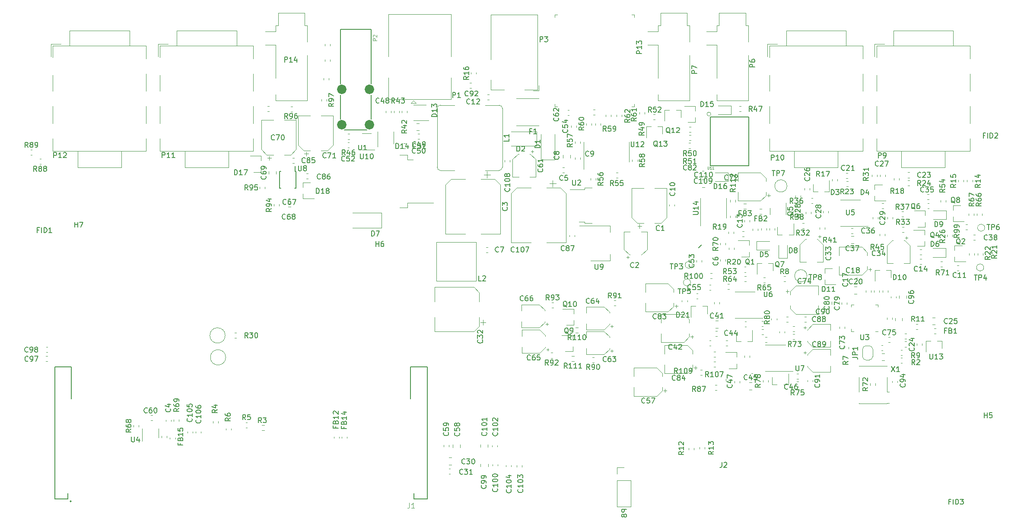
<source format=gbr>
G04 #@! TF.GenerationSoftware,KiCad,Pcbnew,6.0.4-6f826c9f35~116~ubuntu20.04.1*
G04 #@! TF.CreationDate,2022-05-04T11:28:09+02:00*
G04 #@! TF.ProjectId,bottom-board,626f7474-6f6d-42d6-926f-6172642e6b69,rev?*
G04 #@! TF.SameCoordinates,Original*
G04 #@! TF.FileFunction,Legend,Top*
G04 #@! TF.FilePolarity,Positive*
%FSLAX46Y46*%
G04 Gerber Fmt 4.6, Leading zero omitted, Abs format (unit mm)*
G04 Created by KiCad (PCBNEW 6.0.4-6f826c9f35~116~ubuntu20.04.1) date 2022-05-04 11:28:09*
%MOMM*%
%LPD*%
G01*
G04 APERTURE LIST*
%ADD10C,0.150000*%
%ADD11C,0.015000*%
%ADD12C,0.100000*%
%ADD13C,0.120000*%
%ADD14C,0.203200*%
%ADD15C,0.127000*%
%ADD16C,0.200000*%
%ADD17C,1.850000*%
G04 APERTURE END LIST*
D10*
X193043900Y-83462800D02*
X192510500Y-84047000D01*
X165029142Y-66077166D02*
X165076761Y-66124785D01*
X165124380Y-66267642D01*
X165124380Y-66362880D01*
X165076761Y-66505738D01*
X164981523Y-66600976D01*
X164886285Y-66648595D01*
X164695809Y-66696214D01*
X164552952Y-66696214D01*
X164362476Y-66648595D01*
X164267238Y-66600976D01*
X164172000Y-66505738D01*
X164124380Y-66362880D01*
X164124380Y-66267642D01*
X164172000Y-66124785D01*
X164219619Y-66077166D01*
X164552952Y-65505738D02*
X164505333Y-65600976D01*
X164457714Y-65648595D01*
X164362476Y-65696214D01*
X164314857Y-65696214D01*
X164219619Y-65648595D01*
X164172000Y-65600976D01*
X164124380Y-65505738D01*
X164124380Y-65315261D01*
X164172000Y-65220023D01*
X164219619Y-65172404D01*
X164314857Y-65124785D01*
X164362476Y-65124785D01*
X164457714Y-65172404D01*
X164505333Y-65220023D01*
X164552952Y-65315261D01*
X164552952Y-65505738D01*
X164600571Y-65600976D01*
X164648190Y-65648595D01*
X164743428Y-65696214D01*
X164933904Y-65696214D01*
X165029142Y-65648595D01*
X165076761Y-65600976D01*
X165124380Y-65505738D01*
X165124380Y-65315261D01*
X165076761Y-65220023D01*
X165029142Y-65172404D01*
X164933904Y-65124785D01*
X164743428Y-65124785D01*
X164648190Y-65172404D01*
X164600571Y-65220023D01*
X164552952Y-65315261D01*
X241237142Y-98797142D02*
X241189523Y-98844761D01*
X241046666Y-98892380D01*
X240951428Y-98892380D01*
X240808571Y-98844761D01*
X240713333Y-98749523D01*
X240665714Y-98654285D01*
X240618095Y-98463809D01*
X240618095Y-98320952D01*
X240665714Y-98130476D01*
X240713333Y-98035238D01*
X240808571Y-97940000D01*
X240951428Y-97892380D01*
X241046666Y-97892380D01*
X241189523Y-97940000D01*
X241237142Y-97987619D01*
X241618095Y-97987619D02*
X241665714Y-97940000D01*
X241760952Y-97892380D01*
X241999047Y-97892380D01*
X242094285Y-97940000D01*
X242141904Y-97987619D01*
X242189523Y-98082857D01*
X242189523Y-98178095D01*
X242141904Y-98320952D01*
X241570476Y-98892380D01*
X242189523Y-98892380D01*
X243094285Y-97892380D02*
X242618095Y-97892380D01*
X242570476Y-98368571D01*
X242618095Y-98320952D01*
X242713333Y-98273333D01*
X242951428Y-98273333D01*
X243046666Y-98320952D01*
X243094285Y-98368571D01*
X243141904Y-98463809D01*
X243141904Y-98701904D01*
X243094285Y-98797142D01*
X243046666Y-98844761D01*
X242951428Y-98892380D01*
X242713333Y-98892380D01*
X242618095Y-98844761D01*
X242570476Y-98797142D01*
X137025142Y-64111142D02*
X136977523Y-64158761D01*
X136834666Y-64206380D01*
X136739428Y-64206380D01*
X136596571Y-64158761D01*
X136501333Y-64063523D01*
X136453714Y-63968285D01*
X136406095Y-63777809D01*
X136406095Y-63634952D01*
X136453714Y-63444476D01*
X136501333Y-63349238D01*
X136596571Y-63254000D01*
X136739428Y-63206380D01*
X136834666Y-63206380D01*
X136977523Y-63254000D01*
X137025142Y-63301619D01*
X137882285Y-63539714D02*
X137882285Y-64206380D01*
X137644190Y-63158761D02*
X137406095Y-63873047D01*
X138025142Y-63873047D01*
X138453714Y-64206380D02*
X138644190Y-64206380D01*
X138739428Y-64158761D01*
X138787047Y-64111142D01*
X138882285Y-63968285D01*
X138929904Y-63777809D01*
X138929904Y-63396857D01*
X138882285Y-63301619D01*
X138834666Y-63254000D01*
X138739428Y-63206380D01*
X138548952Y-63206380D01*
X138453714Y-63254000D01*
X138406095Y-63301619D01*
X138358476Y-63396857D01*
X138358476Y-63634952D01*
X138406095Y-63730190D01*
X138453714Y-63777809D01*
X138548952Y-63825428D01*
X138739428Y-63825428D01*
X138834666Y-63777809D01*
X138882285Y-63730190D01*
X138929904Y-63634952D01*
X136971982Y-65381142D02*
X136924363Y-65428761D01*
X136781506Y-65476380D01*
X136686268Y-65476380D01*
X136543411Y-65428761D01*
X136448173Y-65333523D01*
X136400554Y-65238285D01*
X136352935Y-65047809D01*
X136352935Y-64904952D01*
X136400554Y-64714476D01*
X136448173Y-64619238D01*
X136543411Y-64524000D01*
X136686268Y-64476380D01*
X136781506Y-64476380D01*
X136924363Y-64524000D01*
X136971982Y-64571619D01*
X137876744Y-64476380D02*
X137400554Y-64476380D01*
X137352935Y-64952571D01*
X137400554Y-64904952D01*
X137495792Y-64857333D01*
X137733887Y-64857333D01*
X137829125Y-64904952D01*
X137876744Y-64952571D01*
X137924363Y-65047809D01*
X137924363Y-65285904D01*
X137876744Y-65381142D01*
X137829125Y-65428761D01*
X137733887Y-65476380D01*
X137495792Y-65476380D01*
X137400554Y-65428761D01*
X137352935Y-65381142D01*
X138543411Y-64476380D02*
X138638649Y-64476380D01*
X138733887Y-64524000D01*
X138781506Y-64571619D01*
X138829125Y-64666857D01*
X138876744Y-64857333D01*
X138876744Y-65095428D01*
X138829125Y-65285904D01*
X138781506Y-65381142D01*
X138733887Y-65428761D01*
X138638649Y-65476380D01*
X138543411Y-65476380D01*
X138448173Y-65428761D01*
X138400554Y-65381142D01*
X138352935Y-65285904D01*
X138305316Y-65095428D01*
X138305316Y-64857333D01*
X138352935Y-64666857D01*
X138400554Y-64571619D01*
X138448173Y-64524000D01*
X138543411Y-64476380D01*
X137057142Y-64482142D02*
X137009523Y-64529761D01*
X136866666Y-64577380D01*
X136771428Y-64577380D01*
X136628571Y-64529761D01*
X136533333Y-64434523D01*
X136485714Y-64339285D01*
X136438095Y-64148809D01*
X136438095Y-64005952D01*
X136485714Y-63815476D01*
X136533333Y-63720238D01*
X136628571Y-63625000D01*
X136771428Y-63577380D01*
X136866666Y-63577380D01*
X137009523Y-63625000D01*
X137057142Y-63672619D01*
X137961904Y-63577380D02*
X137485714Y-63577380D01*
X137438095Y-64053571D01*
X137485714Y-64005952D01*
X137580952Y-63958333D01*
X137819047Y-63958333D01*
X137914285Y-64005952D01*
X137961904Y-64053571D01*
X138009523Y-64148809D01*
X138009523Y-64386904D01*
X137961904Y-64482142D01*
X137914285Y-64529761D01*
X137819047Y-64577380D01*
X137580952Y-64577380D01*
X137485714Y-64529761D01*
X137438095Y-64482142D01*
X138961904Y-64577380D02*
X138390476Y-64577380D01*
X138676190Y-64577380D02*
X138676190Y-63577380D01*
X138580952Y-63720238D01*
X138485714Y-63815476D01*
X138390476Y-63863095D01*
X166727142Y-60840857D02*
X166774761Y-60888476D01*
X166822380Y-61031333D01*
X166822380Y-61126571D01*
X166774761Y-61269428D01*
X166679523Y-61364666D01*
X166584285Y-61412285D01*
X166393809Y-61459904D01*
X166250952Y-61459904D01*
X166060476Y-61412285D01*
X165965238Y-61364666D01*
X165870000Y-61269428D01*
X165822380Y-61126571D01*
X165822380Y-61031333D01*
X165870000Y-60888476D01*
X165917619Y-60840857D01*
X165822380Y-59936095D02*
X165822380Y-60412285D01*
X166298571Y-60459904D01*
X166250952Y-60412285D01*
X166203333Y-60317047D01*
X166203333Y-60078952D01*
X166250952Y-59983714D01*
X166298571Y-59936095D01*
X166393809Y-59888476D01*
X166631904Y-59888476D01*
X166727142Y-59936095D01*
X166774761Y-59983714D01*
X166822380Y-60078952D01*
X166822380Y-60317047D01*
X166774761Y-60412285D01*
X166727142Y-60459904D01*
X166155714Y-59031333D02*
X166822380Y-59031333D01*
X165774761Y-59269428D02*
X166489047Y-59507523D01*
X166489047Y-58888476D01*
X141175900Y-58314245D02*
X140175900Y-58314245D01*
X140175900Y-58076150D01*
X140223520Y-57933293D01*
X140318758Y-57838055D01*
X140413996Y-57790436D01*
X140604472Y-57742817D01*
X140747329Y-57742817D01*
X140937805Y-57790436D01*
X141033043Y-57838055D01*
X141128281Y-57933293D01*
X141175900Y-58076150D01*
X141175900Y-58314245D01*
X141175900Y-56790436D02*
X141175900Y-57361864D01*
X141175900Y-57076150D02*
X140175900Y-57076150D01*
X140318758Y-57171388D01*
X140413996Y-57266626D01*
X140461615Y-57361864D01*
X140175900Y-56457102D02*
X140175900Y-55838055D01*
X140556853Y-56171388D01*
X140556853Y-56028531D01*
X140604472Y-55933293D01*
X140652091Y-55885674D01*
X140747329Y-55838055D01*
X140985424Y-55838055D01*
X141080662Y-55885674D01*
X141128281Y-55933293D01*
X141175900Y-56028531D01*
X141175900Y-56314245D01*
X141128281Y-56409483D01*
X141080662Y-56457102D01*
X133151714Y-64573380D02*
X133151714Y-63573380D01*
X133389809Y-63573380D01*
X133532666Y-63621000D01*
X133627904Y-63716238D01*
X133675523Y-63811476D01*
X133723142Y-64001952D01*
X133723142Y-64144809D01*
X133675523Y-64335285D01*
X133627904Y-64430523D01*
X133532666Y-64525761D01*
X133389809Y-64573380D01*
X133151714Y-64573380D01*
X134675523Y-64573380D02*
X134104095Y-64573380D01*
X134389809Y-64573380D02*
X134389809Y-63573380D01*
X134294571Y-63716238D01*
X134199333Y-63811476D01*
X134104095Y-63859095D01*
X135532666Y-63906714D02*
X135532666Y-64573380D01*
X135294571Y-63525761D02*
X135056476Y-64240047D01*
X135675523Y-64240047D01*
X203488380Y-48588095D02*
X202488380Y-48588095D01*
X202488380Y-48207142D01*
X202536000Y-48111904D01*
X202583619Y-48064285D01*
X202678857Y-48016666D01*
X202821714Y-48016666D01*
X202916952Y-48064285D01*
X202964571Y-48111904D01*
X203012190Y-48207142D01*
X203012190Y-48588095D01*
X202488380Y-47159523D02*
X202488380Y-47350000D01*
X202536000Y-47445238D01*
X202583619Y-47492857D01*
X202726476Y-47588095D01*
X202916952Y-47635714D01*
X203297904Y-47635714D01*
X203393142Y-47588095D01*
X203440761Y-47540476D01*
X203488380Y-47445238D01*
X203488380Y-47254761D01*
X203440761Y-47159523D01*
X203393142Y-47111904D01*
X203297904Y-47064285D01*
X203059809Y-47064285D01*
X202964571Y-47111904D01*
X202916952Y-47159523D01*
X202869333Y-47254761D01*
X202869333Y-47445238D01*
X202916952Y-47540476D01*
X202964571Y-47588095D01*
X203059809Y-47635714D01*
X135286380Y-60914857D02*
X134810190Y-61248190D01*
X135286380Y-61486285D02*
X134286380Y-61486285D01*
X134286380Y-61105333D01*
X134334000Y-61010095D01*
X134381619Y-60962476D01*
X134476857Y-60914857D01*
X134619714Y-60914857D01*
X134714952Y-60962476D01*
X134762571Y-61010095D01*
X134810190Y-61105333D01*
X134810190Y-61486285D01*
X134619714Y-60057714D02*
X135286380Y-60057714D01*
X134238761Y-60295809D02*
X134953047Y-60533904D01*
X134953047Y-59914857D01*
X134381619Y-59581523D02*
X134334000Y-59533904D01*
X134286380Y-59438666D01*
X134286380Y-59200571D01*
X134334000Y-59105333D01*
X134381619Y-59057714D01*
X134476857Y-59010095D01*
X134572095Y-59010095D01*
X134714952Y-59057714D01*
X135286380Y-59629142D01*
X135286380Y-59010095D01*
X132921142Y-55644380D02*
X132587809Y-55168190D01*
X132349714Y-55644380D02*
X132349714Y-54644380D01*
X132730666Y-54644380D01*
X132825904Y-54692000D01*
X132873523Y-54739619D01*
X132921142Y-54834857D01*
X132921142Y-54977714D01*
X132873523Y-55072952D01*
X132825904Y-55120571D01*
X132730666Y-55168190D01*
X132349714Y-55168190D01*
X133778285Y-54977714D02*
X133778285Y-55644380D01*
X133540190Y-54596761D02*
X133302095Y-55311047D01*
X133921142Y-55311047D01*
X134206857Y-54644380D02*
X134825904Y-54644380D01*
X134492571Y-55025333D01*
X134635428Y-55025333D01*
X134730666Y-55072952D01*
X134778285Y-55120571D01*
X134825904Y-55215809D01*
X134825904Y-55453904D01*
X134778285Y-55549142D01*
X134730666Y-55596761D01*
X134635428Y-55644380D01*
X134349714Y-55644380D01*
X134254476Y-55596761D01*
X134206857Y-55549142D01*
X190111142Y-67508380D02*
X189777809Y-67032190D01*
X189539714Y-67508380D02*
X189539714Y-66508380D01*
X189920666Y-66508380D01*
X190015904Y-66556000D01*
X190063523Y-66603619D01*
X190111142Y-66698857D01*
X190111142Y-66841714D01*
X190063523Y-66936952D01*
X190015904Y-66984571D01*
X189920666Y-67032190D01*
X189539714Y-67032190D01*
X191015904Y-66508380D02*
X190539714Y-66508380D01*
X190492095Y-66984571D01*
X190539714Y-66936952D01*
X190634952Y-66889333D01*
X190873047Y-66889333D01*
X190968285Y-66936952D01*
X191015904Y-66984571D01*
X191063523Y-67079809D01*
X191063523Y-67317904D01*
X191015904Y-67413142D01*
X190968285Y-67460761D01*
X190873047Y-67508380D01*
X190634952Y-67508380D01*
X190539714Y-67460761D01*
X190492095Y-67413142D01*
X192015904Y-67508380D02*
X191444476Y-67508380D01*
X191730190Y-67508380D02*
X191730190Y-66508380D01*
X191634952Y-66651238D01*
X191539714Y-66746476D01*
X191444476Y-66794095D01*
X183224022Y-57400120D02*
X182890689Y-56923930D01*
X182652594Y-57400120D02*
X182652594Y-56400120D01*
X183033546Y-56400120D01*
X183128784Y-56447740D01*
X183176403Y-56495359D01*
X183224022Y-56590597D01*
X183224022Y-56733454D01*
X183176403Y-56828692D01*
X183128784Y-56876311D01*
X183033546Y-56923930D01*
X182652594Y-56923930D01*
X184128784Y-56400120D02*
X183652594Y-56400120D01*
X183604975Y-56876311D01*
X183652594Y-56828692D01*
X183747832Y-56781073D01*
X183985927Y-56781073D01*
X184081165Y-56828692D01*
X184128784Y-56876311D01*
X184176403Y-56971549D01*
X184176403Y-57209644D01*
X184128784Y-57304882D01*
X184081165Y-57352501D01*
X183985927Y-57400120D01*
X183747832Y-57400120D01*
X183652594Y-57352501D01*
X183604975Y-57304882D01*
X184557356Y-56495359D02*
X184604975Y-56447740D01*
X184700213Y-56400120D01*
X184938308Y-56400120D01*
X185033546Y-56447740D01*
X185081165Y-56495359D01*
X185128784Y-56590597D01*
X185128784Y-56685835D01*
X185081165Y-56828692D01*
X184509737Y-57400120D01*
X185128784Y-57400120D01*
X173752380Y-71185357D02*
X173276190Y-71518690D01*
X173752380Y-71756785D02*
X172752380Y-71756785D01*
X172752380Y-71375833D01*
X172800000Y-71280595D01*
X172847619Y-71232976D01*
X172942857Y-71185357D01*
X173085714Y-71185357D01*
X173180952Y-71232976D01*
X173228571Y-71280595D01*
X173276190Y-71375833D01*
X173276190Y-71756785D01*
X172752380Y-70280595D02*
X172752380Y-70756785D01*
X173228571Y-70804404D01*
X173180952Y-70756785D01*
X173133333Y-70661547D01*
X173133333Y-70423452D01*
X173180952Y-70328214D01*
X173228571Y-70280595D01*
X173323809Y-70232976D01*
X173561904Y-70232976D01*
X173657142Y-70280595D01*
X173704761Y-70328214D01*
X173752380Y-70423452D01*
X173752380Y-70661547D01*
X173704761Y-70756785D01*
X173657142Y-70804404D01*
X172752380Y-69375833D02*
X172752380Y-69566309D01*
X172800000Y-69661547D01*
X172847619Y-69709166D01*
X172990476Y-69804404D01*
X173180952Y-69852023D01*
X173561904Y-69852023D01*
X173657142Y-69804404D01*
X173704761Y-69756785D01*
X173752380Y-69661547D01*
X173752380Y-69471071D01*
X173704761Y-69375833D01*
X173657142Y-69328214D01*
X173561904Y-69280595D01*
X173323809Y-69280595D01*
X173228571Y-69328214D01*
X173180952Y-69375833D01*
X173133333Y-69471071D01*
X173133333Y-69661547D01*
X173180952Y-69756785D01*
X173228571Y-69804404D01*
X173323809Y-69852023D01*
X167745760Y-63607857D02*
X167269570Y-63941190D01*
X167745760Y-64179285D02*
X166745760Y-64179285D01*
X166745760Y-63798333D01*
X166793380Y-63703095D01*
X166840999Y-63655476D01*
X166936237Y-63607857D01*
X167079094Y-63607857D01*
X167174332Y-63655476D01*
X167221951Y-63703095D01*
X167269570Y-63798333D01*
X167269570Y-64179285D01*
X166745760Y-62703095D02*
X166745760Y-63179285D01*
X167221951Y-63226904D01*
X167174332Y-63179285D01*
X167126713Y-63084047D01*
X167126713Y-62845952D01*
X167174332Y-62750714D01*
X167221951Y-62703095D01*
X167317189Y-62655476D01*
X167555284Y-62655476D01*
X167650522Y-62703095D01*
X167698141Y-62750714D01*
X167745760Y-62845952D01*
X167745760Y-63084047D01*
X167698141Y-63179285D01*
X167650522Y-63226904D01*
X166745760Y-62322142D02*
X166745760Y-61655476D01*
X167745760Y-62084047D01*
X181882380Y-67542857D02*
X181406190Y-67876190D01*
X181882380Y-68114285D02*
X180882380Y-68114285D01*
X180882380Y-67733333D01*
X180930000Y-67638095D01*
X180977619Y-67590476D01*
X181072857Y-67542857D01*
X181215714Y-67542857D01*
X181310952Y-67590476D01*
X181358571Y-67638095D01*
X181406190Y-67733333D01*
X181406190Y-68114285D01*
X180882380Y-66638095D02*
X180882380Y-67114285D01*
X181358571Y-67161904D01*
X181310952Y-67114285D01*
X181263333Y-67019047D01*
X181263333Y-66780952D01*
X181310952Y-66685714D01*
X181358571Y-66638095D01*
X181453809Y-66590476D01*
X181691904Y-66590476D01*
X181787142Y-66638095D01*
X181834761Y-66685714D01*
X181882380Y-66780952D01*
X181882380Y-67019047D01*
X181834761Y-67114285D01*
X181787142Y-67161904D01*
X181310952Y-66019047D02*
X181263333Y-66114285D01*
X181215714Y-66161904D01*
X181120476Y-66209523D01*
X181072857Y-66209523D01*
X180977619Y-66161904D01*
X180930000Y-66114285D01*
X180882380Y-66019047D01*
X180882380Y-65828571D01*
X180930000Y-65733333D01*
X180977619Y-65685714D01*
X181072857Y-65638095D01*
X181120476Y-65638095D01*
X181215714Y-65685714D01*
X181263333Y-65733333D01*
X181310952Y-65828571D01*
X181310952Y-66019047D01*
X181358571Y-66114285D01*
X181406190Y-66161904D01*
X181501428Y-66209523D01*
X181691904Y-66209523D01*
X181787142Y-66161904D01*
X181834761Y-66114285D01*
X181882380Y-66019047D01*
X181882380Y-65828571D01*
X181834761Y-65733333D01*
X181787142Y-65685714D01*
X181691904Y-65638095D01*
X181501428Y-65638095D01*
X181406190Y-65685714D01*
X181358571Y-65733333D01*
X181310952Y-65828571D01*
X104167142Y-101682380D02*
X103833809Y-101206190D01*
X103595714Y-101682380D02*
X103595714Y-100682380D01*
X103976666Y-100682380D01*
X104071904Y-100730000D01*
X104119523Y-100777619D01*
X104167142Y-100872857D01*
X104167142Y-101015714D01*
X104119523Y-101110952D01*
X104071904Y-101158571D01*
X103976666Y-101206190D01*
X103595714Y-101206190D01*
X104500476Y-100682380D02*
X105119523Y-100682380D01*
X104786190Y-101063333D01*
X104929047Y-101063333D01*
X105024285Y-101110952D01*
X105071904Y-101158571D01*
X105119523Y-101253809D01*
X105119523Y-101491904D01*
X105071904Y-101587142D01*
X105024285Y-101634761D01*
X104929047Y-101682380D01*
X104643333Y-101682380D01*
X104548095Y-101634761D01*
X104500476Y-101587142D01*
X105738571Y-100682380D02*
X105833809Y-100682380D01*
X105929047Y-100730000D01*
X105976666Y-100777619D01*
X106024285Y-100872857D01*
X106071904Y-101063333D01*
X106071904Y-101301428D01*
X106024285Y-101491904D01*
X105976666Y-101587142D01*
X105929047Y-101634761D01*
X105833809Y-101682380D01*
X105738571Y-101682380D01*
X105643333Y-101634761D01*
X105595714Y-101587142D01*
X105548095Y-101491904D01*
X105500476Y-101301428D01*
X105500476Y-101063333D01*
X105548095Y-100872857D01*
X105595714Y-100777619D01*
X105643333Y-100730000D01*
X105738571Y-100682380D01*
X237775904Y-104862380D02*
X237775904Y-105671904D01*
X237823523Y-105767142D01*
X237871142Y-105814761D01*
X237966380Y-105862380D01*
X238156857Y-105862380D01*
X238252095Y-105814761D01*
X238299714Y-105767142D01*
X238347333Y-105671904D01*
X238347333Y-104862380D01*
X239347333Y-105862380D02*
X238775904Y-105862380D01*
X239061619Y-105862380D02*
X239061619Y-104862380D01*
X238966380Y-105005238D01*
X238871142Y-105100476D01*
X238775904Y-105148095D01*
X239680666Y-104862380D02*
X240299714Y-104862380D01*
X239966380Y-105243333D01*
X240109238Y-105243333D01*
X240204476Y-105290952D01*
X240252095Y-105338571D01*
X240299714Y-105433809D01*
X240299714Y-105671904D01*
X240252095Y-105767142D01*
X240204476Y-105814761D01*
X240109238Y-105862380D01*
X239823523Y-105862380D01*
X239728285Y-105814761D01*
X239680666Y-105767142D01*
X186876851Y-61546659D02*
X186781613Y-61499040D01*
X186686375Y-61403801D01*
X186543518Y-61260944D01*
X186448280Y-61213325D01*
X186353041Y-61213325D01*
X186400660Y-61451420D02*
X186305422Y-61403801D01*
X186210184Y-61308563D01*
X186162565Y-61118087D01*
X186162565Y-60784754D01*
X186210184Y-60594278D01*
X186305422Y-60499040D01*
X186400660Y-60451420D01*
X186591137Y-60451420D01*
X186686375Y-60499040D01*
X186781613Y-60594278D01*
X186829232Y-60784754D01*
X186829232Y-61118087D01*
X186781613Y-61308563D01*
X186686375Y-61403801D01*
X186591137Y-61451420D01*
X186400660Y-61451420D01*
X187781613Y-61451420D02*
X187210184Y-61451420D01*
X187495899Y-61451420D02*
X187495899Y-60451420D01*
X187400660Y-60594278D01*
X187305422Y-60689516D01*
X187210184Y-60737135D01*
X188162565Y-60546659D02*
X188210184Y-60499040D01*
X188305422Y-60451420D01*
X188543518Y-60451420D01*
X188638756Y-60499040D01*
X188686375Y-60546659D01*
X188733994Y-60641897D01*
X188733994Y-60737135D01*
X188686375Y-60879992D01*
X188114946Y-61451420D01*
X188733994Y-61451420D01*
X184435911Y-64188259D02*
X184340673Y-64140640D01*
X184245435Y-64045401D01*
X184102578Y-63902544D01*
X184007340Y-63854925D01*
X183912101Y-63854925D01*
X183959720Y-64093020D02*
X183864482Y-64045401D01*
X183769244Y-63950163D01*
X183721625Y-63759687D01*
X183721625Y-63426354D01*
X183769244Y-63235878D01*
X183864482Y-63140640D01*
X183959720Y-63093020D01*
X184150197Y-63093020D01*
X184245435Y-63140640D01*
X184340673Y-63235878D01*
X184388292Y-63426354D01*
X184388292Y-63759687D01*
X184340673Y-63950163D01*
X184245435Y-64045401D01*
X184150197Y-64093020D01*
X183959720Y-64093020D01*
X185340673Y-64093020D02*
X184769244Y-64093020D01*
X185054959Y-64093020D02*
X185054959Y-63093020D01*
X184959720Y-63235878D01*
X184864482Y-63331116D01*
X184769244Y-63378735D01*
X185674006Y-63093020D02*
X186293054Y-63093020D01*
X185959720Y-63473973D01*
X186102578Y-63473973D01*
X186197816Y-63521592D01*
X186245435Y-63569211D01*
X186293054Y-63664449D01*
X186293054Y-63902544D01*
X186245435Y-63997782D01*
X186197816Y-64045401D01*
X186102578Y-64093020D01*
X185816863Y-64093020D01*
X185721625Y-64045401D01*
X185674006Y-63997782D01*
X63208571Y-80528571D02*
X62875238Y-80528571D01*
X62875238Y-81052380D02*
X62875238Y-80052380D01*
X63351428Y-80052380D01*
X63732380Y-81052380D02*
X63732380Y-80052380D01*
X64208571Y-81052380D02*
X64208571Y-80052380D01*
X64446666Y-80052380D01*
X64589523Y-80100000D01*
X64684761Y-80195238D01*
X64732380Y-80290476D01*
X64780000Y-80480952D01*
X64780000Y-80623809D01*
X64732380Y-80814285D01*
X64684761Y-80909523D01*
X64589523Y-81004761D01*
X64446666Y-81052380D01*
X64208571Y-81052380D01*
X65732380Y-81052380D02*
X65160952Y-81052380D01*
X65446666Y-81052380D02*
X65446666Y-80052380D01*
X65351428Y-80195238D01*
X65256190Y-80290476D01*
X65160952Y-80338095D01*
X248578571Y-61978571D02*
X248245238Y-61978571D01*
X248245238Y-62502380D02*
X248245238Y-61502380D01*
X248721428Y-61502380D01*
X249102380Y-62502380D02*
X249102380Y-61502380D01*
X249578571Y-62502380D02*
X249578571Y-61502380D01*
X249816666Y-61502380D01*
X249959523Y-61550000D01*
X250054761Y-61645238D01*
X250102380Y-61740476D01*
X250150000Y-61930952D01*
X250150000Y-62073809D01*
X250102380Y-62264285D01*
X250054761Y-62359523D01*
X249959523Y-62454761D01*
X249816666Y-62502380D01*
X249578571Y-62502380D01*
X250530952Y-61597619D02*
X250578571Y-61550000D01*
X250673809Y-61502380D01*
X250911904Y-61502380D01*
X251007142Y-61550000D01*
X251054761Y-61597619D01*
X251102380Y-61692857D01*
X251102380Y-61788095D01*
X251054761Y-61930952D01*
X250483333Y-62502380D01*
X251102380Y-62502380D01*
X241828571Y-133828571D02*
X241495238Y-133828571D01*
X241495238Y-134352380D02*
X241495238Y-133352380D01*
X241971428Y-133352380D01*
X242352380Y-134352380D02*
X242352380Y-133352380D01*
X242828571Y-134352380D02*
X242828571Y-133352380D01*
X243066666Y-133352380D01*
X243209523Y-133400000D01*
X243304761Y-133495238D01*
X243352380Y-133590476D01*
X243400000Y-133780952D01*
X243400000Y-133923809D01*
X243352380Y-134114285D01*
X243304761Y-134209523D01*
X243209523Y-134304761D01*
X243066666Y-134352380D01*
X242828571Y-134352380D01*
X243733333Y-133352380D02*
X244352380Y-133352380D01*
X244019047Y-133733333D01*
X244161904Y-133733333D01*
X244257142Y-133780952D01*
X244304761Y-133828571D01*
X244352380Y-133923809D01*
X244352380Y-134161904D01*
X244304761Y-134257142D01*
X244257142Y-134304761D01*
X244161904Y-134352380D01*
X243876190Y-134352380D01*
X243780952Y-134304761D01*
X243733333Y-134257142D01*
X180284380Y-58554857D02*
X179808190Y-58888190D01*
X180284380Y-59126285D02*
X179284380Y-59126285D01*
X179284380Y-58745333D01*
X179332000Y-58650095D01*
X179379619Y-58602476D01*
X179474857Y-58554857D01*
X179617714Y-58554857D01*
X179712952Y-58602476D01*
X179760571Y-58650095D01*
X179808190Y-58745333D01*
X179808190Y-59126285D01*
X179284380Y-57697714D02*
X179284380Y-57888190D01*
X179332000Y-57983428D01*
X179379619Y-58031047D01*
X179522476Y-58126285D01*
X179712952Y-58173904D01*
X180093904Y-58173904D01*
X180189142Y-58126285D01*
X180236761Y-58078666D01*
X180284380Y-57983428D01*
X180284380Y-57792952D01*
X180236761Y-57697714D01*
X180189142Y-57650095D01*
X180093904Y-57602476D01*
X179855809Y-57602476D01*
X179760571Y-57650095D01*
X179712952Y-57697714D01*
X179665333Y-57792952D01*
X179665333Y-57983428D01*
X179712952Y-58078666D01*
X179760571Y-58126285D01*
X179855809Y-58173904D01*
X180284380Y-56650095D02*
X180284380Y-57221523D01*
X180284380Y-56935809D02*
X179284380Y-56935809D01*
X179427238Y-57031047D01*
X179522476Y-57126285D01*
X179570095Y-57221523D01*
X179014380Y-58808857D02*
X178538190Y-59142190D01*
X179014380Y-59380285D02*
X178014380Y-59380285D01*
X178014380Y-58999333D01*
X178062000Y-58904095D01*
X178109619Y-58856476D01*
X178204857Y-58808857D01*
X178347714Y-58808857D01*
X178442952Y-58856476D01*
X178490571Y-58904095D01*
X178538190Y-58999333D01*
X178538190Y-59380285D01*
X178014380Y-57951714D02*
X178014380Y-58142190D01*
X178062000Y-58237428D01*
X178109619Y-58285047D01*
X178252476Y-58380285D01*
X178442952Y-58427904D01*
X178823904Y-58427904D01*
X178919142Y-58380285D01*
X178966761Y-58332666D01*
X179014380Y-58237428D01*
X179014380Y-58046952D01*
X178966761Y-57951714D01*
X178919142Y-57904095D01*
X178823904Y-57856476D01*
X178585809Y-57856476D01*
X178490571Y-57904095D01*
X178442952Y-57951714D01*
X178395333Y-58046952D01*
X178395333Y-58237428D01*
X178442952Y-58332666D01*
X178490571Y-58380285D01*
X178585809Y-58427904D01*
X178109619Y-57475523D02*
X178062000Y-57427904D01*
X178014380Y-57332666D01*
X178014380Y-57094571D01*
X178062000Y-56999333D01*
X178109619Y-56951714D01*
X178204857Y-56904095D01*
X178300095Y-56904095D01*
X178442952Y-56951714D01*
X179014380Y-57523142D01*
X179014380Y-56904095D01*
X175785542Y-71826380D02*
X175452209Y-71350190D01*
X175214114Y-71826380D02*
X175214114Y-70826380D01*
X175595066Y-70826380D01*
X175690304Y-70874000D01*
X175737923Y-70921619D01*
X175785542Y-71016857D01*
X175785542Y-71159714D01*
X175737923Y-71254952D01*
X175690304Y-71302571D01*
X175595066Y-71350190D01*
X175214114Y-71350190D01*
X176690304Y-70826380D02*
X176214114Y-70826380D01*
X176166495Y-71302571D01*
X176214114Y-71254952D01*
X176309352Y-71207333D01*
X176547447Y-71207333D01*
X176642685Y-71254952D01*
X176690304Y-71302571D01*
X176737923Y-71397809D01*
X176737923Y-71635904D01*
X176690304Y-71731142D01*
X176642685Y-71778761D01*
X176547447Y-71826380D01*
X176309352Y-71826380D01*
X176214114Y-71778761D01*
X176166495Y-71731142D01*
X177642685Y-70826380D02*
X177166495Y-70826380D01*
X177118876Y-71302571D01*
X177166495Y-71254952D01*
X177261733Y-71207333D01*
X177499828Y-71207333D01*
X177595066Y-71254952D01*
X177642685Y-71302571D01*
X177690304Y-71397809D01*
X177690304Y-71635904D01*
X177642685Y-71731142D01*
X177595066Y-71778761D01*
X177499828Y-71826380D01*
X177261733Y-71826380D01*
X177166495Y-71778761D01*
X177118876Y-71731142D01*
X181808380Y-61348857D02*
X181332190Y-61682190D01*
X181808380Y-61920285D02*
X180808380Y-61920285D01*
X180808380Y-61539333D01*
X180856000Y-61444095D01*
X180903619Y-61396476D01*
X180998857Y-61348857D01*
X181141714Y-61348857D01*
X181236952Y-61396476D01*
X181284571Y-61444095D01*
X181332190Y-61539333D01*
X181332190Y-61920285D01*
X181141714Y-60491714D02*
X181808380Y-60491714D01*
X180760761Y-60729809D02*
X181475047Y-60967904D01*
X181475047Y-60348857D01*
X181808380Y-59920285D02*
X181808380Y-59729809D01*
X181760761Y-59634571D01*
X181713142Y-59586952D01*
X181570285Y-59491714D01*
X181379809Y-59444095D01*
X180998857Y-59444095D01*
X180903619Y-59491714D01*
X180856000Y-59539333D01*
X180808380Y-59634571D01*
X180808380Y-59825047D01*
X180856000Y-59920285D01*
X180903619Y-59967904D01*
X180998857Y-60015523D01*
X181236952Y-60015523D01*
X181332190Y-59967904D01*
X181379809Y-59920285D01*
X181427428Y-59825047D01*
X181427428Y-59634571D01*
X181379809Y-59539333D01*
X181332190Y-59491714D01*
X181236952Y-59444095D01*
X190111142Y-65984380D02*
X189777809Y-65508190D01*
X189539714Y-65984380D02*
X189539714Y-64984380D01*
X189920666Y-64984380D01*
X190015904Y-65032000D01*
X190063523Y-65079619D01*
X190111142Y-65174857D01*
X190111142Y-65317714D01*
X190063523Y-65412952D01*
X190015904Y-65460571D01*
X189920666Y-65508190D01*
X189539714Y-65508190D01*
X191015904Y-64984380D02*
X190539714Y-64984380D01*
X190492095Y-65460571D01*
X190539714Y-65412952D01*
X190634952Y-65365333D01*
X190873047Y-65365333D01*
X190968285Y-65412952D01*
X191015904Y-65460571D01*
X191063523Y-65555809D01*
X191063523Y-65793904D01*
X191015904Y-65889142D01*
X190968285Y-65936761D01*
X190873047Y-65984380D01*
X190634952Y-65984380D01*
X190539714Y-65936761D01*
X190492095Y-65889142D01*
X191682571Y-64984380D02*
X191777809Y-64984380D01*
X191873047Y-65032000D01*
X191920666Y-65079619D01*
X191968285Y-65174857D01*
X192015904Y-65365333D01*
X192015904Y-65603428D01*
X191968285Y-65793904D01*
X191920666Y-65889142D01*
X191873047Y-65936761D01*
X191777809Y-65984380D01*
X191682571Y-65984380D01*
X191587333Y-65936761D01*
X191539714Y-65889142D01*
X191492095Y-65793904D01*
X191444476Y-65603428D01*
X191444476Y-65365333D01*
X191492095Y-65174857D01*
X191539714Y-65079619D01*
X191587333Y-65032000D01*
X191682571Y-64984380D01*
X123227142Y-65842380D02*
X122893809Y-65366190D01*
X122655714Y-65842380D02*
X122655714Y-64842380D01*
X123036666Y-64842380D01*
X123131904Y-64890000D01*
X123179523Y-64937619D01*
X123227142Y-65032857D01*
X123227142Y-65175714D01*
X123179523Y-65270952D01*
X123131904Y-65318571D01*
X123036666Y-65366190D01*
X122655714Y-65366190D01*
X124084285Y-65175714D02*
X124084285Y-65842380D01*
X123846190Y-64794761D02*
X123608095Y-65509047D01*
X124227142Y-65509047D01*
X125036666Y-64842380D02*
X124846190Y-64842380D01*
X124750952Y-64890000D01*
X124703333Y-64937619D01*
X124608095Y-65080476D01*
X124560476Y-65270952D01*
X124560476Y-65651904D01*
X124608095Y-65747142D01*
X124655714Y-65794761D01*
X124750952Y-65842380D01*
X124941428Y-65842380D01*
X125036666Y-65794761D01*
X125084285Y-65747142D01*
X125131904Y-65651904D01*
X125131904Y-65413809D01*
X125084285Y-65318571D01*
X125036666Y-65270952D01*
X124941428Y-65223333D01*
X124750952Y-65223333D01*
X124655714Y-65270952D01*
X124608095Y-65318571D01*
X124560476Y-65413809D01*
X123147142Y-66947142D02*
X123099523Y-66994761D01*
X122956666Y-67042380D01*
X122861428Y-67042380D01*
X122718571Y-66994761D01*
X122623333Y-66899523D01*
X122575714Y-66804285D01*
X122528095Y-66613809D01*
X122528095Y-66470952D01*
X122575714Y-66280476D01*
X122623333Y-66185238D01*
X122718571Y-66090000D01*
X122861428Y-66042380D01*
X122956666Y-66042380D01*
X123099523Y-66090000D01*
X123147142Y-66137619D01*
X124051904Y-66042380D02*
X123575714Y-66042380D01*
X123528095Y-66518571D01*
X123575714Y-66470952D01*
X123670952Y-66423333D01*
X123909047Y-66423333D01*
X124004285Y-66470952D01*
X124051904Y-66518571D01*
X124099523Y-66613809D01*
X124099523Y-66851904D01*
X124051904Y-66947142D01*
X124004285Y-66994761D01*
X123909047Y-67042380D01*
X123670952Y-67042380D01*
X123575714Y-66994761D01*
X123528095Y-66947142D01*
X124480476Y-66137619D02*
X124528095Y-66090000D01*
X124623333Y-66042380D01*
X124861428Y-66042380D01*
X124956666Y-66090000D01*
X125004285Y-66137619D01*
X125051904Y-66232857D01*
X125051904Y-66328095D01*
X125004285Y-66470952D01*
X124432857Y-67042380D01*
X125051904Y-67042380D01*
X174363142Y-61158380D02*
X174029809Y-60682190D01*
X173791714Y-61158380D02*
X173791714Y-60158380D01*
X174172666Y-60158380D01*
X174267904Y-60206000D01*
X174315523Y-60253619D01*
X174363142Y-60348857D01*
X174363142Y-60491714D01*
X174315523Y-60586952D01*
X174267904Y-60634571D01*
X174172666Y-60682190D01*
X173791714Y-60682190D01*
X175267904Y-60158380D02*
X174791714Y-60158380D01*
X174744095Y-60634571D01*
X174791714Y-60586952D01*
X174886952Y-60539333D01*
X175125047Y-60539333D01*
X175220285Y-60586952D01*
X175267904Y-60634571D01*
X175315523Y-60729809D01*
X175315523Y-60967904D01*
X175267904Y-61063142D01*
X175220285Y-61110761D01*
X175125047Y-61158380D01*
X174886952Y-61158380D01*
X174791714Y-61110761D01*
X174744095Y-61063142D01*
X175791714Y-61158380D02*
X175982190Y-61158380D01*
X176077428Y-61110761D01*
X176125047Y-61063142D01*
X176220285Y-60920285D01*
X176267904Y-60729809D01*
X176267904Y-60348857D01*
X176220285Y-60253619D01*
X176172666Y-60206000D01*
X176077428Y-60158380D01*
X175886952Y-60158380D01*
X175791714Y-60206000D01*
X175744095Y-60253619D01*
X175696476Y-60348857D01*
X175696476Y-60586952D01*
X175744095Y-60682190D01*
X175791714Y-60729809D01*
X175886952Y-60777428D01*
X176077428Y-60777428D01*
X176172666Y-60729809D01*
X176220285Y-60682190D01*
X176267904Y-60586952D01*
X202957142Y-57252380D02*
X202623809Y-56776190D01*
X202385714Y-57252380D02*
X202385714Y-56252380D01*
X202766666Y-56252380D01*
X202861904Y-56300000D01*
X202909523Y-56347619D01*
X202957142Y-56442857D01*
X202957142Y-56585714D01*
X202909523Y-56680952D01*
X202861904Y-56728571D01*
X202766666Y-56776190D01*
X202385714Y-56776190D01*
X203814285Y-56585714D02*
X203814285Y-57252380D01*
X203576190Y-56204761D02*
X203338095Y-56919047D01*
X203957142Y-56919047D01*
X204242857Y-56252380D02*
X204909523Y-56252380D01*
X204480952Y-57252380D01*
X179255664Y-63202240D02*
X179255664Y-64011764D01*
X179303283Y-64107002D01*
X179350902Y-64154621D01*
X179446140Y-64202240D01*
X179636617Y-64202240D01*
X179731855Y-64154621D01*
X179779474Y-64107002D01*
X179827093Y-64011764D01*
X179827093Y-63202240D01*
X180827093Y-64202240D02*
X180255664Y-64202240D01*
X180541379Y-64202240D02*
X180541379Y-63202240D01*
X180446140Y-63345098D01*
X180350902Y-63440336D01*
X180255664Y-63487955D01*
X181208045Y-63297479D02*
X181255664Y-63249860D01*
X181350902Y-63202240D01*
X181588998Y-63202240D01*
X181684236Y-63249860D01*
X181731855Y-63297479D01*
X181779474Y-63392717D01*
X181779474Y-63487955D01*
X181731855Y-63630812D01*
X181160426Y-64202240D01*
X181779474Y-64202240D01*
X147657142Y-55737142D02*
X147609523Y-55784761D01*
X147466666Y-55832380D01*
X147371428Y-55832380D01*
X147228571Y-55784761D01*
X147133333Y-55689523D01*
X147085714Y-55594285D01*
X147038095Y-55403809D01*
X147038095Y-55260952D01*
X147085714Y-55070476D01*
X147133333Y-54975238D01*
X147228571Y-54880000D01*
X147371428Y-54832380D01*
X147466666Y-54832380D01*
X147609523Y-54880000D01*
X147657142Y-54927619D01*
X148609523Y-55832380D02*
X148038095Y-55832380D01*
X148323809Y-55832380D02*
X148323809Y-54832380D01*
X148228571Y-54975238D01*
X148133333Y-55070476D01*
X148038095Y-55118095D01*
X148990476Y-54927619D02*
X149038095Y-54880000D01*
X149133333Y-54832380D01*
X149371428Y-54832380D01*
X149466666Y-54880000D01*
X149514285Y-54927619D01*
X149561904Y-55022857D01*
X149561904Y-55118095D01*
X149514285Y-55260952D01*
X148942857Y-55832380D01*
X149561904Y-55832380D01*
X221594642Y-90982857D02*
X221642261Y-91030476D01*
X221689880Y-91173333D01*
X221689880Y-91268571D01*
X221642261Y-91411428D01*
X221547023Y-91506666D01*
X221451785Y-91554285D01*
X221261309Y-91601904D01*
X221118452Y-91601904D01*
X220927976Y-91554285D01*
X220832738Y-91506666D01*
X220737500Y-91411428D01*
X220689880Y-91268571D01*
X220689880Y-91173333D01*
X220737500Y-91030476D01*
X220785119Y-90982857D01*
X221689880Y-90030476D02*
X221689880Y-90601904D01*
X221689880Y-90316190D02*
X220689880Y-90316190D01*
X220832738Y-90411428D01*
X220927976Y-90506666D01*
X220975595Y-90601904D01*
X220689880Y-89697142D02*
X220689880Y-89030476D01*
X221689880Y-89459047D01*
X222047142Y-88817142D02*
X221999523Y-88864761D01*
X221856666Y-88912380D01*
X221761428Y-88912380D01*
X221618571Y-88864761D01*
X221523333Y-88769523D01*
X221475714Y-88674285D01*
X221428095Y-88483809D01*
X221428095Y-88340952D01*
X221475714Y-88150476D01*
X221523333Y-88055238D01*
X221618571Y-87960000D01*
X221761428Y-87912380D01*
X221856666Y-87912380D01*
X221999523Y-87960000D01*
X222047142Y-88007619D01*
X222999523Y-88912380D02*
X222428095Y-88912380D01*
X222713809Y-88912380D02*
X222713809Y-87912380D01*
X222618571Y-88055238D01*
X222523333Y-88150476D01*
X222428095Y-88198095D01*
X223570952Y-88340952D02*
X223475714Y-88293333D01*
X223428095Y-88245714D01*
X223380476Y-88150476D01*
X223380476Y-88102857D01*
X223428095Y-88007619D01*
X223475714Y-87960000D01*
X223570952Y-87912380D01*
X223761428Y-87912380D01*
X223856666Y-87960000D01*
X223904285Y-88007619D01*
X223951904Y-88102857D01*
X223951904Y-88150476D01*
X223904285Y-88245714D01*
X223856666Y-88293333D01*
X223761428Y-88340952D01*
X223570952Y-88340952D01*
X223475714Y-88388571D01*
X223428095Y-88436190D01*
X223380476Y-88531428D01*
X223380476Y-88721904D01*
X223428095Y-88817142D01*
X223475714Y-88864761D01*
X223570952Y-88912380D01*
X223761428Y-88912380D01*
X223856666Y-88864761D01*
X223904285Y-88817142D01*
X223951904Y-88721904D01*
X223951904Y-88531428D01*
X223904285Y-88436190D01*
X223856666Y-88388571D01*
X223761428Y-88340952D01*
X221087142Y-68737142D02*
X221039523Y-68784761D01*
X220896666Y-68832380D01*
X220801428Y-68832380D01*
X220658571Y-68784761D01*
X220563333Y-68689523D01*
X220515714Y-68594285D01*
X220468095Y-68403809D01*
X220468095Y-68260952D01*
X220515714Y-68070476D01*
X220563333Y-67975238D01*
X220658571Y-67880000D01*
X220801428Y-67832380D01*
X220896666Y-67832380D01*
X221039523Y-67880000D01*
X221087142Y-67927619D01*
X221468095Y-67927619D02*
X221515714Y-67880000D01*
X221610952Y-67832380D01*
X221849047Y-67832380D01*
X221944285Y-67880000D01*
X221991904Y-67927619D01*
X222039523Y-68022857D01*
X222039523Y-68118095D01*
X221991904Y-68260952D01*
X221420476Y-68832380D01*
X222039523Y-68832380D01*
X222991904Y-68832380D02*
X222420476Y-68832380D01*
X222706190Y-68832380D02*
X222706190Y-67832380D01*
X222610952Y-67975238D01*
X222515714Y-68070476D01*
X222420476Y-68118095D01*
X236007142Y-70117142D02*
X235959523Y-70164761D01*
X235816666Y-70212380D01*
X235721428Y-70212380D01*
X235578571Y-70164761D01*
X235483333Y-70069523D01*
X235435714Y-69974285D01*
X235388095Y-69783809D01*
X235388095Y-69640952D01*
X235435714Y-69450476D01*
X235483333Y-69355238D01*
X235578571Y-69260000D01*
X235721428Y-69212380D01*
X235816666Y-69212380D01*
X235959523Y-69260000D01*
X236007142Y-69307619D01*
X236388095Y-69307619D02*
X236435714Y-69260000D01*
X236530952Y-69212380D01*
X236769047Y-69212380D01*
X236864285Y-69260000D01*
X236911904Y-69307619D01*
X236959523Y-69402857D01*
X236959523Y-69498095D01*
X236911904Y-69640952D01*
X236340476Y-70212380D01*
X236959523Y-70212380D01*
X237292857Y-69212380D02*
X237911904Y-69212380D01*
X237578571Y-69593333D01*
X237721428Y-69593333D01*
X237816666Y-69640952D01*
X237864285Y-69688571D01*
X237911904Y-69783809D01*
X237911904Y-70021904D01*
X237864285Y-70117142D01*
X237816666Y-70164761D01*
X237721428Y-70212380D01*
X237435714Y-70212380D01*
X237340476Y-70164761D01*
X237292857Y-70117142D01*
X216357142Y-77542857D02*
X216404761Y-77590476D01*
X216452380Y-77733333D01*
X216452380Y-77828571D01*
X216404761Y-77971428D01*
X216309523Y-78066666D01*
X216214285Y-78114285D01*
X216023809Y-78161904D01*
X215880952Y-78161904D01*
X215690476Y-78114285D01*
X215595238Y-78066666D01*
X215500000Y-77971428D01*
X215452380Y-77828571D01*
X215452380Y-77733333D01*
X215500000Y-77590476D01*
X215547619Y-77542857D01*
X215547619Y-77161904D02*
X215500000Y-77114285D01*
X215452380Y-77019047D01*
X215452380Y-76780952D01*
X215500000Y-76685714D01*
X215547619Y-76638095D01*
X215642857Y-76590476D01*
X215738095Y-76590476D01*
X215880952Y-76638095D01*
X216452380Y-77209523D01*
X216452380Y-76590476D01*
X215880952Y-76019047D02*
X215833333Y-76114285D01*
X215785714Y-76161904D01*
X215690476Y-76209523D01*
X215642857Y-76209523D01*
X215547619Y-76161904D01*
X215500000Y-76114285D01*
X215452380Y-76019047D01*
X215452380Y-75828571D01*
X215500000Y-75733333D01*
X215547619Y-75685714D01*
X215642857Y-75638095D01*
X215690476Y-75638095D01*
X215785714Y-75685714D01*
X215833333Y-75733333D01*
X215880952Y-75828571D01*
X215880952Y-76019047D01*
X215928571Y-76114285D01*
X215976190Y-76161904D01*
X216071428Y-76209523D01*
X216261904Y-76209523D01*
X216357142Y-76161904D01*
X216404761Y-76114285D01*
X216452380Y-76019047D01*
X216452380Y-75828571D01*
X216404761Y-75733333D01*
X216357142Y-75685714D01*
X216261904Y-75638095D01*
X216071428Y-75638095D01*
X215976190Y-75685714D01*
X215928571Y-75733333D01*
X215880952Y-75828571D01*
X228887142Y-78842857D02*
X228934761Y-78890476D01*
X228982380Y-79033333D01*
X228982380Y-79128571D01*
X228934761Y-79271428D01*
X228839523Y-79366666D01*
X228744285Y-79414285D01*
X228553809Y-79461904D01*
X228410952Y-79461904D01*
X228220476Y-79414285D01*
X228125238Y-79366666D01*
X228030000Y-79271428D01*
X227982380Y-79128571D01*
X227982380Y-79033333D01*
X228030000Y-78890476D01*
X228077619Y-78842857D01*
X228077619Y-78461904D02*
X228030000Y-78414285D01*
X227982380Y-78319047D01*
X227982380Y-78080952D01*
X228030000Y-77985714D01*
X228077619Y-77938095D01*
X228172857Y-77890476D01*
X228268095Y-77890476D01*
X228410952Y-77938095D01*
X228982380Y-78509523D01*
X228982380Y-77890476D01*
X228982380Y-77414285D02*
X228982380Y-77223809D01*
X228934761Y-77128571D01*
X228887142Y-77080952D01*
X228744285Y-76985714D01*
X228553809Y-76938095D01*
X228172857Y-76938095D01*
X228077619Y-76985714D01*
X228030000Y-77033333D01*
X227982380Y-77128571D01*
X227982380Y-77319047D01*
X228030000Y-77414285D01*
X228077619Y-77461904D01*
X228172857Y-77509523D01*
X228410952Y-77509523D01*
X228506190Y-77461904D01*
X228553809Y-77414285D01*
X228601428Y-77319047D01*
X228601428Y-77128571D01*
X228553809Y-77033333D01*
X228506190Y-76985714D01*
X228410952Y-76938095D01*
X218307142Y-85792857D02*
X218354761Y-85840476D01*
X218402380Y-85983333D01*
X218402380Y-86078571D01*
X218354761Y-86221428D01*
X218259523Y-86316666D01*
X218164285Y-86364285D01*
X217973809Y-86411904D01*
X217830952Y-86411904D01*
X217640476Y-86364285D01*
X217545238Y-86316666D01*
X217450000Y-86221428D01*
X217402380Y-86078571D01*
X217402380Y-85983333D01*
X217450000Y-85840476D01*
X217497619Y-85792857D01*
X217402380Y-85459523D02*
X217402380Y-84840476D01*
X217783333Y-85173809D01*
X217783333Y-85030952D01*
X217830952Y-84935714D01*
X217878571Y-84888095D01*
X217973809Y-84840476D01*
X218211904Y-84840476D01*
X218307142Y-84888095D01*
X218354761Y-84935714D01*
X218402380Y-85030952D01*
X218402380Y-85316666D01*
X218354761Y-85411904D01*
X218307142Y-85459523D01*
X217402380Y-84507142D02*
X217402380Y-83888095D01*
X217783333Y-84221428D01*
X217783333Y-84078571D01*
X217830952Y-83983333D01*
X217878571Y-83935714D01*
X217973809Y-83888095D01*
X218211904Y-83888095D01*
X218307142Y-83935714D01*
X218354761Y-83983333D01*
X218402380Y-84078571D01*
X218402380Y-84364285D01*
X218354761Y-84459523D01*
X218307142Y-84507142D01*
X227105142Y-85493142D02*
X227057523Y-85540761D01*
X226914666Y-85588380D01*
X226819428Y-85588380D01*
X226676571Y-85540761D01*
X226581333Y-85445523D01*
X226533714Y-85350285D01*
X226486095Y-85159809D01*
X226486095Y-85016952D01*
X226533714Y-84826476D01*
X226581333Y-84731238D01*
X226676571Y-84636000D01*
X226819428Y-84588380D01*
X226914666Y-84588380D01*
X227057523Y-84636000D01*
X227105142Y-84683619D01*
X227438476Y-84588380D02*
X228057523Y-84588380D01*
X227724190Y-84969333D01*
X227867047Y-84969333D01*
X227962285Y-85016952D01*
X228009904Y-85064571D01*
X228057523Y-85159809D01*
X228057523Y-85397904D01*
X228009904Y-85493142D01*
X227962285Y-85540761D01*
X227867047Y-85588380D01*
X227581333Y-85588380D01*
X227486095Y-85540761D01*
X227438476Y-85493142D01*
X228914666Y-84921714D02*
X228914666Y-85588380D01*
X228676571Y-84540761D02*
X228438476Y-85255047D01*
X229057523Y-85255047D01*
X225049642Y-81057142D02*
X225002023Y-81104761D01*
X224859166Y-81152380D01*
X224763928Y-81152380D01*
X224621071Y-81104761D01*
X224525833Y-81009523D01*
X224478214Y-80914285D01*
X224430595Y-80723809D01*
X224430595Y-80580952D01*
X224478214Y-80390476D01*
X224525833Y-80295238D01*
X224621071Y-80200000D01*
X224763928Y-80152380D01*
X224859166Y-80152380D01*
X225002023Y-80200000D01*
X225049642Y-80247619D01*
X225382976Y-80152380D02*
X226002023Y-80152380D01*
X225668690Y-80533333D01*
X225811547Y-80533333D01*
X225906785Y-80580952D01*
X225954404Y-80628571D01*
X226002023Y-80723809D01*
X226002023Y-80961904D01*
X225954404Y-81057142D01*
X225906785Y-81104761D01*
X225811547Y-81152380D01*
X225525833Y-81152380D01*
X225430595Y-81104761D01*
X225382976Y-81057142D01*
X226859166Y-80152380D02*
X226668690Y-80152380D01*
X226573452Y-80200000D01*
X226525833Y-80247619D01*
X226430595Y-80390476D01*
X226382976Y-80580952D01*
X226382976Y-80961904D01*
X226430595Y-81057142D01*
X226478214Y-81104761D01*
X226573452Y-81152380D01*
X226763928Y-81152380D01*
X226859166Y-81104761D01*
X226906785Y-81057142D01*
X226954404Y-80961904D01*
X226954404Y-80723809D01*
X226906785Y-80628571D01*
X226859166Y-80580952D01*
X226763928Y-80533333D01*
X226573452Y-80533333D01*
X226478214Y-80580952D01*
X226430595Y-80628571D01*
X226382976Y-80723809D01*
X209951642Y-111679142D02*
X209904023Y-111726761D01*
X209761166Y-111774380D01*
X209665928Y-111774380D01*
X209523071Y-111726761D01*
X209427833Y-111631523D01*
X209380214Y-111536285D01*
X209332595Y-111345809D01*
X209332595Y-111202952D01*
X209380214Y-111012476D01*
X209427833Y-110917238D01*
X209523071Y-110822000D01*
X209665928Y-110774380D01*
X209761166Y-110774380D01*
X209904023Y-110822000D01*
X209951642Y-110869619D01*
X210808785Y-111107714D02*
X210808785Y-111774380D01*
X210570690Y-110726761D02*
X210332595Y-111441047D01*
X210951642Y-111441047D01*
X211761166Y-110774380D02*
X211570690Y-110774380D01*
X211475452Y-110822000D01*
X211427833Y-110869619D01*
X211332595Y-111012476D01*
X211284976Y-111202952D01*
X211284976Y-111583904D01*
X211332595Y-111679142D01*
X211380214Y-111726761D01*
X211475452Y-111774380D01*
X211665928Y-111774380D01*
X211761166Y-111726761D01*
X211808785Y-111679142D01*
X211856404Y-111583904D01*
X211856404Y-111345809D01*
X211808785Y-111250571D01*
X211761166Y-111202952D01*
X211665928Y-111155333D01*
X211475452Y-111155333D01*
X211380214Y-111202952D01*
X211332595Y-111250571D01*
X211284976Y-111345809D01*
X164949142Y-58554857D02*
X164996761Y-58602476D01*
X165044380Y-58745333D01*
X165044380Y-58840571D01*
X164996761Y-58983428D01*
X164901523Y-59078666D01*
X164806285Y-59126285D01*
X164615809Y-59173904D01*
X164472952Y-59173904D01*
X164282476Y-59126285D01*
X164187238Y-59078666D01*
X164092000Y-58983428D01*
X164044380Y-58840571D01*
X164044380Y-58745333D01*
X164092000Y-58602476D01*
X164139619Y-58554857D01*
X164044380Y-57697714D02*
X164044380Y-57888190D01*
X164092000Y-57983428D01*
X164139619Y-58031047D01*
X164282476Y-58126285D01*
X164472952Y-58173904D01*
X164853904Y-58173904D01*
X164949142Y-58126285D01*
X164996761Y-58078666D01*
X165044380Y-57983428D01*
X165044380Y-57792952D01*
X164996761Y-57697714D01*
X164949142Y-57650095D01*
X164853904Y-57602476D01*
X164615809Y-57602476D01*
X164520571Y-57650095D01*
X164472952Y-57697714D01*
X164425333Y-57792952D01*
X164425333Y-57983428D01*
X164472952Y-58078666D01*
X164520571Y-58126285D01*
X164615809Y-58173904D01*
X164139619Y-57221523D02*
X164092000Y-57173904D01*
X164044380Y-57078666D01*
X164044380Y-56840571D01*
X164092000Y-56745333D01*
X164139619Y-56697714D01*
X164234857Y-56650095D01*
X164330095Y-56650095D01*
X164472952Y-56697714D01*
X165044380Y-57269142D01*
X165044380Y-56650095D01*
X171061142Y-94845142D02*
X171013523Y-94892761D01*
X170870666Y-94940380D01*
X170775428Y-94940380D01*
X170632571Y-94892761D01*
X170537333Y-94797523D01*
X170489714Y-94702285D01*
X170442095Y-94511809D01*
X170442095Y-94368952D01*
X170489714Y-94178476D01*
X170537333Y-94083238D01*
X170632571Y-93988000D01*
X170775428Y-93940380D01*
X170870666Y-93940380D01*
X171013523Y-93988000D01*
X171061142Y-94035619D01*
X171918285Y-93940380D02*
X171727809Y-93940380D01*
X171632571Y-93988000D01*
X171584952Y-94035619D01*
X171489714Y-94178476D01*
X171442095Y-94368952D01*
X171442095Y-94749904D01*
X171489714Y-94845142D01*
X171537333Y-94892761D01*
X171632571Y-94940380D01*
X171823047Y-94940380D01*
X171918285Y-94892761D01*
X171965904Y-94845142D01*
X172013523Y-94749904D01*
X172013523Y-94511809D01*
X171965904Y-94416571D01*
X171918285Y-94368952D01*
X171823047Y-94321333D01*
X171632571Y-94321333D01*
X171537333Y-94368952D01*
X171489714Y-94416571D01*
X171442095Y-94511809D01*
X172870666Y-94273714D02*
X172870666Y-94940380D01*
X172632571Y-93892761D02*
X172394476Y-94607047D01*
X173013523Y-94607047D01*
X159507142Y-105967142D02*
X159459523Y-106014761D01*
X159316666Y-106062380D01*
X159221428Y-106062380D01*
X159078571Y-106014761D01*
X158983333Y-105919523D01*
X158935714Y-105824285D01*
X158888095Y-105633809D01*
X158888095Y-105490952D01*
X158935714Y-105300476D01*
X158983333Y-105205238D01*
X159078571Y-105110000D01*
X159221428Y-105062380D01*
X159316666Y-105062380D01*
X159459523Y-105110000D01*
X159507142Y-105157619D01*
X160364285Y-105062380D02*
X160173809Y-105062380D01*
X160078571Y-105110000D01*
X160030952Y-105157619D01*
X159935714Y-105300476D01*
X159888095Y-105490952D01*
X159888095Y-105871904D01*
X159935714Y-105967142D01*
X159983333Y-106014761D01*
X160078571Y-106062380D01*
X160269047Y-106062380D01*
X160364285Y-106014761D01*
X160411904Y-105967142D01*
X160459523Y-105871904D01*
X160459523Y-105633809D01*
X160411904Y-105538571D01*
X160364285Y-105490952D01*
X160269047Y-105443333D01*
X160078571Y-105443333D01*
X159983333Y-105490952D01*
X159935714Y-105538571D01*
X159888095Y-105633809D01*
X161364285Y-105062380D02*
X160888095Y-105062380D01*
X160840476Y-105538571D01*
X160888095Y-105490952D01*
X160983333Y-105443333D01*
X161221428Y-105443333D01*
X161316666Y-105490952D01*
X161364285Y-105538571D01*
X161411904Y-105633809D01*
X161411904Y-105871904D01*
X161364285Y-105967142D01*
X161316666Y-106014761D01*
X161221428Y-106062380D01*
X160983333Y-106062380D01*
X160888095Y-106014761D01*
X160840476Y-105967142D01*
X158107142Y-94337142D02*
X158059523Y-94384761D01*
X157916666Y-94432380D01*
X157821428Y-94432380D01*
X157678571Y-94384761D01*
X157583333Y-94289523D01*
X157535714Y-94194285D01*
X157488095Y-94003809D01*
X157488095Y-93860952D01*
X157535714Y-93670476D01*
X157583333Y-93575238D01*
X157678571Y-93480000D01*
X157821428Y-93432380D01*
X157916666Y-93432380D01*
X158059523Y-93480000D01*
X158107142Y-93527619D01*
X158964285Y-93432380D02*
X158773809Y-93432380D01*
X158678571Y-93480000D01*
X158630952Y-93527619D01*
X158535714Y-93670476D01*
X158488095Y-93860952D01*
X158488095Y-94241904D01*
X158535714Y-94337142D01*
X158583333Y-94384761D01*
X158678571Y-94432380D01*
X158869047Y-94432380D01*
X158964285Y-94384761D01*
X159011904Y-94337142D01*
X159059523Y-94241904D01*
X159059523Y-94003809D01*
X159011904Y-93908571D01*
X158964285Y-93860952D01*
X158869047Y-93813333D01*
X158678571Y-93813333D01*
X158583333Y-93860952D01*
X158535714Y-93908571D01*
X158488095Y-94003809D01*
X159916666Y-93432380D02*
X159726190Y-93432380D01*
X159630952Y-93480000D01*
X159583333Y-93527619D01*
X159488095Y-93670476D01*
X159440476Y-93860952D01*
X159440476Y-94241904D01*
X159488095Y-94337142D01*
X159535714Y-94384761D01*
X159630952Y-94432380D01*
X159821428Y-94432380D01*
X159916666Y-94384761D01*
X159964285Y-94337142D01*
X160011904Y-94241904D01*
X160011904Y-94003809D01*
X159964285Y-93908571D01*
X159916666Y-93860952D01*
X159821428Y-93813333D01*
X159630952Y-93813333D01*
X159535714Y-93860952D01*
X159488095Y-93908571D01*
X159440476Y-94003809D01*
X111487142Y-78327142D02*
X111439523Y-78374761D01*
X111296666Y-78422380D01*
X111201428Y-78422380D01*
X111058571Y-78374761D01*
X110963333Y-78279523D01*
X110915714Y-78184285D01*
X110868095Y-77993809D01*
X110868095Y-77850952D01*
X110915714Y-77660476D01*
X110963333Y-77565238D01*
X111058571Y-77470000D01*
X111201428Y-77422380D01*
X111296666Y-77422380D01*
X111439523Y-77470000D01*
X111487142Y-77517619D01*
X112344285Y-77422380D02*
X112153809Y-77422380D01*
X112058571Y-77470000D01*
X112010952Y-77517619D01*
X111915714Y-77660476D01*
X111868095Y-77850952D01*
X111868095Y-78231904D01*
X111915714Y-78327142D01*
X111963333Y-78374761D01*
X112058571Y-78422380D01*
X112249047Y-78422380D01*
X112344285Y-78374761D01*
X112391904Y-78327142D01*
X112439523Y-78231904D01*
X112439523Y-77993809D01*
X112391904Y-77898571D01*
X112344285Y-77850952D01*
X112249047Y-77803333D01*
X112058571Y-77803333D01*
X111963333Y-77850952D01*
X111915714Y-77898571D01*
X111868095Y-77993809D01*
X113010952Y-77850952D02*
X112915714Y-77803333D01*
X112868095Y-77755714D01*
X112820476Y-77660476D01*
X112820476Y-77612857D01*
X112868095Y-77517619D01*
X112915714Y-77470000D01*
X113010952Y-77422380D01*
X113201428Y-77422380D01*
X113296666Y-77470000D01*
X113344285Y-77517619D01*
X113391904Y-77612857D01*
X113391904Y-77660476D01*
X113344285Y-77755714D01*
X113296666Y-77803333D01*
X113201428Y-77850952D01*
X113010952Y-77850952D01*
X112915714Y-77898571D01*
X112868095Y-77946190D01*
X112820476Y-78041428D01*
X112820476Y-78231904D01*
X112868095Y-78327142D01*
X112915714Y-78374761D01*
X113010952Y-78422380D01*
X113201428Y-78422380D01*
X113296666Y-78374761D01*
X113344285Y-78327142D01*
X113391904Y-78231904D01*
X113391904Y-78041428D01*
X113344285Y-77946190D01*
X113296666Y-77898571D01*
X113201428Y-77850952D01*
X119467142Y-66297142D02*
X119419523Y-66344761D01*
X119276666Y-66392380D01*
X119181428Y-66392380D01*
X119038571Y-66344761D01*
X118943333Y-66249523D01*
X118895714Y-66154285D01*
X118848095Y-65963809D01*
X118848095Y-65820952D01*
X118895714Y-65630476D01*
X118943333Y-65535238D01*
X119038571Y-65440000D01*
X119181428Y-65392380D01*
X119276666Y-65392380D01*
X119419523Y-65440000D01*
X119467142Y-65487619D01*
X119800476Y-65392380D02*
X120467142Y-65392380D01*
X120038571Y-66392380D01*
X121371904Y-66392380D02*
X120800476Y-66392380D01*
X121086190Y-66392380D02*
X121086190Y-65392380D01*
X120990952Y-65535238D01*
X120895714Y-65630476D01*
X120800476Y-65678095D01*
X204561904Y-85782380D02*
X204561904Y-84782380D01*
X204800000Y-84782380D01*
X204942857Y-84830000D01*
X205038095Y-84925238D01*
X205085714Y-85020476D01*
X205133333Y-85210952D01*
X205133333Y-85353809D01*
X205085714Y-85544285D01*
X205038095Y-85639523D01*
X204942857Y-85734761D01*
X204800000Y-85782380D01*
X204561904Y-85782380D01*
X206038095Y-84782380D02*
X205561904Y-84782380D01*
X205514285Y-85258571D01*
X205561904Y-85210952D01*
X205657142Y-85163333D01*
X205895238Y-85163333D01*
X205990476Y-85210952D01*
X206038095Y-85258571D01*
X206085714Y-85353809D01*
X206085714Y-85591904D01*
X206038095Y-85687142D01*
X205990476Y-85734761D01*
X205895238Y-85782380D01*
X205657142Y-85782380D01*
X205561904Y-85734761D01*
X205514285Y-85687142D01*
X238021904Y-83764380D02*
X238021904Y-82764380D01*
X238260000Y-82764380D01*
X238402857Y-82812000D01*
X238498095Y-82907238D01*
X238545714Y-83002476D01*
X238593333Y-83192952D01*
X238593333Y-83335809D01*
X238545714Y-83526285D01*
X238498095Y-83621523D01*
X238402857Y-83716761D01*
X238260000Y-83764380D01*
X238021904Y-83764380D01*
X239450476Y-82764380D02*
X239260000Y-82764380D01*
X239164761Y-82812000D01*
X239117142Y-82859619D01*
X239021904Y-83002476D01*
X238974285Y-83192952D01*
X238974285Y-83573904D01*
X239021904Y-83669142D01*
X239069523Y-83716761D01*
X239164761Y-83764380D01*
X239355238Y-83764380D01*
X239450476Y-83716761D01*
X239498095Y-83669142D01*
X239545714Y-83573904D01*
X239545714Y-83335809D01*
X239498095Y-83240571D01*
X239450476Y-83192952D01*
X239355238Y-83145333D01*
X239164761Y-83145333D01*
X239069523Y-83192952D01*
X239021904Y-83240571D01*
X238974285Y-83335809D01*
X210261904Y-85002380D02*
X210261904Y-84002380D01*
X210500000Y-84002380D01*
X210642857Y-84050000D01*
X210738095Y-84145238D01*
X210785714Y-84240476D01*
X210833333Y-84430952D01*
X210833333Y-84573809D01*
X210785714Y-84764285D01*
X210738095Y-84859523D01*
X210642857Y-84954761D01*
X210500000Y-85002380D01*
X210261904Y-85002380D01*
X211404761Y-84430952D02*
X211309523Y-84383333D01*
X211261904Y-84335714D01*
X211214285Y-84240476D01*
X211214285Y-84192857D01*
X211261904Y-84097619D01*
X211309523Y-84050000D01*
X211404761Y-84002380D01*
X211595238Y-84002380D01*
X211690476Y-84050000D01*
X211738095Y-84097619D01*
X211785714Y-84192857D01*
X211785714Y-84240476D01*
X211738095Y-84335714D01*
X211690476Y-84383333D01*
X211595238Y-84430952D01*
X211404761Y-84430952D01*
X211309523Y-84478571D01*
X211261904Y-84526190D01*
X211214285Y-84621428D01*
X211214285Y-84811904D01*
X211261904Y-84907142D01*
X211309523Y-84954761D01*
X211404761Y-85002380D01*
X211595238Y-85002380D01*
X211690476Y-84954761D01*
X211738095Y-84907142D01*
X211785714Y-84811904D01*
X211785714Y-84621428D01*
X211738095Y-84526190D01*
X211690476Y-84478571D01*
X211595238Y-84430952D01*
X238761904Y-79902380D02*
X238761904Y-78902380D01*
X239000000Y-78902380D01*
X239142857Y-78950000D01*
X239238095Y-79045238D01*
X239285714Y-79140476D01*
X239333333Y-79330952D01*
X239333333Y-79473809D01*
X239285714Y-79664285D01*
X239238095Y-79759523D01*
X239142857Y-79854761D01*
X239000000Y-79902380D01*
X238761904Y-79902380D01*
X239809523Y-79902380D02*
X240000000Y-79902380D01*
X240095238Y-79854761D01*
X240142857Y-79807142D01*
X240238095Y-79664285D01*
X240285714Y-79473809D01*
X240285714Y-79092857D01*
X240238095Y-78997619D01*
X240190476Y-78950000D01*
X240095238Y-78902380D01*
X239904761Y-78902380D01*
X239809523Y-78950000D01*
X239761904Y-78997619D01*
X239714285Y-79092857D01*
X239714285Y-79330952D01*
X239761904Y-79426190D01*
X239809523Y-79473809D01*
X239904761Y-79521428D01*
X240095238Y-79521428D01*
X240190476Y-79473809D01*
X240238095Y-79426190D01*
X240285714Y-79330952D01*
X248445775Y-117380260D02*
X248445775Y-116380260D01*
X248445775Y-116856451D02*
X249017203Y-116856451D01*
X249017203Y-117380260D02*
X249017203Y-116380260D01*
X249969584Y-116380260D02*
X249493394Y-116380260D01*
X249445775Y-116856451D01*
X249493394Y-116808832D01*
X249588632Y-116761213D01*
X249826727Y-116761213D01*
X249921965Y-116808832D01*
X249969584Y-116856451D01*
X250017203Y-116951689D01*
X250017203Y-117189784D01*
X249969584Y-117285022D01*
X249921965Y-117332641D01*
X249826727Y-117380260D01*
X249588632Y-117380260D01*
X249493394Y-117332641D01*
X249445775Y-117285022D01*
X234792142Y-98457380D02*
X234458809Y-97981190D01*
X234220714Y-98457380D02*
X234220714Y-97457380D01*
X234601666Y-97457380D01*
X234696904Y-97505000D01*
X234744523Y-97552619D01*
X234792142Y-97647857D01*
X234792142Y-97790714D01*
X234744523Y-97885952D01*
X234696904Y-97933571D01*
X234601666Y-97981190D01*
X234220714Y-97981190D01*
X235744523Y-98457380D02*
X235173095Y-98457380D01*
X235458809Y-98457380D02*
X235458809Y-97457380D01*
X235363571Y-97600238D01*
X235268333Y-97695476D01*
X235173095Y-97743095D01*
X236696904Y-98457380D02*
X236125476Y-98457380D01*
X236411190Y-98457380D02*
X236411190Y-97457380D01*
X236315952Y-97600238D01*
X236220714Y-97695476D01*
X236125476Y-97743095D01*
X247672380Y-71575357D02*
X247196190Y-71908690D01*
X247672380Y-72146785D02*
X246672380Y-72146785D01*
X246672380Y-71765833D01*
X246720000Y-71670595D01*
X246767619Y-71622976D01*
X246862857Y-71575357D01*
X247005714Y-71575357D01*
X247100952Y-71622976D01*
X247148571Y-71670595D01*
X247196190Y-71765833D01*
X247196190Y-72146785D01*
X247672380Y-70622976D02*
X247672380Y-71194404D01*
X247672380Y-70908690D02*
X246672380Y-70908690D01*
X246815238Y-71003928D01*
X246910476Y-71099166D01*
X246958095Y-71194404D01*
X247005714Y-69765833D02*
X247672380Y-69765833D01*
X246624761Y-70003928D02*
X247339047Y-70242023D01*
X247339047Y-69622976D01*
X242892380Y-71562857D02*
X242416190Y-71896190D01*
X242892380Y-72134285D02*
X241892380Y-72134285D01*
X241892380Y-71753333D01*
X241940000Y-71658095D01*
X241987619Y-71610476D01*
X242082857Y-71562857D01*
X242225714Y-71562857D01*
X242320952Y-71610476D01*
X242368571Y-71658095D01*
X242416190Y-71753333D01*
X242416190Y-72134285D01*
X242892380Y-70610476D02*
X242892380Y-71181904D01*
X242892380Y-70896190D02*
X241892380Y-70896190D01*
X242035238Y-70991428D01*
X242130476Y-71086666D01*
X242178095Y-71181904D01*
X241892380Y-69705714D02*
X241892380Y-70181904D01*
X242368571Y-70229523D01*
X242320952Y-70181904D01*
X242273333Y-70086666D01*
X242273333Y-69848571D01*
X242320952Y-69753333D01*
X242368571Y-69705714D01*
X242463809Y-69658095D01*
X242701904Y-69658095D01*
X242797142Y-69705714D01*
X242844761Y-69753333D01*
X242892380Y-69848571D01*
X242892380Y-70086666D01*
X242844761Y-70181904D01*
X242797142Y-70229523D01*
X216197142Y-70002380D02*
X215863809Y-69526190D01*
X215625714Y-70002380D02*
X215625714Y-69002380D01*
X216006666Y-69002380D01*
X216101904Y-69050000D01*
X216149523Y-69097619D01*
X216197142Y-69192857D01*
X216197142Y-69335714D01*
X216149523Y-69430952D01*
X216101904Y-69478571D01*
X216006666Y-69526190D01*
X215625714Y-69526190D01*
X217149523Y-70002380D02*
X216578095Y-70002380D01*
X216863809Y-70002380D02*
X216863809Y-69002380D01*
X216768571Y-69145238D01*
X216673333Y-69240476D01*
X216578095Y-69288095D01*
X217482857Y-69002380D02*
X218149523Y-69002380D01*
X217720952Y-70002380D01*
X230751142Y-73350380D02*
X230417809Y-72874190D01*
X230179714Y-73350380D02*
X230179714Y-72350380D01*
X230560666Y-72350380D01*
X230655904Y-72398000D01*
X230703523Y-72445619D01*
X230751142Y-72540857D01*
X230751142Y-72683714D01*
X230703523Y-72778952D01*
X230655904Y-72826571D01*
X230560666Y-72874190D01*
X230179714Y-72874190D01*
X231703523Y-73350380D02*
X231132095Y-73350380D01*
X231417809Y-73350380D02*
X231417809Y-72350380D01*
X231322571Y-72493238D01*
X231227333Y-72588476D01*
X231132095Y-72636095D01*
X232274952Y-72778952D02*
X232179714Y-72731333D01*
X232132095Y-72683714D01*
X232084476Y-72588476D01*
X232084476Y-72540857D01*
X232132095Y-72445619D01*
X232179714Y-72398000D01*
X232274952Y-72350380D01*
X232465428Y-72350380D01*
X232560666Y-72398000D01*
X232608285Y-72445619D01*
X232655904Y-72540857D01*
X232655904Y-72588476D01*
X232608285Y-72683714D01*
X232560666Y-72731333D01*
X232465428Y-72778952D01*
X232274952Y-72778952D01*
X232179714Y-72826571D01*
X232132095Y-72874190D01*
X232084476Y-72969428D01*
X232084476Y-73159904D01*
X232132095Y-73255142D01*
X232179714Y-73302761D01*
X232274952Y-73350380D01*
X232465428Y-73350380D01*
X232560666Y-73302761D01*
X232608285Y-73255142D01*
X232655904Y-73159904D01*
X232655904Y-72969428D01*
X232608285Y-72874190D01*
X232560666Y-72826571D01*
X232465428Y-72778952D01*
X198757142Y-87282380D02*
X198423809Y-86806190D01*
X198185714Y-87282380D02*
X198185714Y-86282380D01*
X198566666Y-86282380D01*
X198661904Y-86330000D01*
X198709523Y-86377619D01*
X198757142Y-86472857D01*
X198757142Y-86615714D01*
X198709523Y-86710952D01*
X198661904Y-86758571D01*
X198566666Y-86806190D01*
X198185714Y-86806190D01*
X199138095Y-86377619D02*
X199185714Y-86330000D01*
X199280952Y-86282380D01*
X199519047Y-86282380D01*
X199614285Y-86330000D01*
X199661904Y-86377619D01*
X199709523Y-86472857D01*
X199709523Y-86568095D01*
X199661904Y-86710952D01*
X199090476Y-87282380D01*
X199709523Y-87282380D01*
X200328571Y-86282380D02*
X200423809Y-86282380D01*
X200519047Y-86330000D01*
X200566666Y-86377619D01*
X200614285Y-86472857D01*
X200661904Y-86663333D01*
X200661904Y-86901428D01*
X200614285Y-87091904D01*
X200566666Y-87187142D01*
X200519047Y-87234761D01*
X200423809Y-87282380D01*
X200328571Y-87282380D01*
X200233333Y-87234761D01*
X200185714Y-87187142D01*
X200138095Y-87091904D01*
X200090476Y-86901428D01*
X200090476Y-86663333D01*
X200138095Y-86472857D01*
X200185714Y-86377619D01*
X200233333Y-86330000D01*
X200328571Y-86282380D01*
X249626380Y-85732857D02*
X249150190Y-86066190D01*
X249626380Y-86304285D02*
X248626380Y-86304285D01*
X248626380Y-85923333D01*
X248674000Y-85828095D01*
X248721619Y-85780476D01*
X248816857Y-85732857D01*
X248959714Y-85732857D01*
X249054952Y-85780476D01*
X249102571Y-85828095D01*
X249150190Y-85923333D01*
X249150190Y-86304285D01*
X248721619Y-85351904D02*
X248674000Y-85304285D01*
X248626380Y-85209047D01*
X248626380Y-84970952D01*
X248674000Y-84875714D01*
X248721619Y-84828095D01*
X248816857Y-84780476D01*
X248912095Y-84780476D01*
X249054952Y-84828095D01*
X249626380Y-85399523D01*
X249626380Y-84780476D01*
X248721619Y-84399523D02*
X248674000Y-84351904D01*
X248626380Y-84256666D01*
X248626380Y-84018571D01*
X248674000Y-83923333D01*
X248721619Y-83875714D01*
X248816857Y-83828095D01*
X248912095Y-83828095D01*
X249054952Y-83875714D01*
X249626380Y-84447142D01*
X249626380Y-83828095D01*
X220897142Y-73472380D02*
X220563809Y-72996190D01*
X220325714Y-73472380D02*
X220325714Y-72472380D01*
X220706666Y-72472380D01*
X220801904Y-72520000D01*
X220849523Y-72567619D01*
X220897142Y-72662857D01*
X220897142Y-72805714D01*
X220849523Y-72900952D01*
X220801904Y-72948571D01*
X220706666Y-72996190D01*
X220325714Y-72996190D01*
X221278095Y-72567619D02*
X221325714Y-72520000D01*
X221420952Y-72472380D01*
X221659047Y-72472380D01*
X221754285Y-72520000D01*
X221801904Y-72567619D01*
X221849523Y-72662857D01*
X221849523Y-72758095D01*
X221801904Y-72900952D01*
X221230476Y-73472380D01*
X221849523Y-73472380D01*
X222182857Y-72472380D02*
X222801904Y-72472380D01*
X222468571Y-72853333D01*
X222611428Y-72853333D01*
X222706666Y-72900952D01*
X222754285Y-72948571D01*
X222801904Y-73043809D01*
X222801904Y-73281904D01*
X222754285Y-73377142D01*
X222706666Y-73424761D01*
X222611428Y-73472380D01*
X222325714Y-73472380D01*
X222230476Y-73424761D01*
X222182857Y-73377142D01*
X236007142Y-71812380D02*
X235673809Y-71336190D01*
X235435714Y-71812380D02*
X235435714Y-70812380D01*
X235816666Y-70812380D01*
X235911904Y-70860000D01*
X235959523Y-70907619D01*
X236007142Y-71002857D01*
X236007142Y-71145714D01*
X235959523Y-71240952D01*
X235911904Y-71288571D01*
X235816666Y-71336190D01*
X235435714Y-71336190D01*
X236388095Y-70907619D02*
X236435714Y-70860000D01*
X236530952Y-70812380D01*
X236769047Y-70812380D01*
X236864285Y-70860000D01*
X236911904Y-70907619D01*
X236959523Y-71002857D01*
X236959523Y-71098095D01*
X236911904Y-71240952D01*
X236340476Y-71812380D01*
X236959523Y-71812380D01*
X237816666Y-71145714D02*
X237816666Y-71812380D01*
X237578571Y-70764761D02*
X237340476Y-71479047D01*
X237959523Y-71479047D01*
X240736380Y-82430857D02*
X240260190Y-82764190D01*
X240736380Y-83002285D02*
X239736380Y-83002285D01*
X239736380Y-82621333D01*
X239784000Y-82526095D01*
X239831619Y-82478476D01*
X239926857Y-82430857D01*
X240069714Y-82430857D01*
X240164952Y-82478476D01*
X240212571Y-82526095D01*
X240260190Y-82621333D01*
X240260190Y-83002285D01*
X239831619Y-82049904D02*
X239784000Y-82002285D01*
X239736380Y-81907047D01*
X239736380Y-81668952D01*
X239784000Y-81573714D01*
X239831619Y-81526095D01*
X239926857Y-81478476D01*
X240022095Y-81478476D01*
X240164952Y-81526095D01*
X240736380Y-82097523D01*
X240736380Y-81478476D01*
X239736380Y-80621333D02*
X239736380Y-80811809D01*
X239784000Y-80907047D01*
X239831619Y-80954666D01*
X239974476Y-81049904D01*
X240164952Y-81097523D01*
X240545904Y-81097523D01*
X240641142Y-81049904D01*
X240688761Y-81002285D01*
X240736380Y-80907047D01*
X240736380Y-80716571D01*
X240688761Y-80621333D01*
X240641142Y-80573714D01*
X240545904Y-80526095D01*
X240307809Y-80526095D01*
X240212571Y-80573714D01*
X240164952Y-80621333D01*
X240117333Y-80716571D01*
X240117333Y-80907047D01*
X240164952Y-81002285D01*
X240212571Y-81049904D01*
X240307809Y-81097523D01*
X212402380Y-77410357D02*
X211926190Y-77743690D01*
X212402380Y-77981785D02*
X211402380Y-77981785D01*
X211402380Y-77600833D01*
X211450000Y-77505595D01*
X211497619Y-77457976D01*
X211592857Y-77410357D01*
X211735714Y-77410357D01*
X211830952Y-77457976D01*
X211878571Y-77505595D01*
X211926190Y-77600833D01*
X211926190Y-77981785D01*
X211497619Y-77029404D02*
X211450000Y-76981785D01*
X211402380Y-76886547D01*
X211402380Y-76648452D01*
X211450000Y-76553214D01*
X211497619Y-76505595D01*
X211592857Y-76457976D01*
X211688095Y-76457976D01*
X211830952Y-76505595D01*
X212402380Y-77077023D01*
X212402380Y-76457976D01*
X211830952Y-75886547D02*
X211783333Y-75981785D01*
X211735714Y-76029404D01*
X211640476Y-76077023D01*
X211592857Y-76077023D01*
X211497619Y-76029404D01*
X211450000Y-75981785D01*
X211402380Y-75886547D01*
X211402380Y-75696071D01*
X211450000Y-75600833D01*
X211497619Y-75553214D01*
X211592857Y-75505595D01*
X211640476Y-75505595D01*
X211735714Y-75553214D01*
X211783333Y-75600833D01*
X211830952Y-75696071D01*
X211830952Y-75886547D01*
X211878571Y-75981785D01*
X211926190Y-76029404D01*
X212021428Y-76077023D01*
X212211904Y-76077023D01*
X212307142Y-76029404D01*
X212354761Y-75981785D01*
X212402380Y-75886547D01*
X212402380Y-75696071D01*
X212354761Y-75600833D01*
X212307142Y-75553214D01*
X212211904Y-75505595D01*
X212021428Y-75505595D01*
X211926190Y-75553214D01*
X211878571Y-75600833D01*
X211830952Y-75696071D01*
X225750380Y-70238857D02*
X225274190Y-70572190D01*
X225750380Y-70810285D02*
X224750380Y-70810285D01*
X224750380Y-70429333D01*
X224798000Y-70334095D01*
X224845619Y-70286476D01*
X224940857Y-70238857D01*
X225083714Y-70238857D01*
X225178952Y-70286476D01*
X225226571Y-70334095D01*
X225274190Y-70429333D01*
X225274190Y-70810285D01*
X224750380Y-69905523D02*
X224750380Y-69286476D01*
X225131333Y-69619809D01*
X225131333Y-69476952D01*
X225178952Y-69381714D01*
X225226571Y-69334095D01*
X225321809Y-69286476D01*
X225559904Y-69286476D01*
X225655142Y-69334095D01*
X225702761Y-69381714D01*
X225750380Y-69476952D01*
X225750380Y-69762666D01*
X225702761Y-69857904D01*
X225655142Y-69905523D01*
X225750380Y-68334095D02*
X225750380Y-68905523D01*
X225750380Y-68619809D02*
X224750380Y-68619809D01*
X224893238Y-68715047D01*
X224988476Y-68810285D01*
X225036095Y-68905523D01*
X212244642Y-81552380D02*
X211911309Y-81076190D01*
X211673214Y-81552380D02*
X211673214Y-80552380D01*
X212054166Y-80552380D01*
X212149404Y-80600000D01*
X212197023Y-80647619D01*
X212244642Y-80742857D01*
X212244642Y-80885714D01*
X212197023Y-80980952D01*
X212149404Y-81028571D01*
X212054166Y-81076190D01*
X211673214Y-81076190D01*
X212577976Y-80552380D02*
X213197023Y-80552380D01*
X212863690Y-80933333D01*
X213006547Y-80933333D01*
X213101785Y-80980952D01*
X213149404Y-81028571D01*
X213197023Y-81123809D01*
X213197023Y-81361904D01*
X213149404Y-81457142D01*
X213101785Y-81504761D01*
X213006547Y-81552380D01*
X212720833Y-81552380D01*
X212625595Y-81504761D01*
X212577976Y-81457142D01*
X213577976Y-80647619D02*
X213625595Y-80600000D01*
X213720833Y-80552380D01*
X213958928Y-80552380D01*
X214054166Y-80600000D01*
X214101785Y-80647619D01*
X214149404Y-80742857D01*
X214149404Y-80838095D01*
X214101785Y-80980952D01*
X213530357Y-81552380D01*
X214149404Y-81552380D01*
X231869642Y-79446380D02*
X231536309Y-78970190D01*
X231298214Y-79446380D02*
X231298214Y-78446380D01*
X231679166Y-78446380D01*
X231774404Y-78494000D01*
X231822023Y-78541619D01*
X231869642Y-78636857D01*
X231869642Y-78779714D01*
X231822023Y-78874952D01*
X231774404Y-78922571D01*
X231679166Y-78970190D01*
X231298214Y-78970190D01*
X232202976Y-78446380D02*
X232822023Y-78446380D01*
X232488690Y-78827333D01*
X232631547Y-78827333D01*
X232726785Y-78874952D01*
X232774404Y-78922571D01*
X232822023Y-79017809D01*
X232822023Y-79255904D01*
X232774404Y-79351142D01*
X232726785Y-79398761D01*
X232631547Y-79446380D01*
X232345833Y-79446380D01*
X232250595Y-79398761D01*
X232202976Y-79351142D01*
X233155357Y-78446380D02*
X233774404Y-78446380D01*
X233441071Y-78827333D01*
X233583928Y-78827333D01*
X233679166Y-78874952D01*
X233726785Y-78922571D01*
X233774404Y-79017809D01*
X233774404Y-79255904D01*
X233726785Y-79351142D01*
X233679166Y-79398761D01*
X233583928Y-79446380D01*
X233298214Y-79446380D01*
X233202976Y-79398761D01*
X233155357Y-79351142D01*
X210969642Y-75322380D02*
X210636309Y-74846190D01*
X210398214Y-75322380D02*
X210398214Y-74322380D01*
X210779166Y-74322380D01*
X210874404Y-74370000D01*
X210922023Y-74417619D01*
X210969642Y-74512857D01*
X210969642Y-74655714D01*
X210922023Y-74750952D01*
X210874404Y-74798571D01*
X210779166Y-74846190D01*
X210398214Y-74846190D01*
X211302976Y-74322380D02*
X211922023Y-74322380D01*
X211588690Y-74703333D01*
X211731547Y-74703333D01*
X211826785Y-74750952D01*
X211874404Y-74798571D01*
X211922023Y-74893809D01*
X211922023Y-75131904D01*
X211874404Y-75227142D01*
X211826785Y-75274761D01*
X211731547Y-75322380D01*
X211445833Y-75322380D01*
X211350595Y-75274761D01*
X211302976Y-75227142D01*
X212779166Y-74322380D02*
X212588690Y-74322380D01*
X212493452Y-74370000D01*
X212445833Y-74417619D01*
X212350595Y-74560476D01*
X212302976Y-74750952D01*
X212302976Y-75131904D01*
X212350595Y-75227142D01*
X212398214Y-75274761D01*
X212493452Y-75322380D01*
X212683928Y-75322380D01*
X212779166Y-75274761D01*
X212826785Y-75227142D01*
X212874404Y-75131904D01*
X212874404Y-74893809D01*
X212826785Y-74798571D01*
X212779166Y-74750952D01*
X212683928Y-74703333D01*
X212493452Y-74703333D01*
X212398214Y-74750952D01*
X212350595Y-74798571D01*
X212302976Y-74893809D01*
X231757142Y-76452380D02*
X231423809Y-75976190D01*
X231185714Y-76452380D02*
X231185714Y-75452380D01*
X231566666Y-75452380D01*
X231661904Y-75500000D01*
X231709523Y-75547619D01*
X231757142Y-75642857D01*
X231757142Y-75785714D01*
X231709523Y-75880952D01*
X231661904Y-75928571D01*
X231566666Y-75976190D01*
X231185714Y-75976190D01*
X232090476Y-75452380D02*
X232709523Y-75452380D01*
X232376190Y-75833333D01*
X232519047Y-75833333D01*
X232614285Y-75880952D01*
X232661904Y-75928571D01*
X232709523Y-76023809D01*
X232709523Y-76261904D01*
X232661904Y-76357142D01*
X232614285Y-76404761D01*
X232519047Y-76452380D01*
X232233333Y-76452380D01*
X232138095Y-76404761D01*
X232090476Y-76357142D01*
X233042857Y-75452380D02*
X233709523Y-75452380D01*
X233280952Y-76452380D01*
X211057142Y-78452380D02*
X210723809Y-77976190D01*
X210485714Y-78452380D02*
X210485714Y-77452380D01*
X210866666Y-77452380D01*
X210961904Y-77500000D01*
X211009523Y-77547619D01*
X211057142Y-77642857D01*
X211057142Y-77785714D01*
X211009523Y-77880952D01*
X210961904Y-77928571D01*
X210866666Y-77976190D01*
X210485714Y-77976190D01*
X211390476Y-77452380D02*
X212009523Y-77452380D01*
X211676190Y-77833333D01*
X211819047Y-77833333D01*
X211914285Y-77880952D01*
X211961904Y-77928571D01*
X212009523Y-78023809D01*
X212009523Y-78261904D01*
X211961904Y-78357142D01*
X211914285Y-78404761D01*
X211819047Y-78452380D01*
X211533333Y-78452380D01*
X211438095Y-78404761D01*
X211390476Y-78357142D01*
X212580952Y-77880952D02*
X212485714Y-77833333D01*
X212438095Y-77785714D01*
X212390476Y-77690476D01*
X212390476Y-77642857D01*
X212438095Y-77547619D01*
X212485714Y-77500000D01*
X212580952Y-77452380D01*
X212771428Y-77452380D01*
X212866666Y-77500000D01*
X212914285Y-77547619D01*
X212961904Y-77642857D01*
X212961904Y-77690476D01*
X212914285Y-77785714D01*
X212866666Y-77833333D01*
X212771428Y-77880952D01*
X212580952Y-77880952D01*
X212485714Y-77928571D01*
X212438095Y-77976190D01*
X212390476Y-78071428D01*
X212390476Y-78261904D01*
X212438095Y-78357142D01*
X212485714Y-78404761D01*
X212580952Y-78452380D01*
X212771428Y-78452380D01*
X212866666Y-78404761D01*
X212914285Y-78357142D01*
X212961904Y-78261904D01*
X212961904Y-78071428D01*
X212914285Y-77976190D01*
X212866666Y-77928571D01*
X212771428Y-77880952D01*
X217557142Y-82952380D02*
X217223809Y-82476190D01*
X216985714Y-82952380D02*
X216985714Y-81952380D01*
X217366666Y-81952380D01*
X217461904Y-82000000D01*
X217509523Y-82047619D01*
X217557142Y-82142857D01*
X217557142Y-82285714D01*
X217509523Y-82380952D01*
X217461904Y-82428571D01*
X217366666Y-82476190D01*
X216985714Y-82476190D01*
X218414285Y-82285714D02*
X218414285Y-82952380D01*
X218176190Y-81904761D02*
X217938095Y-82619047D01*
X218557142Y-82619047D01*
X219461904Y-82952380D02*
X218890476Y-82952380D01*
X219176190Y-82952380D02*
X219176190Y-81952380D01*
X219080952Y-82095238D01*
X218985714Y-82190476D01*
X218890476Y-82238095D01*
X226857142Y-84352380D02*
X226523809Y-83876190D01*
X226285714Y-84352380D02*
X226285714Y-83352380D01*
X226666666Y-83352380D01*
X226761904Y-83400000D01*
X226809523Y-83447619D01*
X226857142Y-83542857D01*
X226857142Y-83685714D01*
X226809523Y-83780952D01*
X226761904Y-83828571D01*
X226666666Y-83876190D01*
X226285714Y-83876190D01*
X227714285Y-83685714D02*
X227714285Y-84352380D01*
X227476190Y-83304761D02*
X227238095Y-84019047D01*
X227857142Y-84019047D01*
X228714285Y-83352380D02*
X228238095Y-83352380D01*
X228190476Y-83828571D01*
X228238095Y-83780952D01*
X228333333Y-83733333D01*
X228571428Y-83733333D01*
X228666666Y-83780952D01*
X228714285Y-83828571D01*
X228761904Y-83923809D01*
X228761904Y-84161904D01*
X228714285Y-84257142D01*
X228666666Y-84304761D01*
X228571428Y-84352380D01*
X228333333Y-84352380D01*
X228238095Y-84304761D01*
X228190476Y-84257142D01*
X197937142Y-89122380D02*
X197603809Y-88646190D01*
X197365714Y-89122380D02*
X197365714Y-88122380D01*
X197746666Y-88122380D01*
X197841904Y-88170000D01*
X197889523Y-88217619D01*
X197937142Y-88312857D01*
X197937142Y-88455714D01*
X197889523Y-88550952D01*
X197841904Y-88598571D01*
X197746666Y-88646190D01*
X197365714Y-88646190D01*
X198841904Y-88122380D02*
X198365714Y-88122380D01*
X198318095Y-88598571D01*
X198365714Y-88550952D01*
X198460952Y-88503333D01*
X198699047Y-88503333D01*
X198794285Y-88550952D01*
X198841904Y-88598571D01*
X198889523Y-88693809D01*
X198889523Y-88931904D01*
X198841904Y-89027142D01*
X198794285Y-89074761D01*
X198699047Y-89122380D01*
X198460952Y-89122380D01*
X198365714Y-89074761D01*
X198318095Y-89027142D01*
X199222857Y-88122380D02*
X199841904Y-88122380D01*
X199508571Y-88503333D01*
X199651428Y-88503333D01*
X199746666Y-88550952D01*
X199794285Y-88598571D01*
X199841904Y-88693809D01*
X199841904Y-88931904D01*
X199794285Y-89027142D01*
X199746666Y-89074761D01*
X199651428Y-89122380D01*
X199365714Y-89122380D01*
X199270476Y-89074761D01*
X199222857Y-89027142D01*
X240736380Y-72524857D02*
X240260190Y-72858190D01*
X240736380Y-73096285D02*
X239736380Y-73096285D01*
X239736380Y-72715333D01*
X239784000Y-72620095D01*
X239831619Y-72572476D01*
X239926857Y-72524857D01*
X240069714Y-72524857D01*
X240164952Y-72572476D01*
X240212571Y-72620095D01*
X240260190Y-72715333D01*
X240260190Y-73096285D01*
X239736380Y-71620095D02*
X239736380Y-72096285D01*
X240212571Y-72143904D01*
X240164952Y-72096285D01*
X240117333Y-72001047D01*
X240117333Y-71762952D01*
X240164952Y-71667714D01*
X240212571Y-71620095D01*
X240307809Y-71572476D01*
X240545904Y-71572476D01*
X240641142Y-71620095D01*
X240688761Y-71667714D01*
X240736380Y-71762952D01*
X240736380Y-72001047D01*
X240688761Y-72096285D01*
X240641142Y-72143904D01*
X240069714Y-70715333D02*
X240736380Y-70715333D01*
X239688761Y-70953428D02*
X240403047Y-71191523D01*
X240403047Y-70572476D01*
X204697142Y-92282380D02*
X204363809Y-91806190D01*
X204125714Y-92282380D02*
X204125714Y-91282380D01*
X204506666Y-91282380D01*
X204601904Y-91330000D01*
X204649523Y-91377619D01*
X204697142Y-91472857D01*
X204697142Y-91615714D01*
X204649523Y-91710952D01*
X204601904Y-91758571D01*
X204506666Y-91806190D01*
X204125714Y-91806190D01*
X205554285Y-91282380D02*
X205363809Y-91282380D01*
X205268571Y-91330000D01*
X205220952Y-91377619D01*
X205125714Y-91520476D01*
X205078095Y-91710952D01*
X205078095Y-92091904D01*
X205125714Y-92187142D01*
X205173333Y-92234761D01*
X205268571Y-92282380D01*
X205459047Y-92282380D01*
X205554285Y-92234761D01*
X205601904Y-92187142D01*
X205649523Y-92091904D01*
X205649523Y-91853809D01*
X205601904Y-91758571D01*
X205554285Y-91710952D01*
X205459047Y-91663333D01*
X205268571Y-91663333D01*
X205173333Y-91710952D01*
X205125714Y-91758571D01*
X205078095Y-91853809D01*
X206554285Y-91282380D02*
X206078095Y-91282380D01*
X206030476Y-91758571D01*
X206078095Y-91710952D01*
X206173333Y-91663333D01*
X206411428Y-91663333D01*
X206506666Y-91710952D01*
X206554285Y-91758571D01*
X206601904Y-91853809D01*
X206601904Y-92091904D01*
X206554285Y-92187142D01*
X206506666Y-92234761D01*
X206411428Y-92282380D01*
X206173333Y-92282380D01*
X206078095Y-92234761D01*
X206030476Y-92187142D01*
X246452380Y-75242857D02*
X245976190Y-75576190D01*
X246452380Y-75814285D02*
X245452380Y-75814285D01*
X245452380Y-75433333D01*
X245500000Y-75338095D01*
X245547619Y-75290476D01*
X245642857Y-75242857D01*
X245785714Y-75242857D01*
X245880952Y-75290476D01*
X245928571Y-75338095D01*
X245976190Y-75433333D01*
X245976190Y-75814285D01*
X245452380Y-74385714D02*
X245452380Y-74576190D01*
X245500000Y-74671428D01*
X245547619Y-74719047D01*
X245690476Y-74814285D01*
X245880952Y-74861904D01*
X246261904Y-74861904D01*
X246357142Y-74814285D01*
X246404761Y-74766666D01*
X246452380Y-74671428D01*
X246452380Y-74480952D01*
X246404761Y-74385714D01*
X246357142Y-74338095D01*
X246261904Y-74290476D01*
X246023809Y-74290476D01*
X245928571Y-74338095D01*
X245880952Y-74385714D01*
X245833333Y-74480952D01*
X245833333Y-74671428D01*
X245880952Y-74766666D01*
X245928571Y-74814285D01*
X246023809Y-74861904D01*
X245452380Y-73957142D02*
X245452380Y-73290476D01*
X246452380Y-73719047D01*
X62782142Y-69027380D02*
X62448809Y-68551190D01*
X62210714Y-69027380D02*
X62210714Y-68027380D01*
X62591666Y-68027380D01*
X62686904Y-68075000D01*
X62734523Y-68122619D01*
X62782142Y-68217857D01*
X62782142Y-68360714D01*
X62734523Y-68455952D01*
X62686904Y-68503571D01*
X62591666Y-68551190D01*
X62210714Y-68551190D01*
X63353571Y-68455952D02*
X63258333Y-68408333D01*
X63210714Y-68360714D01*
X63163095Y-68265476D01*
X63163095Y-68217857D01*
X63210714Y-68122619D01*
X63258333Y-68075000D01*
X63353571Y-68027380D01*
X63544047Y-68027380D01*
X63639285Y-68075000D01*
X63686904Y-68122619D01*
X63734523Y-68217857D01*
X63734523Y-68265476D01*
X63686904Y-68360714D01*
X63639285Y-68408333D01*
X63544047Y-68455952D01*
X63353571Y-68455952D01*
X63258333Y-68503571D01*
X63210714Y-68551190D01*
X63163095Y-68646428D01*
X63163095Y-68836904D01*
X63210714Y-68932142D01*
X63258333Y-68979761D01*
X63353571Y-69027380D01*
X63544047Y-69027380D01*
X63639285Y-68979761D01*
X63686904Y-68932142D01*
X63734523Y-68836904D01*
X63734523Y-68646428D01*
X63686904Y-68551190D01*
X63639285Y-68503571D01*
X63544047Y-68455952D01*
X64305952Y-68455952D02*
X64210714Y-68408333D01*
X64163095Y-68360714D01*
X64115476Y-68265476D01*
X64115476Y-68217857D01*
X64163095Y-68122619D01*
X64210714Y-68075000D01*
X64305952Y-68027380D01*
X64496428Y-68027380D01*
X64591666Y-68075000D01*
X64639285Y-68122619D01*
X64686904Y-68217857D01*
X64686904Y-68265476D01*
X64639285Y-68360714D01*
X64591666Y-68408333D01*
X64496428Y-68455952D01*
X64305952Y-68455952D01*
X64210714Y-68503571D01*
X64163095Y-68551190D01*
X64115476Y-68646428D01*
X64115476Y-68836904D01*
X64163095Y-68932142D01*
X64210714Y-68979761D01*
X64305952Y-69027380D01*
X64496428Y-69027380D01*
X64591666Y-68979761D01*
X64639285Y-68932142D01*
X64686904Y-68836904D01*
X64686904Y-68646428D01*
X64639285Y-68551190D01*
X64591666Y-68503571D01*
X64496428Y-68455952D01*
X61082142Y-64327380D02*
X60748809Y-63851190D01*
X60510714Y-64327380D02*
X60510714Y-63327380D01*
X60891666Y-63327380D01*
X60986904Y-63375000D01*
X61034523Y-63422619D01*
X61082142Y-63517857D01*
X61082142Y-63660714D01*
X61034523Y-63755952D01*
X60986904Y-63803571D01*
X60891666Y-63851190D01*
X60510714Y-63851190D01*
X61653571Y-63755952D02*
X61558333Y-63708333D01*
X61510714Y-63660714D01*
X61463095Y-63565476D01*
X61463095Y-63517857D01*
X61510714Y-63422619D01*
X61558333Y-63375000D01*
X61653571Y-63327380D01*
X61844047Y-63327380D01*
X61939285Y-63375000D01*
X61986904Y-63422619D01*
X62034523Y-63517857D01*
X62034523Y-63565476D01*
X61986904Y-63660714D01*
X61939285Y-63708333D01*
X61844047Y-63755952D01*
X61653571Y-63755952D01*
X61558333Y-63803571D01*
X61510714Y-63851190D01*
X61463095Y-63946428D01*
X61463095Y-64136904D01*
X61510714Y-64232142D01*
X61558333Y-64279761D01*
X61653571Y-64327380D01*
X61844047Y-64327380D01*
X61939285Y-64279761D01*
X61986904Y-64232142D01*
X62034523Y-64136904D01*
X62034523Y-63946428D01*
X61986904Y-63851190D01*
X61939285Y-63803571D01*
X61844047Y-63755952D01*
X62510714Y-64327380D02*
X62701190Y-64327380D01*
X62796428Y-64279761D01*
X62844047Y-64232142D01*
X62939285Y-64089285D01*
X62986904Y-63898809D01*
X62986904Y-63517857D01*
X62939285Y-63422619D01*
X62891666Y-63375000D01*
X62796428Y-63327380D01*
X62605952Y-63327380D01*
X62510714Y-63375000D01*
X62463095Y-63422619D01*
X62415476Y-63517857D01*
X62415476Y-63755952D01*
X62463095Y-63851190D01*
X62510714Y-63898809D01*
X62605952Y-63946428D01*
X62796428Y-63946428D01*
X62891666Y-63898809D01*
X62939285Y-63851190D01*
X62986904Y-63755952D01*
X171157142Y-107882380D02*
X170823809Y-107406190D01*
X170585714Y-107882380D02*
X170585714Y-106882380D01*
X170966666Y-106882380D01*
X171061904Y-106930000D01*
X171109523Y-106977619D01*
X171157142Y-107072857D01*
X171157142Y-107215714D01*
X171109523Y-107310952D01*
X171061904Y-107358571D01*
X170966666Y-107406190D01*
X170585714Y-107406190D01*
X171633333Y-107882380D02*
X171823809Y-107882380D01*
X171919047Y-107834761D01*
X171966666Y-107787142D01*
X172061904Y-107644285D01*
X172109523Y-107453809D01*
X172109523Y-107072857D01*
X172061904Y-106977619D01*
X172014285Y-106930000D01*
X171919047Y-106882380D01*
X171728571Y-106882380D01*
X171633333Y-106930000D01*
X171585714Y-106977619D01*
X171538095Y-107072857D01*
X171538095Y-107310952D01*
X171585714Y-107406190D01*
X171633333Y-107453809D01*
X171728571Y-107501428D01*
X171919047Y-107501428D01*
X172014285Y-107453809D01*
X172061904Y-107406190D01*
X172109523Y-107310952D01*
X172728571Y-106882380D02*
X172823809Y-106882380D01*
X172919047Y-106930000D01*
X172966666Y-106977619D01*
X173014285Y-107072857D01*
X173061904Y-107263333D01*
X173061904Y-107501428D01*
X173014285Y-107691904D01*
X172966666Y-107787142D01*
X172919047Y-107834761D01*
X172823809Y-107882380D01*
X172728571Y-107882380D01*
X172633333Y-107834761D01*
X172585714Y-107787142D01*
X172538095Y-107691904D01*
X172490476Y-107501428D01*
X172490476Y-107263333D01*
X172538095Y-107072857D01*
X172585714Y-106977619D01*
X172633333Y-106930000D01*
X172728571Y-106882380D01*
X175407142Y-93882380D02*
X175073809Y-93406190D01*
X174835714Y-93882380D02*
X174835714Y-92882380D01*
X175216666Y-92882380D01*
X175311904Y-92930000D01*
X175359523Y-92977619D01*
X175407142Y-93072857D01*
X175407142Y-93215714D01*
X175359523Y-93310952D01*
X175311904Y-93358571D01*
X175216666Y-93406190D01*
X174835714Y-93406190D01*
X175883333Y-93882380D02*
X176073809Y-93882380D01*
X176169047Y-93834761D01*
X176216666Y-93787142D01*
X176311904Y-93644285D01*
X176359523Y-93453809D01*
X176359523Y-93072857D01*
X176311904Y-92977619D01*
X176264285Y-92930000D01*
X176169047Y-92882380D01*
X175978571Y-92882380D01*
X175883333Y-92930000D01*
X175835714Y-92977619D01*
X175788095Y-93072857D01*
X175788095Y-93310952D01*
X175835714Y-93406190D01*
X175883333Y-93453809D01*
X175978571Y-93501428D01*
X176169047Y-93501428D01*
X176264285Y-93453809D01*
X176311904Y-93406190D01*
X176359523Y-93310952D01*
X177311904Y-93882380D02*
X176740476Y-93882380D01*
X177026190Y-93882380D02*
X177026190Y-92882380D01*
X176930952Y-93025238D01*
X176835714Y-93120476D01*
X176740476Y-93168095D01*
X163044642Y-107032380D02*
X162711309Y-106556190D01*
X162473214Y-107032380D02*
X162473214Y-106032380D01*
X162854166Y-106032380D01*
X162949404Y-106080000D01*
X162997023Y-106127619D01*
X163044642Y-106222857D01*
X163044642Y-106365714D01*
X162997023Y-106460952D01*
X162949404Y-106508571D01*
X162854166Y-106556190D01*
X162473214Y-106556190D01*
X163520833Y-107032380D02*
X163711309Y-107032380D01*
X163806547Y-106984761D01*
X163854166Y-106937142D01*
X163949404Y-106794285D01*
X163997023Y-106603809D01*
X163997023Y-106222857D01*
X163949404Y-106127619D01*
X163901785Y-106080000D01*
X163806547Y-106032380D01*
X163616071Y-106032380D01*
X163520833Y-106080000D01*
X163473214Y-106127619D01*
X163425595Y-106222857D01*
X163425595Y-106460952D01*
X163473214Y-106556190D01*
X163520833Y-106603809D01*
X163616071Y-106651428D01*
X163806547Y-106651428D01*
X163901785Y-106603809D01*
X163949404Y-106556190D01*
X163997023Y-106460952D01*
X164377976Y-106127619D02*
X164425595Y-106080000D01*
X164520833Y-106032380D01*
X164758928Y-106032380D01*
X164854166Y-106080000D01*
X164901785Y-106127619D01*
X164949404Y-106222857D01*
X164949404Y-106318095D01*
X164901785Y-106460952D01*
X164330357Y-107032380D01*
X164949404Y-107032380D01*
X163207142Y-94252380D02*
X162873809Y-93776190D01*
X162635714Y-94252380D02*
X162635714Y-93252380D01*
X163016666Y-93252380D01*
X163111904Y-93300000D01*
X163159523Y-93347619D01*
X163207142Y-93442857D01*
X163207142Y-93585714D01*
X163159523Y-93680952D01*
X163111904Y-93728571D01*
X163016666Y-93776190D01*
X162635714Y-93776190D01*
X163683333Y-94252380D02*
X163873809Y-94252380D01*
X163969047Y-94204761D01*
X164016666Y-94157142D01*
X164111904Y-94014285D01*
X164159523Y-93823809D01*
X164159523Y-93442857D01*
X164111904Y-93347619D01*
X164064285Y-93300000D01*
X163969047Y-93252380D01*
X163778571Y-93252380D01*
X163683333Y-93300000D01*
X163635714Y-93347619D01*
X163588095Y-93442857D01*
X163588095Y-93680952D01*
X163635714Y-93776190D01*
X163683333Y-93823809D01*
X163778571Y-93871428D01*
X163969047Y-93871428D01*
X164064285Y-93823809D01*
X164111904Y-93776190D01*
X164159523Y-93680952D01*
X164492857Y-93252380D02*
X165111904Y-93252380D01*
X164778571Y-93633333D01*
X164921428Y-93633333D01*
X165016666Y-93680952D01*
X165064285Y-93728571D01*
X165111904Y-93823809D01*
X165111904Y-94061904D01*
X165064285Y-94157142D01*
X165016666Y-94204761D01*
X164921428Y-94252380D01*
X164635714Y-94252380D01*
X164540476Y-94204761D01*
X164492857Y-94157142D01*
X108772380Y-76305357D02*
X108296190Y-76638690D01*
X108772380Y-76876785D02*
X107772380Y-76876785D01*
X107772380Y-76495833D01*
X107820000Y-76400595D01*
X107867619Y-76352976D01*
X107962857Y-76305357D01*
X108105714Y-76305357D01*
X108200952Y-76352976D01*
X108248571Y-76400595D01*
X108296190Y-76495833D01*
X108296190Y-76876785D01*
X108772380Y-75829166D02*
X108772380Y-75638690D01*
X108724761Y-75543452D01*
X108677142Y-75495833D01*
X108534285Y-75400595D01*
X108343809Y-75352976D01*
X107962857Y-75352976D01*
X107867619Y-75400595D01*
X107820000Y-75448214D01*
X107772380Y-75543452D01*
X107772380Y-75733928D01*
X107820000Y-75829166D01*
X107867619Y-75876785D01*
X107962857Y-75924404D01*
X108200952Y-75924404D01*
X108296190Y-75876785D01*
X108343809Y-75829166D01*
X108391428Y-75733928D01*
X108391428Y-75543452D01*
X108343809Y-75448214D01*
X108296190Y-75400595D01*
X108200952Y-75352976D01*
X108105714Y-74495833D02*
X108772380Y-74495833D01*
X107724761Y-74733928D02*
X108439047Y-74972023D01*
X108439047Y-74352976D01*
X104157142Y-72692380D02*
X103823809Y-72216190D01*
X103585714Y-72692380D02*
X103585714Y-71692380D01*
X103966666Y-71692380D01*
X104061904Y-71740000D01*
X104109523Y-71787619D01*
X104157142Y-71882857D01*
X104157142Y-72025714D01*
X104109523Y-72120952D01*
X104061904Y-72168571D01*
X103966666Y-72216190D01*
X103585714Y-72216190D01*
X104633333Y-72692380D02*
X104823809Y-72692380D01*
X104919047Y-72644761D01*
X104966666Y-72597142D01*
X105061904Y-72454285D01*
X105109523Y-72263809D01*
X105109523Y-71882857D01*
X105061904Y-71787619D01*
X105014285Y-71740000D01*
X104919047Y-71692380D01*
X104728571Y-71692380D01*
X104633333Y-71740000D01*
X104585714Y-71787619D01*
X104538095Y-71882857D01*
X104538095Y-72120952D01*
X104585714Y-72216190D01*
X104633333Y-72263809D01*
X104728571Y-72311428D01*
X104919047Y-72311428D01*
X105014285Y-72263809D01*
X105061904Y-72216190D01*
X105109523Y-72120952D01*
X106014285Y-71692380D02*
X105538095Y-71692380D01*
X105490476Y-72168571D01*
X105538095Y-72120952D01*
X105633333Y-72073333D01*
X105871428Y-72073333D01*
X105966666Y-72120952D01*
X106014285Y-72168571D01*
X106061904Y-72263809D01*
X106061904Y-72501904D01*
X106014285Y-72597142D01*
X105966666Y-72644761D01*
X105871428Y-72692380D01*
X105633333Y-72692380D01*
X105538095Y-72644761D01*
X105490476Y-72597142D01*
X111956702Y-58672660D02*
X111623369Y-58196470D01*
X111385274Y-58672660D02*
X111385274Y-57672660D01*
X111766226Y-57672660D01*
X111861464Y-57720280D01*
X111909083Y-57767899D01*
X111956702Y-57863137D01*
X111956702Y-58005994D01*
X111909083Y-58101232D01*
X111861464Y-58148851D01*
X111766226Y-58196470D01*
X111385274Y-58196470D01*
X112432893Y-58672660D02*
X112623369Y-58672660D01*
X112718607Y-58625041D01*
X112766226Y-58577422D01*
X112861464Y-58434565D01*
X112909083Y-58244089D01*
X112909083Y-57863137D01*
X112861464Y-57767899D01*
X112813845Y-57720280D01*
X112718607Y-57672660D01*
X112528131Y-57672660D01*
X112432893Y-57720280D01*
X112385274Y-57767899D01*
X112337655Y-57863137D01*
X112337655Y-58101232D01*
X112385274Y-58196470D01*
X112432893Y-58244089D01*
X112528131Y-58291708D01*
X112718607Y-58291708D01*
X112813845Y-58244089D01*
X112861464Y-58196470D01*
X112909083Y-58101232D01*
X113766226Y-57672660D02*
X113575750Y-57672660D01*
X113480512Y-57720280D01*
X113432893Y-57767899D01*
X113337655Y-57910756D01*
X113290036Y-58101232D01*
X113290036Y-58482184D01*
X113337655Y-58577422D01*
X113385274Y-58625041D01*
X113480512Y-58672660D01*
X113670988Y-58672660D01*
X113766226Y-58625041D01*
X113813845Y-58577422D01*
X113861464Y-58482184D01*
X113861464Y-58244089D01*
X113813845Y-58148851D01*
X113766226Y-58101232D01*
X113670988Y-58053613D01*
X113480512Y-58053613D01*
X113385274Y-58101232D01*
X113337655Y-58148851D01*
X113290036Y-58244089D01*
X120982380Y-55705357D02*
X120506190Y-56038690D01*
X120982380Y-56276785D02*
X119982380Y-56276785D01*
X119982380Y-55895833D01*
X120030000Y-55800595D01*
X120077619Y-55752976D01*
X120172857Y-55705357D01*
X120315714Y-55705357D01*
X120410952Y-55752976D01*
X120458571Y-55800595D01*
X120506190Y-55895833D01*
X120506190Y-56276785D01*
X120982380Y-55229166D02*
X120982380Y-55038690D01*
X120934761Y-54943452D01*
X120887142Y-54895833D01*
X120744285Y-54800595D01*
X120553809Y-54752976D01*
X120172857Y-54752976D01*
X120077619Y-54800595D01*
X120030000Y-54848214D01*
X119982380Y-54943452D01*
X119982380Y-55133928D01*
X120030000Y-55229166D01*
X120077619Y-55276785D01*
X120172857Y-55324404D01*
X120410952Y-55324404D01*
X120506190Y-55276785D01*
X120553809Y-55229166D01*
X120601428Y-55133928D01*
X120601428Y-54943452D01*
X120553809Y-54848214D01*
X120506190Y-54800595D01*
X120410952Y-54752976D01*
X119982380Y-54419642D02*
X119982380Y-53752976D01*
X120982380Y-54181547D01*
X114058095Y-67932380D02*
X114058095Y-68741904D01*
X114105714Y-68837142D01*
X114153333Y-68884761D01*
X114248571Y-68932380D01*
X114439047Y-68932380D01*
X114534285Y-68884761D01*
X114581904Y-68837142D01*
X114629523Y-68741904D01*
X114629523Y-67932380D01*
X115248571Y-68360952D02*
X115153333Y-68313333D01*
X115105714Y-68265714D01*
X115058095Y-68170476D01*
X115058095Y-68122857D01*
X115105714Y-68027619D01*
X115153333Y-67980000D01*
X115248571Y-67932380D01*
X115439047Y-67932380D01*
X115534285Y-67980000D01*
X115581904Y-68027619D01*
X115629523Y-68122857D01*
X115629523Y-68170476D01*
X115581904Y-68265714D01*
X115534285Y-68313333D01*
X115439047Y-68360952D01*
X115248571Y-68360952D01*
X115153333Y-68408571D01*
X115105714Y-68456190D01*
X115058095Y-68551428D01*
X115058095Y-68741904D01*
X115105714Y-68837142D01*
X115153333Y-68884761D01*
X115248571Y-68932380D01*
X115439047Y-68932380D01*
X115534285Y-68884761D01*
X115581904Y-68837142D01*
X115629523Y-68741904D01*
X115629523Y-68551428D01*
X115581904Y-68456190D01*
X115534285Y-68408571D01*
X115439047Y-68360952D01*
X202444761Y-87317619D02*
X202349523Y-87270000D01*
X202254285Y-87174761D01*
X202111428Y-87031904D01*
X202016190Y-86984285D01*
X201920952Y-86984285D01*
X201968571Y-87222380D02*
X201873333Y-87174761D01*
X201778095Y-87079523D01*
X201730476Y-86889047D01*
X201730476Y-86555714D01*
X201778095Y-86365238D01*
X201873333Y-86270000D01*
X201968571Y-86222380D01*
X202159047Y-86222380D01*
X202254285Y-86270000D01*
X202349523Y-86365238D01*
X202397142Y-86555714D01*
X202397142Y-86889047D01*
X202349523Y-87079523D01*
X202254285Y-87174761D01*
X202159047Y-87222380D01*
X201968571Y-87222380D01*
X203349523Y-87222380D02*
X202778095Y-87222380D01*
X203063809Y-87222380D02*
X203063809Y-86222380D01*
X202968571Y-86365238D01*
X202873333Y-86460476D01*
X202778095Y-86508095D01*
X243744761Y-83351619D02*
X243649523Y-83304000D01*
X243554285Y-83208761D01*
X243411428Y-83065904D01*
X243316190Y-83018285D01*
X243220952Y-83018285D01*
X243268571Y-83256380D02*
X243173333Y-83208761D01*
X243078095Y-83113523D01*
X243030476Y-82923047D01*
X243030476Y-82589714D01*
X243078095Y-82399238D01*
X243173333Y-82304000D01*
X243268571Y-82256380D01*
X243459047Y-82256380D01*
X243554285Y-82304000D01*
X243649523Y-82399238D01*
X243697142Y-82589714D01*
X243697142Y-82923047D01*
X243649523Y-83113523D01*
X243554285Y-83208761D01*
X243459047Y-83256380D01*
X243268571Y-83256380D01*
X244078095Y-82351619D02*
X244125714Y-82304000D01*
X244220952Y-82256380D01*
X244459047Y-82256380D01*
X244554285Y-82304000D01*
X244601904Y-82351619D01*
X244649523Y-82446857D01*
X244649523Y-82542095D01*
X244601904Y-82684952D01*
X244030476Y-83256380D01*
X244649523Y-83256380D01*
X238664761Y-82081619D02*
X238569523Y-82034000D01*
X238474285Y-81938761D01*
X238331428Y-81795904D01*
X238236190Y-81748285D01*
X238140952Y-81748285D01*
X238188571Y-81986380D02*
X238093333Y-81938761D01*
X237998095Y-81843523D01*
X237950476Y-81653047D01*
X237950476Y-81319714D01*
X237998095Y-81129238D01*
X238093333Y-81034000D01*
X238188571Y-80986380D01*
X238379047Y-80986380D01*
X238474285Y-81034000D01*
X238569523Y-81129238D01*
X238617142Y-81319714D01*
X238617142Y-81653047D01*
X238569523Y-81843523D01*
X238474285Y-81938761D01*
X238379047Y-81986380D01*
X238188571Y-81986380D01*
X239474285Y-81319714D02*
X239474285Y-81986380D01*
X239236190Y-80938761D02*
X238998095Y-81653047D01*
X239617142Y-81653047D01*
X234904761Y-76447619D02*
X234809523Y-76400000D01*
X234714285Y-76304761D01*
X234571428Y-76161904D01*
X234476190Y-76114285D01*
X234380952Y-76114285D01*
X234428571Y-76352380D02*
X234333333Y-76304761D01*
X234238095Y-76209523D01*
X234190476Y-76019047D01*
X234190476Y-75685714D01*
X234238095Y-75495238D01*
X234333333Y-75400000D01*
X234428571Y-75352380D01*
X234619047Y-75352380D01*
X234714285Y-75400000D01*
X234809523Y-75495238D01*
X234857142Y-75685714D01*
X234857142Y-76019047D01*
X234809523Y-76209523D01*
X234714285Y-76304761D01*
X234619047Y-76352380D01*
X234428571Y-76352380D01*
X235714285Y-75352380D02*
X235523809Y-75352380D01*
X235428571Y-75400000D01*
X235380952Y-75447619D01*
X235285714Y-75590476D01*
X235238095Y-75780952D01*
X235238095Y-76161904D01*
X235285714Y-76257142D01*
X235333333Y-76304761D01*
X235428571Y-76352380D01*
X235619047Y-76352380D01*
X235714285Y-76304761D01*
X235761904Y-76257142D01*
X235809523Y-76161904D01*
X235809523Y-75923809D01*
X235761904Y-75828571D01*
X235714285Y-75780952D01*
X235619047Y-75733333D01*
X235428571Y-75733333D01*
X235333333Y-75780952D01*
X235285714Y-75828571D01*
X235238095Y-75923809D01*
X208264761Y-87837619D02*
X208169523Y-87790000D01*
X208074285Y-87694761D01*
X207931428Y-87551904D01*
X207836190Y-87504285D01*
X207740952Y-87504285D01*
X207788571Y-87742380D02*
X207693333Y-87694761D01*
X207598095Y-87599523D01*
X207550476Y-87409047D01*
X207550476Y-87075714D01*
X207598095Y-86885238D01*
X207693333Y-86790000D01*
X207788571Y-86742380D01*
X207979047Y-86742380D01*
X208074285Y-86790000D01*
X208169523Y-86885238D01*
X208217142Y-87075714D01*
X208217142Y-87409047D01*
X208169523Y-87599523D01*
X208074285Y-87694761D01*
X207979047Y-87742380D01*
X207788571Y-87742380D01*
X208550476Y-86742380D02*
X209217142Y-86742380D01*
X208788571Y-87742380D01*
X242704761Y-75247619D02*
X242609523Y-75200000D01*
X242514285Y-75104761D01*
X242371428Y-74961904D01*
X242276190Y-74914285D01*
X242180952Y-74914285D01*
X242228571Y-75152380D02*
X242133333Y-75104761D01*
X242038095Y-75009523D01*
X241990476Y-74819047D01*
X241990476Y-74485714D01*
X242038095Y-74295238D01*
X242133333Y-74200000D01*
X242228571Y-74152380D01*
X242419047Y-74152380D01*
X242514285Y-74200000D01*
X242609523Y-74295238D01*
X242657142Y-74485714D01*
X242657142Y-74819047D01*
X242609523Y-75009523D01*
X242514285Y-75104761D01*
X242419047Y-75152380D01*
X242228571Y-75152380D01*
X243228571Y-74580952D02*
X243133333Y-74533333D01*
X243085714Y-74485714D01*
X243038095Y-74390476D01*
X243038095Y-74342857D01*
X243085714Y-74247619D01*
X243133333Y-74200000D01*
X243228571Y-74152380D01*
X243419047Y-74152380D01*
X243514285Y-74200000D01*
X243561904Y-74247619D01*
X243609523Y-74342857D01*
X243609523Y-74390476D01*
X243561904Y-74485714D01*
X243514285Y-74533333D01*
X243419047Y-74580952D01*
X243228571Y-74580952D01*
X243133333Y-74628571D01*
X243085714Y-74676190D01*
X243038095Y-74771428D01*
X243038095Y-74961904D01*
X243085714Y-75057142D01*
X243133333Y-75104761D01*
X243228571Y-75152380D01*
X243419047Y-75152380D01*
X243514285Y-75104761D01*
X243561904Y-75057142D01*
X243609523Y-74961904D01*
X243609523Y-74771428D01*
X243561904Y-74676190D01*
X243514285Y-74628571D01*
X243419047Y-74580952D01*
X166954761Y-100847619D02*
X166859523Y-100800000D01*
X166764285Y-100704761D01*
X166621428Y-100561904D01*
X166526190Y-100514285D01*
X166430952Y-100514285D01*
X166478571Y-100752380D02*
X166383333Y-100704761D01*
X166288095Y-100609523D01*
X166240476Y-100419047D01*
X166240476Y-100085714D01*
X166288095Y-99895238D01*
X166383333Y-99800000D01*
X166478571Y-99752380D01*
X166669047Y-99752380D01*
X166764285Y-99800000D01*
X166859523Y-99895238D01*
X166907142Y-100085714D01*
X166907142Y-100419047D01*
X166859523Y-100609523D01*
X166764285Y-100704761D01*
X166669047Y-100752380D01*
X166478571Y-100752380D01*
X167383333Y-100752380D02*
X167573809Y-100752380D01*
X167669047Y-100704761D01*
X167716666Y-100657142D01*
X167811904Y-100514285D01*
X167859523Y-100323809D01*
X167859523Y-99942857D01*
X167811904Y-99847619D01*
X167764285Y-99800000D01*
X167669047Y-99752380D01*
X167478571Y-99752380D01*
X167383333Y-99800000D01*
X167335714Y-99847619D01*
X167288095Y-99942857D01*
X167288095Y-100180952D01*
X167335714Y-100276190D01*
X167383333Y-100323809D01*
X167478571Y-100371428D01*
X167669047Y-100371428D01*
X167764285Y-100323809D01*
X167811904Y-100276190D01*
X167859523Y-100180952D01*
X166678571Y-95647619D02*
X166583333Y-95600000D01*
X166488095Y-95504761D01*
X166345238Y-95361904D01*
X166250000Y-95314285D01*
X166154761Y-95314285D01*
X166202380Y-95552380D02*
X166107142Y-95504761D01*
X166011904Y-95409523D01*
X165964285Y-95219047D01*
X165964285Y-94885714D01*
X166011904Y-94695238D01*
X166107142Y-94600000D01*
X166202380Y-94552380D01*
X166392857Y-94552380D01*
X166488095Y-94600000D01*
X166583333Y-94695238D01*
X166630952Y-94885714D01*
X166630952Y-95219047D01*
X166583333Y-95409523D01*
X166488095Y-95504761D01*
X166392857Y-95552380D01*
X166202380Y-95552380D01*
X167583333Y-95552380D02*
X167011904Y-95552380D01*
X167297619Y-95552380D02*
X167297619Y-94552380D01*
X167202380Y-94695238D01*
X167107142Y-94790476D01*
X167011904Y-94838095D01*
X168202380Y-94552380D02*
X168297619Y-94552380D01*
X168392857Y-94600000D01*
X168440476Y-94647619D01*
X168488095Y-94742857D01*
X168535714Y-94933333D01*
X168535714Y-95171428D01*
X168488095Y-95361904D01*
X168440476Y-95457142D01*
X168392857Y-95504761D01*
X168297619Y-95552380D01*
X168202380Y-95552380D01*
X168107142Y-95504761D01*
X168059523Y-95457142D01*
X168011904Y-95361904D01*
X167964285Y-95171428D01*
X167964285Y-94933333D01*
X168011904Y-94742857D01*
X168059523Y-94647619D01*
X168107142Y-94600000D01*
X168202380Y-94552380D01*
X211571095Y-107136380D02*
X211571095Y-107945904D01*
X211618714Y-108041142D01*
X211666333Y-108088761D01*
X211761571Y-108136380D01*
X211952047Y-108136380D01*
X212047285Y-108088761D01*
X212094904Y-108041142D01*
X212142523Y-107945904D01*
X212142523Y-107136380D01*
X212523476Y-107136380D02*
X213190142Y-107136380D01*
X212761571Y-108136380D01*
X206878095Y-68892380D02*
X207449523Y-68892380D01*
X207163809Y-69892380D02*
X207163809Y-68892380D01*
X207782857Y-69892380D02*
X207782857Y-68892380D01*
X208163809Y-68892380D01*
X208259047Y-68940000D01*
X208306666Y-68987619D01*
X208354285Y-69082857D01*
X208354285Y-69225714D01*
X208306666Y-69320952D01*
X208259047Y-69368571D01*
X208163809Y-69416190D01*
X207782857Y-69416190D01*
X208687619Y-68892380D02*
X209354285Y-68892380D01*
X208925714Y-69892380D01*
X221438095Y-76552380D02*
X221438095Y-77361904D01*
X221485714Y-77457142D01*
X221533333Y-77504761D01*
X221628571Y-77552380D01*
X221819047Y-77552380D01*
X221914285Y-77504761D01*
X221961904Y-77457142D01*
X222009523Y-77361904D01*
X222009523Y-76552380D01*
X222961904Y-76552380D02*
X222485714Y-76552380D01*
X222438095Y-77028571D01*
X222485714Y-76980952D01*
X222580952Y-76933333D01*
X222819047Y-76933333D01*
X222914285Y-76980952D01*
X222961904Y-77028571D01*
X223009523Y-77123809D01*
X223009523Y-77361904D01*
X222961904Y-77457142D01*
X222914285Y-77504761D01*
X222819047Y-77552380D01*
X222580952Y-77552380D01*
X222485714Y-77504761D01*
X222438095Y-77457142D01*
X205318095Y-92632380D02*
X205318095Y-93441904D01*
X205365714Y-93537142D01*
X205413333Y-93584761D01*
X205508571Y-93632380D01*
X205699047Y-93632380D01*
X205794285Y-93584761D01*
X205841904Y-93537142D01*
X205889523Y-93441904D01*
X205889523Y-92632380D01*
X206794285Y-92632380D02*
X206603809Y-92632380D01*
X206508571Y-92680000D01*
X206460952Y-92727619D01*
X206365714Y-92870476D01*
X206318095Y-93060952D01*
X206318095Y-93441904D01*
X206365714Y-93537142D01*
X206413333Y-93584761D01*
X206508571Y-93632380D01*
X206699047Y-93632380D01*
X206794285Y-93584761D01*
X206841904Y-93537142D01*
X206889523Y-93441904D01*
X206889523Y-93203809D01*
X206841904Y-93108571D01*
X206794285Y-93060952D01*
X206699047Y-93013333D01*
X206508571Y-93013333D01*
X206413333Y-93060952D01*
X206365714Y-93108571D01*
X206318095Y-93203809D01*
X210649642Y-103387380D02*
X210316309Y-102911190D01*
X210078214Y-103387380D02*
X210078214Y-102387380D01*
X210459166Y-102387380D01*
X210554404Y-102435000D01*
X210602023Y-102482619D01*
X210649642Y-102577857D01*
X210649642Y-102720714D01*
X210602023Y-102815952D01*
X210554404Y-102863571D01*
X210459166Y-102911190D01*
X210078214Y-102911190D01*
X210982976Y-102387380D02*
X211649642Y-102387380D01*
X211221071Y-103387380D01*
X211935357Y-102387380D02*
X212554404Y-102387380D01*
X212221071Y-102768333D01*
X212363928Y-102768333D01*
X212459166Y-102815952D01*
X212506785Y-102863571D01*
X212554404Y-102958809D01*
X212554404Y-103196904D01*
X212506785Y-103292142D01*
X212459166Y-103339761D01*
X212363928Y-103387380D01*
X212078214Y-103387380D01*
X211982976Y-103339761D01*
X211935357Y-103292142D01*
X211212142Y-112912380D02*
X210878809Y-112436190D01*
X210640714Y-112912380D02*
X210640714Y-111912380D01*
X211021666Y-111912380D01*
X211116904Y-111960000D01*
X211164523Y-112007619D01*
X211212142Y-112102857D01*
X211212142Y-112245714D01*
X211164523Y-112340952D01*
X211116904Y-112388571D01*
X211021666Y-112436190D01*
X210640714Y-112436190D01*
X211545476Y-111912380D02*
X212212142Y-111912380D01*
X211783571Y-112912380D01*
X213069285Y-111912380D02*
X212593095Y-111912380D01*
X212545476Y-112388571D01*
X212593095Y-112340952D01*
X212688333Y-112293333D01*
X212926428Y-112293333D01*
X213021666Y-112340952D01*
X213069285Y-112388571D01*
X213116904Y-112483809D01*
X213116904Y-112721904D01*
X213069285Y-112817142D01*
X213021666Y-112864761D01*
X212926428Y-112912380D01*
X212688333Y-112912380D01*
X212593095Y-112864761D01*
X212545476Y-112817142D01*
X195957142Y-80352380D02*
X195623809Y-79876190D01*
X195385714Y-80352380D02*
X195385714Y-79352380D01*
X195766666Y-79352380D01*
X195861904Y-79400000D01*
X195909523Y-79447619D01*
X195957142Y-79542857D01*
X195957142Y-79685714D01*
X195909523Y-79780952D01*
X195861904Y-79828571D01*
X195766666Y-79876190D01*
X195385714Y-79876190D01*
X196909523Y-80352380D02*
X196338095Y-80352380D01*
X196623809Y-80352380D02*
X196623809Y-79352380D01*
X196528571Y-79495238D01*
X196433333Y-79590476D01*
X196338095Y-79638095D01*
X197385714Y-80352380D02*
X197576190Y-80352380D01*
X197671428Y-80304761D01*
X197719047Y-80257142D01*
X197814285Y-80114285D01*
X197861904Y-79923809D01*
X197861904Y-79542857D01*
X197814285Y-79447619D01*
X197766666Y-79400000D01*
X197671428Y-79352380D01*
X197480952Y-79352380D01*
X197385714Y-79400000D01*
X197338095Y-79447619D01*
X197290476Y-79542857D01*
X197290476Y-79780952D01*
X197338095Y-79876190D01*
X197385714Y-79923809D01*
X197480952Y-79971428D01*
X197671428Y-79971428D01*
X197766666Y-79923809D01*
X197814285Y-79876190D01*
X197861904Y-79780952D01*
X224238095Y-101072380D02*
X224238095Y-101881904D01*
X224285714Y-101977142D01*
X224333333Y-102024761D01*
X224428571Y-102072380D01*
X224619047Y-102072380D01*
X224714285Y-102024761D01*
X224761904Y-101977142D01*
X224809523Y-101881904D01*
X224809523Y-101072380D01*
X225190476Y-101072380D02*
X225809523Y-101072380D01*
X225476190Y-101453333D01*
X225619047Y-101453333D01*
X225714285Y-101500952D01*
X225761904Y-101548571D01*
X225809523Y-101643809D01*
X225809523Y-101881904D01*
X225761904Y-101977142D01*
X225714285Y-102024761D01*
X225619047Y-102072380D01*
X225333333Y-102072380D01*
X225238095Y-102024761D01*
X225190476Y-101977142D01*
X250896380Y-85478857D02*
X250420190Y-85812190D01*
X250896380Y-86050285D02*
X249896380Y-86050285D01*
X249896380Y-85669333D01*
X249944000Y-85574095D01*
X249991619Y-85526476D01*
X250086857Y-85478857D01*
X250229714Y-85478857D01*
X250324952Y-85526476D01*
X250372571Y-85574095D01*
X250420190Y-85669333D01*
X250420190Y-86050285D01*
X249991619Y-85097904D02*
X249944000Y-85050285D01*
X249896380Y-84955047D01*
X249896380Y-84716952D01*
X249944000Y-84621714D01*
X249991619Y-84574095D01*
X250086857Y-84526476D01*
X250182095Y-84526476D01*
X250324952Y-84574095D01*
X250896380Y-85145523D01*
X250896380Y-84526476D01*
X250896380Y-83574095D02*
X250896380Y-84145523D01*
X250896380Y-83859809D02*
X249896380Y-83859809D01*
X250039238Y-83955047D01*
X250134476Y-84050285D01*
X250182095Y-84145523D01*
X197977142Y-90622380D02*
X197643809Y-90146190D01*
X197405714Y-90622380D02*
X197405714Y-89622380D01*
X197786666Y-89622380D01*
X197881904Y-89670000D01*
X197929523Y-89717619D01*
X197977142Y-89812857D01*
X197977142Y-89955714D01*
X197929523Y-90050952D01*
X197881904Y-90098571D01*
X197786666Y-90146190D01*
X197405714Y-90146190D01*
X198834285Y-89622380D02*
X198643809Y-89622380D01*
X198548571Y-89670000D01*
X198500952Y-89717619D01*
X198405714Y-89860476D01*
X198358095Y-90050952D01*
X198358095Y-90431904D01*
X198405714Y-90527142D01*
X198453333Y-90574761D01*
X198548571Y-90622380D01*
X198739047Y-90622380D01*
X198834285Y-90574761D01*
X198881904Y-90527142D01*
X198929523Y-90431904D01*
X198929523Y-90193809D01*
X198881904Y-90098571D01*
X198834285Y-90050952D01*
X198739047Y-90003333D01*
X198548571Y-90003333D01*
X198453333Y-90050952D01*
X198405714Y-90098571D01*
X198358095Y-90193809D01*
X199786666Y-89955714D02*
X199786666Y-90622380D01*
X199548571Y-89574761D02*
X199310476Y-90289047D01*
X199929523Y-90289047D01*
X247852380Y-75242857D02*
X247376190Y-75576190D01*
X247852380Y-75814285D02*
X246852380Y-75814285D01*
X246852380Y-75433333D01*
X246900000Y-75338095D01*
X246947619Y-75290476D01*
X247042857Y-75242857D01*
X247185714Y-75242857D01*
X247280952Y-75290476D01*
X247328571Y-75338095D01*
X247376190Y-75433333D01*
X247376190Y-75814285D01*
X246852380Y-74385714D02*
X246852380Y-74576190D01*
X246900000Y-74671428D01*
X246947619Y-74719047D01*
X247090476Y-74814285D01*
X247280952Y-74861904D01*
X247661904Y-74861904D01*
X247757142Y-74814285D01*
X247804761Y-74766666D01*
X247852380Y-74671428D01*
X247852380Y-74480952D01*
X247804761Y-74385714D01*
X247757142Y-74338095D01*
X247661904Y-74290476D01*
X247423809Y-74290476D01*
X247328571Y-74338095D01*
X247280952Y-74385714D01*
X247233333Y-74480952D01*
X247233333Y-74671428D01*
X247280952Y-74766666D01*
X247328571Y-74814285D01*
X247423809Y-74861904D01*
X246852380Y-73433333D02*
X246852380Y-73623809D01*
X246900000Y-73719047D01*
X246947619Y-73766666D01*
X247090476Y-73861904D01*
X247280952Y-73909523D01*
X247661904Y-73909523D01*
X247757142Y-73861904D01*
X247804761Y-73814285D01*
X247852380Y-73719047D01*
X247852380Y-73528571D01*
X247804761Y-73433333D01*
X247757142Y-73385714D01*
X247661904Y-73338095D01*
X247423809Y-73338095D01*
X247328571Y-73385714D01*
X247280952Y-73433333D01*
X247233333Y-73528571D01*
X247233333Y-73719047D01*
X247280952Y-73814285D01*
X247328571Y-73861904D01*
X247423809Y-73909523D01*
X170002380Y-60342857D02*
X169526190Y-60676190D01*
X170002380Y-60914285D02*
X169002380Y-60914285D01*
X169002380Y-60533333D01*
X169050000Y-60438095D01*
X169097619Y-60390476D01*
X169192857Y-60342857D01*
X169335714Y-60342857D01*
X169430952Y-60390476D01*
X169478571Y-60438095D01*
X169526190Y-60533333D01*
X169526190Y-60914285D01*
X169002380Y-59485714D02*
X169002380Y-59676190D01*
X169050000Y-59771428D01*
X169097619Y-59819047D01*
X169240476Y-59914285D01*
X169430952Y-59961904D01*
X169811904Y-59961904D01*
X169907142Y-59914285D01*
X169954761Y-59866666D01*
X170002380Y-59771428D01*
X170002380Y-59580952D01*
X169954761Y-59485714D01*
X169907142Y-59438095D01*
X169811904Y-59390476D01*
X169573809Y-59390476D01*
X169478571Y-59438095D01*
X169430952Y-59485714D01*
X169383333Y-59580952D01*
X169383333Y-59771428D01*
X169430952Y-59866666D01*
X169478571Y-59914285D01*
X169573809Y-59961904D01*
X169002380Y-58771428D02*
X169002380Y-58676190D01*
X169050000Y-58580952D01*
X169097619Y-58533333D01*
X169192857Y-58485714D01*
X169383333Y-58438095D01*
X169621428Y-58438095D01*
X169811904Y-58485714D01*
X169907142Y-58533333D01*
X169954761Y-58580952D01*
X170002380Y-58676190D01*
X170002380Y-58771428D01*
X169954761Y-58866666D01*
X169907142Y-58914285D01*
X169811904Y-58961904D01*
X169621428Y-59009523D01*
X169383333Y-59009523D01*
X169192857Y-58961904D01*
X169097619Y-58914285D01*
X169050000Y-58866666D01*
X169002380Y-58771428D01*
X234853333Y-106972380D02*
X234520000Y-106496190D01*
X234281904Y-106972380D02*
X234281904Y-105972380D01*
X234662857Y-105972380D01*
X234758095Y-106020000D01*
X234805714Y-106067619D01*
X234853333Y-106162857D01*
X234853333Y-106305714D01*
X234805714Y-106400952D01*
X234758095Y-106448571D01*
X234662857Y-106496190D01*
X234281904Y-106496190D01*
X235234285Y-106067619D02*
X235281904Y-106020000D01*
X235377142Y-105972380D01*
X235615238Y-105972380D01*
X235710476Y-106020000D01*
X235758095Y-106067619D01*
X235805714Y-106162857D01*
X235805714Y-106258095D01*
X235758095Y-106400952D01*
X235186666Y-106972380D01*
X235805714Y-106972380D01*
X98152380Y-115793486D02*
X97676190Y-116126820D01*
X98152380Y-116364915D02*
X97152380Y-116364915D01*
X97152380Y-115983962D01*
X97200000Y-115888724D01*
X97247619Y-115841105D01*
X97342857Y-115793486D01*
X97485714Y-115793486D01*
X97580952Y-115841105D01*
X97628571Y-115888724D01*
X97676190Y-115983962D01*
X97676190Y-116364915D01*
X97485714Y-114936343D02*
X98152380Y-114936343D01*
X97104761Y-115174439D02*
X97819047Y-115412534D01*
X97819047Y-114793486D01*
X103703333Y-117762380D02*
X103370000Y-117286190D01*
X103131904Y-117762380D02*
X103131904Y-116762380D01*
X103512857Y-116762380D01*
X103608095Y-116810000D01*
X103655714Y-116857619D01*
X103703333Y-116952857D01*
X103703333Y-117095714D01*
X103655714Y-117190952D01*
X103608095Y-117238571D01*
X103512857Y-117286190D01*
X103131904Y-117286190D01*
X104608095Y-116762380D02*
X104131904Y-116762380D01*
X104084285Y-117238571D01*
X104131904Y-117190952D01*
X104227142Y-117143333D01*
X104465238Y-117143333D01*
X104560476Y-117190952D01*
X104608095Y-117238571D01*
X104655714Y-117333809D01*
X104655714Y-117571904D01*
X104608095Y-117667142D01*
X104560476Y-117714761D01*
X104465238Y-117762380D01*
X104227142Y-117762380D01*
X104131904Y-117714761D01*
X104084285Y-117667142D01*
X221792380Y-106309166D02*
X221316190Y-106642500D01*
X221792380Y-106880595D02*
X220792380Y-106880595D01*
X220792380Y-106499642D01*
X220840000Y-106404404D01*
X220887619Y-106356785D01*
X220982857Y-106309166D01*
X221125714Y-106309166D01*
X221220952Y-106356785D01*
X221268571Y-106404404D01*
X221316190Y-106499642D01*
X221316190Y-106880595D01*
X220792380Y-105975833D02*
X220792380Y-105309166D01*
X221792380Y-105737738D01*
X234843333Y-105622380D02*
X234510000Y-105146190D01*
X234271904Y-105622380D02*
X234271904Y-104622380D01*
X234652857Y-104622380D01*
X234748095Y-104670000D01*
X234795714Y-104717619D01*
X234843333Y-104812857D01*
X234843333Y-104955714D01*
X234795714Y-105050952D01*
X234748095Y-105098571D01*
X234652857Y-105146190D01*
X234271904Y-105146190D01*
X235319523Y-105622380D02*
X235510000Y-105622380D01*
X235605238Y-105574761D01*
X235652857Y-105527142D01*
X235748095Y-105384285D01*
X235795714Y-105193809D01*
X235795714Y-104812857D01*
X235748095Y-104717619D01*
X235700476Y-104670000D01*
X235605238Y-104622380D01*
X235414761Y-104622380D01*
X235319523Y-104670000D01*
X235271904Y-104717619D01*
X235224285Y-104812857D01*
X235224285Y-105050952D01*
X235271904Y-105146190D01*
X235319523Y-105193809D01*
X235414761Y-105241428D01*
X235605238Y-105241428D01*
X235700476Y-105193809D01*
X235748095Y-105146190D01*
X235795714Y-105050952D01*
X214167142Y-70252857D02*
X214214761Y-70300476D01*
X214262380Y-70443333D01*
X214262380Y-70538571D01*
X214214761Y-70681428D01*
X214119523Y-70776666D01*
X214024285Y-70824285D01*
X213833809Y-70871904D01*
X213690952Y-70871904D01*
X213500476Y-70824285D01*
X213405238Y-70776666D01*
X213310000Y-70681428D01*
X213262380Y-70538571D01*
X213262380Y-70443333D01*
X213310000Y-70300476D01*
X213357619Y-70252857D01*
X213357619Y-69871904D02*
X213310000Y-69824285D01*
X213262380Y-69729047D01*
X213262380Y-69490952D01*
X213310000Y-69395714D01*
X213357619Y-69348095D01*
X213452857Y-69300476D01*
X213548095Y-69300476D01*
X213690952Y-69348095D01*
X214262380Y-69919523D01*
X214262380Y-69300476D01*
X213262380Y-68443333D02*
X213262380Y-68633809D01*
X213310000Y-68729047D01*
X213357619Y-68776666D01*
X213500476Y-68871904D01*
X213690952Y-68919523D01*
X214071904Y-68919523D01*
X214167142Y-68871904D01*
X214214761Y-68824285D01*
X214262380Y-68729047D01*
X214262380Y-68538571D01*
X214214761Y-68443333D01*
X214167142Y-68395714D01*
X214071904Y-68348095D01*
X213833809Y-68348095D01*
X213738571Y-68395714D01*
X213690952Y-68443333D01*
X213643333Y-68538571D01*
X213643333Y-68729047D01*
X213690952Y-68824285D01*
X213738571Y-68871904D01*
X213833809Y-68919523D01*
X227703142Y-67921142D02*
X227655523Y-67968761D01*
X227512666Y-68016380D01*
X227417428Y-68016380D01*
X227274571Y-67968761D01*
X227179333Y-67873523D01*
X227131714Y-67778285D01*
X227084095Y-67587809D01*
X227084095Y-67444952D01*
X227131714Y-67254476D01*
X227179333Y-67159238D01*
X227274571Y-67064000D01*
X227417428Y-67016380D01*
X227512666Y-67016380D01*
X227655523Y-67064000D01*
X227703142Y-67111619D01*
X228084095Y-67111619D02*
X228131714Y-67064000D01*
X228226952Y-67016380D01*
X228465047Y-67016380D01*
X228560285Y-67064000D01*
X228607904Y-67111619D01*
X228655523Y-67206857D01*
X228655523Y-67302095D01*
X228607904Y-67444952D01*
X228036476Y-68016380D01*
X228655523Y-68016380D01*
X228988857Y-67016380D02*
X229655523Y-67016380D01*
X229226952Y-68016380D01*
X186898095Y-87182380D02*
X187469523Y-87182380D01*
X187183809Y-88182380D02*
X187183809Y-87182380D01*
X187802857Y-88182380D02*
X187802857Y-87182380D01*
X188183809Y-87182380D01*
X188279047Y-87230000D01*
X188326666Y-87277619D01*
X188374285Y-87372857D01*
X188374285Y-87515714D01*
X188326666Y-87610952D01*
X188279047Y-87658571D01*
X188183809Y-87706190D01*
X187802857Y-87706190D01*
X188707619Y-87182380D02*
X189326666Y-87182380D01*
X188993333Y-87563333D01*
X189136190Y-87563333D01*
X189231428Y-87610952D01*
X189279047Y-87658571D01*
X189326666Y-87753809D01*
X189326666Y-87991904D01*
X189279047Y-88087142D01*
X189231428Y-88134761D01*
X189136190Y-88182380D01*
X188850476Y-88182380D01*
X188755238Y-88134761D01*
X188707619Y-88087142D01*
X246488095Y-89352380D02*
X247059523Y-89352380D01*
X246773809Y-90352380D02*
X246773809Y-89352380D01*
X247392857Y-90352380D02*
X247392857Y-89352380D01*
X247773809Y-89352380D01*
X247869047Y-89400000D01*
X247916666Y-89447619D01*
X247964285Y-89542857D01*
X247964285Y-89685714D01*
X247916666Y-89780952D01*
X247869047Y-89828571D01*
X247773809Y-89876190D01*
X247392857Y-89876190D01*
X248821428Y-89685714D02*
X248821428Y-90352380D01*
X248583333Y-89304761D02*
X248345238Y-90019047D01*
X248964285Y-90019047D01*
X188448095Y-92032380D02*
X189019523Y-92032380D01*
X188733809Y-93032380D02*
X188733809Y-92032380D01*
X189352857Y-93032380D02*
X189352857Y-92032380D01*
X189733809Y-92032380D01*
X189829047Y-92080000D01*
X189876666Y-92127619D01*
X189924285Y-92222857D01*
X189924285Y-92365714D01*
X189876666Y-92460952D01*
X189829047Y-92508571D01*
X189733809Y-92556190D01*
X189352857Y-92556190D01*
X190829047Y-92032380D02*
X190352857Y-92032380D01*
X190305238Y-92508571D01*
X190352857Y-92460952D01*
X190448095Y-92413333D01*
X190686190Y-92413333D01*
X190781428Y-92460952D01*
X190829047Y-92508571D01*
X190876666Y-92603809D01*
X190876666Y-92841904D01*
X190829047Y-92937142D01*
X190781428Y-92984761D01*
X190686190Y-93032380D01*
X190448095Y-93032380D01*
X190352857Y-92984761D01*
X190305238Y-92937142D01*
X248988095Y-79462380D02*
X249559523Y-79462380D01*
X249273809Y-80462380D02*
X249273809Y-79462380D01*
X249892857Y-80462380D02*
X249892857Y-79462380D01*
X250273809Y-79462380D01*
X250369047Y-79510000D01*
X250416666Y-79557619D01*
X250464285Y-79652857D01*
X250464285Y-79795714D01*
X250416666Y-79890952D01*
X250369047Y-79938571D01*
X250273809Y-79986190D01*
X249892857Y-79986190D01*
X251321428Y-79462380D02*
X251130952Y-79462380D01*
X251035714Y-79510000D01*
X250988095Y-79557619D01*
X250892857Y-79700476D01*
X250845238Y-79890952D01*
X250845238Y-80271904D01*
X250892857Y-80367142D01*
X250940476Y-80414761D01*
X251035714Y-80462380D01*
X251226190Y-80462380D01*
X251321428Y-80414761D01*
X251369047Y-80367142D01*
X251416666Y-80271904D01*
X251416666Y-80033809D01*
X251369047Y-79938571D01*
X251321428Y-79890952D01*
X251226190Y-79843333D01*
X251035714Y-79843333D01*
X250940476Y-79890952D01*
X250892857Y-79938571D01*
X250845238Y-80033809D01*
X189562380Y-124012857D02*
X189086190Y-124346190D01*
X189562380Y-124584285D02*
X188562380Y-124584285D01*
X188562380Y-124203333D01*
X188610000Y-124108095D01*
X188657619Y-124060476D01*
X188752857Y-124012857D01*
X188895714Y-124012857D01*
X188990952Y-124060476D01*
X189038571Y-124108095D01*
X189086190Y-124203333D01*
X189086190Y-124584285D01*
X189562380Y-123060476D02*
X189562380Y-123631904D01*
X189562380Y-123346190D02*
X188562380Y-123346190D01*
X188705238Y-123441428D01*
X188800476Y-123536666D01*
X188848095Y-123631904D01*
X188657619Y-122679523D02*
X188610000Y-122631904D01*
X188562380Y-122536666D01*
X188562380Y-122298571D01*
X188610000Y-122203333D01*
X188657619Y-122155714D01*
X188752857Y-122108095D01*
X188848095Y-122108095D01*
X188990952Y-122155714D01*
X189562380Y-122727142D01*
X189562380Y-122108095D01*
X195402380Y-123955357D02*
X194926190Y-124288690D01*
X195402380Y-124526785D02*
X194402380Y-124526785D01*
X194402380Y-124145833D01*
X194450000Y-124050595D01*
X194497619Y-124002976D01*
X194592857Y-123955357D01*
X194735714Y-123955357D01*
X194830952Y-124002976D01*
X194878571Y-124050595D01*
X194926190Y-124145833D01*
X194926190Y-124526785D01*
X195402380Y-123002976D02*
X195402380Y-123574404D01*
X195402380Y-123288690D02*
X194402380Y-123288690D01*
X194545238Y-123383928D01*
X194640476Y-123479166D01*
X194688095Y-123574404D01*
X194402380Y-122669642D02*
X194402380Y-122050595D01*
X194783333Y-122383928D01*
X194783333Y-122241071D01*
X194830952Y-122145833D01*
X194878571Y-122098214D01*
X194973809Y-122050595D01*
X195211904Y-122050595D01*
X195307142Y-122098214D01*
X195354761Y-122145833D01*
X195402380Y-122241071D01*
X195402380Y-122526785D01*
X195354761Y-122622023D01*
X195307142Y-122669642D01*
X149893333Y-90504380D02*
X149417142Y-90504380D01*
X149417142Y-89504380D01*
X150179047Y-89599619D02*
X150226666Y-89552000D01*
X150321904Y-89504380D01*
X150560000Y-89504380D01*
X150655238Y-89552000D01*
X150702857Y-89599619D01*
X150750476Y-89694857D01*
X150750476Y-89790095D01*
X150702857Y-89932952D01*
X150131428Y-90504380D01*
X150750476Y-90504380D01*
X178392380Y-135321904D02*
X177392380Y-135321904D01*
X177392380Y-135702857D01*
X177440000Y-135798095D01*
X177487619Y-135845714D01*
X177582857Y-135893333D01*
X177725714Y-135893333D01*
X177820952Y-135845714D01*
X177868571Y-135798095D01*
X177916190Y-135702857D01*
X177916190Y-135321904D01*
X177820952Y-136464761D02*
X177773333Y-136369523D01*
X177725714Y-136321904D01*
X177630476Y-136274285D01*
X177582857Y-136274285D01*
X177487619Y-136321904D01*
X177440000Y-136369523D01*
X177392380Y-136464761D01*
X177392380Y-136655238D01*
X177440000Y-136750476D01*
X177487619Y-136798095D01*
X177582857Y-136845714D01*
X177630476Y-136845714D01*
X177725714Y-136798095D01*
X177773333Y-136750476D01*
X177820952Y-136655238D01*
X177820952Y-136464761D01*
X177868571Y-136369523D01*
X177916190Y-136321904D01*
X178011428Y-136274285D01*
X178201904Y-136274285D01*
X178297142Y-136321904D01*
X178344761Y-136369523D01*
X178392380Y-136464761D01*
X178392380Y-136655238D01*
X178344761Y-136750476D01*
X178297142Y-136798095D01*
X178201904Y-136845714D01*
X178011428Y-136845714D01*
X177916190Y-136798095D01*
X177868571Y-136750476D01*
X177820952Y-136655238D01*
X100735480Y-117419086D02*
X100259290Y-117752420D01*
X100735480Y-117990515D02*
X99735480Y-117990515D01*
X99735480Y-117609562D01*
X99783100Y-117514324D01*
X99830719Y-117466705D01*
X99925957Y-117419086D01*
X100068814Y-117419086D01*
X100164052Y-117466705D01*
X100211671Y-117514324D01*
X100259290Y-117609562D01*
X100259290Y-117990515D01*
X99735480Y-116561943D02*
X99735480Y-116752420D01*
X99783100Y-116847658D01*
X99830719Y-116895277D01*
X99973576Y-116990515D01*
X100164052Y-117038134D01*
X100545004Y-117038134D01*
X100640242Y-116990515D01*
X100687861Y-116942896D01*
X100735480Y-116847658D01*
X100735480Y-116657181D01*
X100687861Y-116561943D01*
X100640242Y-116514324D01*
X100545004Y-116466705D01*
X100306909Y-116466705D01*
X100211671Y-116514324D01*
X100164052Y-116561943D01*
X100116433Y-116657181D01*
X100116433Y-116847658D01*
X100164052Y-116942896D01*
X100211671Y-116990515D01*
X100306909Y-117038134D01*
X150082882Y-102097177D02*
X150130501Y-102144796D01*
X150178120Y-102287653D01*
X150178120Y-102382891D01*
X150130501Y-102525748D01*
X150035263Y-102620986D01*
X149940025Y-102668605D01*
X149749549Y-102716224D01*
X149606692Y-102716224D01*
X149416216Y-102668605D01*
X149320978Y-102620986D01*
X149225740Y-102525748D01*
X149178120Y-102382891D01*
X149178120Y-102287653D01*
X149225740Y-102144796D01*
X149273359Y-102097177D01*
X149178120Y-101763843D02*
X149178120Y-101144796D01*
X149559073Y-101478129D01*
X149559073Y-101335272D01*
X149606692Y-101240034D01*
X149654311Y-101192415D01*
X149749549Y-101144796D01*
X149987644Y-101144796D01*
X150082882Y-101192415D01*
X150130501Y-101240034D01*
X150178120Y-101335272D01*
X150178120Y-101620986D01*
X150130501Y-101716224D01*
X150082882Y-101763843D01*
X149273359Y-100763843D02*
X149225740Y-100716224D01*
X149178120Y-100620986D01*
X149178120Y-100382891D01*
X149225740Y-100287653D01*
X149273359Y-100240034D01*
X149368597Y-100192415D01*
X149463835Y-100192415D01*
X149606692Y-100240034D01*
X150178120Y-100811462D01*
X150178120Y-100192415D01*
X165876433Y-70721142D02*
X165828814Y-70768761D01*
X165685957Y-70816380D01*
X165590719Y-70816380D01*
X165447861Y-70768761D01*
X165352623Y-70673523D01*
X165305004Y-70578285D01*
X165257385Y-70387809D01*
X165257385Y-70244952D01*
X165305004Y-70054476D01*
X165352623Y-69959238D01*
X165447861Y-69864000D01*
X165590719Y-69816380D01*
X165685957Y-69816380D01*
X165828814Y-69864000D01*
X165876433Y-69911619D01*
X166781195Y-69816380D02*
X166305004Y-69816380D01*
X166257385Y-70292571D01*
X166305004Y-70244952D01*
X166400242Y-70197333D01*
X166638338Y-70197333D01*
X166733576Y-70244952D01*
X166781195Y-70292571D01*
X166828814Y-70387809D01*
X166828814Y-70625904D01*
X166781195Y-70721142D01*
X166733576Y-70768761D01*
X166638338Y-70816380D01*
X166400242Y-70816380D01*
X166305004Y-70768761D01*
X166257385Y-70721142D01*
X153271493Y-84781142D02*
X153223874Y-84828761D01*
X153081017Y-84876380D01*
X152985779Y-84876380D01*
X152842921Y-84828761D01*
X152747683Y-84733523D01*
X152700064Y-84638285D01*
X152652445Y-84447809D01*
X152652445Y-84304952D01*
X152700064Y-84114476D01*
X152747683Y-84019238D01*
X152842921Y-83924000D01*
X152985779Y-83876380D01*
X153081017Y-83876380D01*
X153223874Y-83924000D01*
X153271493Y-83971619D01*
X153604826Y-83876380D02*
X154271493Y-83876380D01*
X153842921Y-84876380D01*
X174363142Y-106257142D02*
X174315523Y-106304761D01*
X174172666Y-106352380D01*
X174077428Y-106352380D01*
X173934571Y-106304761D01*
X173839333Y-106209523D01*
X173791714Y-106114285D01*
X173744095Y-105923809D01*
X173744095Y-105780952D01*
X173791714Y-105590476D01*
X173839333Y-105495238D01*
X173934571Y-105400000D01*
X174077428Y-105352380D01*
X174172666Y-105352380D01*
X174315523Y-105400000D01*
X174363142Y-105447619D01*
X175220285Y-105352380D02*
X175029809Y-105352380D01*
X174934571Y-105400000D01*
X174886952Y-105447619D01*
X174791714Y-105590476D01*
X174744095Y-105780952D01*
X174744095Y-106161904D01*
X174791714Y-106257142D01*
X174839333Y-106304761D01*
X174934571Y-106352380D01*
X175125047Y-106352380D01*
X175220285Y-106304761D01*
X175267904Y-106257142D01*
X175315523Y-106161904D01*
X175315523Y-105923809D01*
X175267904Y-105828571D01*
X175220285Y-105780952D01*
X175125047Y-105733333D01*
X174934571Y-105733333D01*
X174839333Y-105780952D01*
X174791714Y-105828571D01*
X174744095Y-105923809D01*
X175648857Y-105352380D02*
X176267904Y-105352380D01*
X175934571Y-105733333D01*
X176077428Y-105733333D01*
X176172666Y-105780952D01*
X176220285Y-105828571D01*
X176267904Y-105923809D01*
X176267904Y-106161904D01*
X176220285Y-106257142D01*
X176172666Y-106304761D01*
X176077428Y-106352380D01*
X175791714Y-106352380D01*
X175696476Y-106304761D01*
X175648857Y-106257142D01*
X121338571Y-119064524D02*
X121338571Y-119397858D01*
X121862380Y-119397858D02*
X120862380Y-119397858D01*
X120862380Y-118921667D01*
X121338571Y-118207381D02*
X121386190Y-118064524D01*
X121433809Y-118016905D01*
X121529047Y-117969286D01*
X121671904Y-117969286D01*
X121767142Y-118016905D01*
X121814761Y-118064524D01*
X121862380Y-118159762D01*
X121862380Y-118540715D01*
X120862380Y-118540715D01*
X120862380Y-118207381D01*
X120910000Y-118112143D01*
X120957619Y-118064524D01*
X121052857Y-118016905D01*
X121148095Y-118016905D01*
X121243333Y-118064524D01*
X121290952Y-118112143D01*
X121338571Y-118207381D01*
X121338571Y-118540715D01*
X121862380Y-117016905D02*
X121862380Y-117588334D01*
X121862380Y-117302620D02*
X120862380Y-117302620D01*
X121005238Y-117397858D01*
X121100476Y-117493096D01*
X121148095Y-117588334D01*
X120957619Y-116635953D02*
X120910000Y-116588334D01*
X120862380Y-116493096D01*
X120862380Y-116255001D01*
X120910000Y-116159762D01*
X120957619Y-116112143D01*
X121052857Y-116064524D01*
X121148095Y-116064524D01*
X121290952Y-116112143D01*
X121862380Y-116683572D01*
X121862380Y-116064524D01*
X122983570Y-119164524D02*
X122983570Y-119497858D01*
X123507379Y-119497858D02*
X122507379Y-119497858D01*
X122507379Y-119021667D01*
X122983570Y-118307381D02*
X123031189Y-118164524D01*
X123078808Y-118116905D01*
X123174046Y-118069286D01*
X123316903Y-118069286D01*
X123412141Y-118116905D01*
X123459760Y-118164524D01*
X123507379Y-118259762D01*
X123507379Y-118640715D01*
X122507379Y-118640715D01*
X122507379Y-118307381D01*
X122554999Y-118212143D01*
X122602618Y-118164524D01*
X122697856Y-118116905D01*
X122793094Y-118116905D01*
X122888332Y-118164524D01*
X122935951Y-118212143D01*
X122983570Y-118307381D01*
X122983570Y-118640715D01*
X123507379Y-117116905D02*
X123507379Y-117688334D01*
X123507379Y-117402620D02*
X122507379Y-117402620D01*
X122650237Y-117497858D01*
X122745475Y-117593096D01*
X122793094Y-117688334D01*
X122840713Y-116259762D02*
X123507379Y-116259762D01*
X122459760Y-116497858D02*
X123174046Y-116735953D01*
X123174046Y-116116905D01*
X90910191Y-122404963D02*
X90910191Y-122738297D01*
X91434000Y-122738297D02*
X90434000Y-122738297D01*
X90434000Y-122262106D01*
X90910191Y-121547820D02*
X90957810Y-121404963D01*
X91005429Y-121357344D01*
X91100667Y-121309725D01*
X91243524Y-121309725D01*
X91338762Y-121357344D01*
X91386381Y-121404963D01*
X91434000Y-121500201D01*
X91434000Y-121881154D01*
X90434000Y-121881154D01*
X90434000Y-121547820D01*
X90481620Y-121452582D01*
X90529239Y-121404963D01*
X90624477Y-121357344D01*
X90719715Y-121357344D01*
X90814953Y-121404963D01*
X90862572Y-121452582D01*
X90910191Y-121547820D01*
X90910191Y-121881154D01*
X91434000Y-120357344D02*
X91434000Y-120928773D01*
X91434000Y-120643059D02*
X90434000Y-120643059D01*
X90576858Y-120738297D01*
X90672096Y-120833535D01*
X90719715Y-120928773D01*
X90434000Y-119452582D02*
X90434000Y-119928773D01*
X90910191Y-119976392D01*
X90862572Y-119928773D01*
X90814953Y-119833535D01*
X90814953Y-119595440D01*
X90862572Y-119500201D01*
X90910191Y-119452582D01*
X91005429Y-119404963D01*
X91243524Y-119404963D01*
X91338762Y-119452582D01*
X91386381Y-119500201D01*
X91434000Y-119595440D01*
X91434000Y-119833535D01*
X91386381Y-119928773D01*
X91338762Y-119976392D01*
X230635714Y-90282380D02*
X230635714Y-89282380D01*
X230873809Y-89282380D01*
X231016666Y-89330000D01*
X231111904Y-89425238D01*
X231159523Y-89520476D01*
X231207142Y-89710952D01*
X231207142Y-89853809D01*
X231159523Y-90044285D01*
X231111904Y-90139523D01*
X231016666Y-90234761D01*
X230873809Y-90282380D01*
X230635714Y-90282380D01*
X232159523Y-90282380D02*
X231588095Y-90282380D01*
X231873809Y-90282380D02*
X231873809Y-89282380D01*
X231778571Y-89425238D01*
X231683333Y-89520476D01*
X231588095Y-89568095D01*
X232778571Y-89282380D02*
X232873809Y-89282380D01*
X232969047Y-89330000D01*
X233016666Y-89377619D01*
X233064285Y-89472857D01*
X233111904Y-89663333D01*
X233111904Y-89901428D01*
X233064285Y-90091904D01*
X233016666Y-90187142D01*
X232969047Y-90234761D01*
X232873809Y-90282380D01*
X232778571Y-90282380D01*
X232683333Y-90234761D01*
X232635714Y-90187142D01*
X232588095Y-90091904D01*
X232540476Y-89901428D01*
X232540476Y-89663333D01*
X232588095Y-89472857D01*
X232635714Y-89377619D01*
X232683333Y-89330000D01*
X232778571Y-89282380D01*
X216717714Y-92614380D02*
X216717714Y-91614380D01*
X216955809Y-91614380D01*
X217098666Y-91662000D01*
X217193904Y-91757238D01*
X217241523Y-91852476D01*
X217289142Y-92042952D01*
X217289142Y-92185809D01*
X217241523Y-92376285D01*
X217193904Y-92471523D01*
X217098666Y-92566761D01*
X216955809Y-92614380D01*
X216717714Y-92614380D01*
X218241523Y-92614380D02*
X217670095Y-92614380D01*
X217955809Y-92614380D02*
X217955809Y-91614380D01*
X217860571Y-91757238D01*
X217765333Y-91852476D01*
X217670095Y-91900095D01*
X219193904Y-92614380D02*
X218622476Y-92614380D01*
X218908190Y-92614380D02*
X218908190Y-91614380D01*
X218812952Y-91757238D01*
X218717714Y-91852476D01*
X218622476Y-91900095D01*
X187737142Y-73180357D02*
X187784761Y-73227976D01*
X187832380Y-73370833D01*
X187832380Y-73466071D01*
X187784761Y-73608928D01*
X187689523Y-73704166D01*
X187594285Y-73751785D01*
X187403809Y-73799404D01*
X187260952Y-73799404D01*
X187070476Y-73751785D01*
X186975238Y-73704166D01*
X186880000Y-73608928D01*
X186832380Y-73466071D01*
X186832380Y-73370833D01*
X186880000Y-73227976D01*
X186927619Y-73180357D01*
X187832380Y-72227976D02*
X187832380Y-72799404D01*
X187832380Y-72513690D02*
X186832380Y-72513690D01*
X186975238Y-72608928D01*
X187070476Y-72704166D01*
X187118095Y-72799404D01*
X186832380Y-71608928D02*
X186832380Y-71513690D01*
X186880000Y-71418452D01*
X186927619Y-71370833D01*
X187022857Y-71323214D01*
X187213333Y-71275595D01*
X187451428Y-71275595D01*
X187641904Y-71323214D01*
X187737142Y-71370833D01*
X187784761Y-71418452D01*
X187832380Y-71513690D01*
X187832380Y-71608928D01*
X187784761Y-71704166D01*
X187737142Y-71751785D01*
X187641904Y-71799404D01*
X187451428Y-71847023D01*
X187213333Y-71847023D01*
X187022857Y-71799404D01*
X186927619Y-71751785D01*
X186880000Y-71704166D01*
X186832380Y-71608928D01*
X241026666Y-100288571D02*
X240693333Y-100288571D01*
X240693333Y-100812380D02*
X240693333Y-99812380D01*
X241169523Y-99812380D01*
X241883809Y-100288571D02*
X242026666Y-100336190D01*
X242074285Y-100383809D01*
X242121904Y-100479047D01*
X242121904Y-100621904D01*
X242074285Y-100717142D01*
X242026666Y-100764761D01*
X241931428Y-100812380D01*
X241550476Y-100812380D01*
X241550476Y-99812380D01*
X241883809Y-99812380D01*
X241979047Y-99860000D01*
X242026666Y-99907619D01*
X242074285Y-100002857D01*
X242074285Y-100098095D01*
X242026666Y-100193333D01*
X241979047Y-100240952D01*
X241883809Y-100288571D01*
X241550476Y-100288571D01*
X243074285Y-100812380D02*
X242502857Y-100812380D01*
X242788571Y-100812380D02*
X242788571Y-99812380D01*
X242693333Y-99955238D01*
X242598095Y-100050476D01*
X242502857Y-100098095D01*
X221012142Y-103252857D02*
X221059761Y-103300476D01*
X221107380Y-103443333D01*
X221107380Y-103538571D01*
X221059761Y-103681428D01*
X220964523Y-103776666D01*
X220869285Y-103824285D01*
X220678809Y-103871904D01*
X220535952Y-103871904D01*
X220345476Y-103824285D01*
X220250238Y-103776666D01*
X220155000Y-103681428D01*
X220107380Y-103538571D01*
X220107380Y-103443333D01*
X220155000Y-103300476D01*
X220202619Y-103252857D01*
X220107380Y-102919523D02*
X220107380Y-102252857D01*
X221107380Y-102681428D01*
X220107380Y-101967142D02*
X220107380Y-101348095D01*
X220488333Y-101681428D01*
X220488333Y-101538571D01*
X220535952Y-101443333D01*
X220583571Y-101395714D01*
X220678809Y-101348095D01*
X220916904Y-101348095D01*
X221012142Y-101395714D01*
X221059761Y-101443333D01*
X221107380Y-101538571D01*
X221107380Y-101824285D01*
X221059761Y-101919523D01*
X221012142Y-101967142D01*
X219977142Y-95567857D02*
X220024761Y-95615476D01*
X220072380Y-95758333D01*
X220072380Y-95853571D01*
X220024761Y-95996428D01*
X219929523Y-96091666D01*
X219834285Y-96139285D01*
X219643809Y-96186904D01*
X219500952Y-96186904D01*
X219310476Y-96139285D01*
X219215238Y-96091666D01*
X219120000Y-95996428D01*
X219072380Y-95853571D01*
X219072380Y-95758333D01*
X219120000Y-95615476D01*
X219167619Y-95567857D01*
X219072380Y-95234523D02*
X219072380Y-94567857D01*
X220072380Y-94996428D01*
X220072380Y-94139285D02*
X220072380Y-93948809D01*
X220024761Y-93853571D01*
X219977142Y-93805952D01*
X219834285Y-93710714D01*
X219643809Y-93663095D01*
X219262857Y-93663095D01*
X219167619Y-93710714D01*
X219120000Y-93758333D01*
X219072380Y-93853571D01*
X219072380Y-94044047D01*
X219120000Y-94139285D01*
X219167619Y-94186904D01*
X219262857Y-94234523D01*
X219500952Y-94234523D01*
X219596190Y-94186904D01*
X219643809Y-94139285D01*
X219691428Y-94044047D01*
X219691428Y-93853571D01*
X219643809Y-93758333D01*
X219596190Y-93710714D01*
X219500952Y-93663095D01*
X217982142Y-95505357D02*
X218029761Y-95552976D01*
X218077380Y-95695833D01*
X218077380Y-95791071D01*
X218029761Y-95933928D01*
X217934523Y-96029166D01*
X217839285Y-96076785D01*
X217648809Y-96124404D01*
X217505952Y-96124404D01*
X217315476Y-96076785D01*
X217220238Y-96029166D01*
X217125000Y-95933928D01*
X217077380Y-95791071D01*
X217077380Y-95695833D01*
X217125000Y-95552976D01*
X217172619Y-95505357D01*
X217505952Y-94933928D02*
X217458333Y-95029166D01*
X217410714Y-95076785D01*
X217315476Y-95124404D01*
X217267857Y-95124404D01*
X217172619Y-95076785D01*
X217125000Y-95029166D01*
X217077380Y-94933928D01*
X217077380Y-94743452D01*
X217125000Y-94648214D01*
X217172619Y-94600595D01*
X217267857Y-94552976D01*
X217315476Y-94552976D01*
X217410714Y-94600595D01*
X217458333Y-94648214D01*
X217505952Y-94743452D01*
X217505952Y-94933928D01*
X217553571Y-95029166D01*
X217601190Y-95076785D01*
X217696428Y-95124404D01*
X217886904Y-95124404D01*
X217982142Y-95076785D01*
X218029761Y-95029166D01*
X218077380Y-94933928D01*
X218077380Y-94743452D01*
X218029761Y-94648214D01*
X217982142Y-94600595D01*
X217886904Y-94552976D01*
X217696428Y-94552976D01*
X217601190Y-94600595D01*
X217553571Y-94648214D01*
X217505952Y-94743452D01*
X217077380Y-93933928D02*
X217077380Y-93838690D01*
X217125000Y-93743452D01*
X217172619Y-93695833D01*
X217267857Y-93648214D01*
X217458333Y-93600595D01*
X217696428Y-93600595D01*
X217886904Y-93648214D01*
X217982142Y-93695833D01*
X218029761Y-93743452D01*
X218077380Y-93838690D01*
X218077380Y-93933928D01*
X218029761Y-94029166D01*
X217982142Y-94076785D01*
X217886904Y-94124404D01*
X217696428Y-94172023D01*
X217458333Y-94172023D01*
X217267857Y-94124404D01*
X217172619Y-94076785D01*
X217125000Y-94029166D01*
X217077380Y-93933928D01*
X229157142Y-101002142D02*
X229109523Y-101049761D01*
X228966666Y-101097380D01*
X228871428Y-101097380D01*
X228728571Y-101049761D01*
X228633333Y-100954523D01*
X228585714Y-100859285D01*
X228538095Y-100668809D01*
X228538095Y-100525952D01*
X228585714Y-100335476D01*
X228633333Y-100240238D01*
X228728571Y-100145000D01*
X228871428Y-100097380D01*
X228966666Y-100097380D01*
X229109523Y-100145000D01*
X229157142Y-100192619D01*
X229490476Y-100097380D02*
X230157142Y-100097380D01*
X229728571Y-101097380D01*
X231014285Y-100097380D02*
X230538095Y-100097380D01*
X230490476Y-100573571D01*
X230538095Y-100525952D01*
X230633333Y-100478333D01*
X230871428Y-100478333D01*
X230966666Y-100525952D01*
X231014285Y-100573571D01*
X231061904Y-100668809D01*
X231061904Y-100906904D01*
X231014285Y-101002142D01*
X230966666Y-101049761D01*
X230871428Y-101097380D01*
X230633333Y-101097380D01*
X230538095Y-101049761D01*
X230490476Y-101002142D01*
X159686666Y-61142571D02*
X159353333Y-61142571D01*
X159353333Y-61666380D02*
X159353333Y-60666380D01*
X159829523Y-60666380D01*
X160734285Y-61666380D02*
X160162857Y-61666380D01*
X160448571Y-61666380D02*
X160448571Y-60666380D01*
X160353333Y-60809238D01*
X160258095Y-60904476D01*
X160162857Y-60952095D01*
X81363095Y-121127380D02*
X81363095Y-121936904D01*
X81410714Y-122032142D01*
X81458333Y-122079761D01*
X81553571Y-122127380D01*
X81744047Y-122127380D01*
X81839285Y-122079761D01*
X81886904Y-122032142D01*
X81934523Y-121936904D01*
X81934523Y-121127380D01*
X82839285Y-121460714D02*
X82839285Y-122127380D01*
X82601190Y-121079761D02*
X82363095Y-121794047D01*
X82982142Y-121794047D01*
X84432142Y-116332142D02*
X84384523Y-116379761D01*
X84241666Y-116427380D01*
X84146428Y-116427380D01*
X84003571Y-116379761D01*
X83908333Y-116284523D01*
X83860714Y-116189285D01*
X83813095Y-115998809D01*
X83813095Y-115855952D01*
X83860714Y-115665476D01*
X83908333Y-115570238D01*
X84003571Y-115475000D01*
X84146428Y-115427380D01*
X84241666Y-115427380D01*
X84384523Y-115475000D01*
X84432142Y-115522619D01*
X85289285Y-115427380D02*
X85098809Y-115427380D01*
X85003571Y-115475000D01*
X84955952Y-115522619D01*
X84860714Y-115665476D01*
X84813095Y-115855952D01*
X84813095Y-116236904D01*
X84860714Y-116332142D01*
X84908333Y-116379761D01*
X85003571Y-116427380D01*
X85194047Y-116427380D01*
X85289285Y-116379761D01*
X85336904Y-116332142D01*
X85384523Y-116236904D01*
X85384523Y-115998809D01*
X85336904Y-115903571D01*
X85289285Y-115855952D01*
X85194047Y-115808333D01*
X85003571Y-115808333D01*
X84908333Y-115855952D01*
X84860714Y-115903571D01*
X84813095Y-115998809D01*
X86003571Y-115427380D02*
X86098809Y-115427380D01*
X86194047Y-115475000D01*
X86241666Y-115522619D01*
X86289285Y-115617857D01*
X86336904Y-115808333D01*
X86336904Y-116046428D01*
X86289285Y-116236904D01*
X86241666Y-116332142D01*
X86194047Y-116379761D01*
X86098809Y-116427380D01*
X86003571Y-116427380D01*
X85908333Y-116379761D01*
X85860714Y-116332142D01*
X85813095Y-116236904D01*
X85765476Y-116046428D01*
X85765476Y-115808333D01*
X85813095Y-115617857D01*
X85860714Y-115522619D01*
X85908333Y-115475000D01*
X86003571Y-115427380D01*
X179753333Y-87817142D02*
X179705714Y-87864761D01*
X179562857Y-87912380D01*
X179467619Y-87912380D01*
X179324761Y-87864761D01*
X179229523Y-87769523D01*
X179181904Y-87674285D01*
X179134285Y-87483809D01*
X179134285Y-87340952D01*
X179181904Y-87150476D01*
X179229523Y-87055238D01*
X179324761Y-86960000D01*
X179467619Y-86912380D01*
X179562857Y-86912380D01*
X179705714Y-86960000D01*
X179753333Y-87007619D01*
X180134285Y-87007619D02*
X180181904Y-86960000D01*
X180277142Y-86912380D01*
X180515238Y-86912380D01*
X180610476Y-86960000D01*
X180658095Y-87007619D01*
X180705714Y-87102857D01*
X180705714Y-87198095D01*
X180658095Y-87340952D01*
X180086666Y-87912380D01*
X180705714Y-87912380D01*
X88912142Y-115609166D02*
X88959761Y-115656785D01*
X89007380Y-115799642D01*
X89007380Y-115894880D01*
X88959761Y-116037738D01*
X88864523Y-116132976D01*
X88769285Y-116180595D01*
X88578809Y-116228214D01*
X88435952Y-116228214D01*
X88245476Y-116180595D01*
X88150238Y-116132976D01*
X88055000Y-116037738D01*
X88007380Y-115894880D01*
X88007380Y-115799642D01*
X88055000Y-115656785D01*
X88102619Y-115609166D01*
X88340714Y-114752023D02*
X89007380Y-114752023D01*
X87959761Y-114990119D02*
X88674047Y-115228214D01*
X88674047Y-114609166D01*
X196197142Y-86816666D02*
X196244761Y-86864285D01*
X196292380Y-87007142D01*
X196292380Y-87102380D01*
X196244761Y-87245238D01*
X196149523Y-87340476D01*
X196054285Y-87388095D01*
X195863809Y-87435714D01*
X195720952Y-87435714D01*
X195530476Y-87388095D01*
X195435238Y-87340476D01*
X195340000Y-87245238D01*
X195292380Y-87102380D01*
X195292380Y-87007142D01*
X195340000Y-86864285D01*
X195387619Y-86816666D01*
X195292380Y-85959523D02*
X195292380Y-86150000D01*
X195340000Y-86245238D01*
X195387619Y-86292857D01*
X195530476Y-86388095D01*
X195720952Y-86435714D01*
X196101904Y-86435714D01*
X196197142Y-86388095D01*
X196244761Y-86340476D01*
X196292380Y-86245238D01*
X196292380Y-86054761D01*
X196244761Y-85959523D01*
X196197142Y-85911904D01*
X196101904Y-85864285D01*
X195863809Y-85864285D01*
X195768571Y-85911904D01*
X195720952Y-85959523D01*
X195673333Y-86054761D01*
X195673333Y-86245238D01*
X195720952Y-86340476D01*
X195768571Y-86388095D01*
X195863809Y-86435714D01*
X242943142Y-89765142D02*
X242895523Y-89812761D01*
X242752666Y-89860380D01*
X242657428Y-89860380D01*
X242514571Y-89812761D01*
X242419333Y-89717523D01*
X242371714Y-89622285D01*
X242324095Y-89431809D01*
X242324095Y-89288952D01*
X242371714Y-89098476D01*
X242419333Y-89003238D01*
X242514571Y-88908000D01*
X242657428Y-88860380D01*
X242752666Y-88860380D01*
X242895523Y-88908000D01*
X242943142Y-88955619D01*
X243895523Y-89860380D02*
X243324095Y-89860380D01*
X243609809Y-89860380D02*
X243609809Y-88860380D01*
X243514571Y-89003238D01*
X243419333Y-89098476D01*
X243324095Y-89146095D01*
X244847904Y-89860380D02*
X244276476Y-89860380D01*
X244562190Y-89860380D02*
X244562190Y-88860380D01*
X244466952Y-89003238D01*
X244371714Y-89098476D01*
X244276476Y-89146095D01*
X200927142Y-79392857D02*
X200974761Y-79440476D01*
X201022380Y-79583333D01*
X201022380Y-79678571D01*
X200974761Y-79821428D01*
X200879523Y-79916666D01*
X200784285Y-79964285D01*
X200593809Y-80011904D01*
X200450952Y-80011904D01*
X200260476Y-79964285D01*
X200165238Y-79916666D01*
X200070000Y-79821428D01*
X200022380Y-79678571D01*
X200022380Y-79583333D01*
X200070000Y-79440476D01*
X200117619Y-79392857D01*
X201022380Y-78440476D02*
X201022380Y-79011904D01*
X201022380Y-78726190D02*
X200022380Y-78726190D01*
X200165238Y-78821428D01*
X200260476Y-78916666D01*
X200308095Y-79011904D01*
X200022380Y-78107142D02*
X200022380Y-77488095D01*
X200403333Y-77821428D01*
X200403333Y-77678571D01*
X200450952Y-77583333D01*
X200498571Y-77535714D01*
X200593809Y-77488095D01*
X200831904Y-77488095D01*
X200927142Y-77535714D01*
X200974761Y-77583333D01*
X201022380Y-77678571D01*
X201022380Y-77964285D01*
X200974761Y-78059523D01*
X200927142Y-78107142D01*
X235357142Y-88537142D02*
X235309523Y-88584761D01*
X235166666Y-88632380D01*
X235071428Y-88632380D01*
X234928571Y-88584761D01*
X234833333Y-88489523D01*
X234785714Y-88394285D01*
X234738095Y-88203809D01*
X234738095Y-88060952D01*
X234785714Y-87870476D01*
X234833333Y-87775238D01*
X234928571Y-87680000D01*
X235071428Y-87632380D01*
X235166666Y-87632380D01*
X235309523Y-87680000D01*
X235357142Y-87727619D01*
X236309523Y-88632380D02*
X235738095Y-88632380D01*
X236023809Y-88632380D02*
X236023809Y-87632380D01*
X235928571Y-87775238D01*
X235833333Y-87870476D01*
X235738095Y-87918095D01*
X237166666Y-87965714D02*
X237166666Y-88632380D01*
X236928571Y-87584761D02*
X236690476Y-88299047D01*
X237309523Y-88299047D01*
X236593142Y-73001142D02*
X236545523Y-73048761D01*
X236402666Y-73096380D01*
X236307428Y-73096380D01*
X236164571Y-73048761D01*
X236069333Y-72953523D01*
X236021714Y-72858285D01*
X235974095Y-72667809D01*
X235974095Y-72524952D01*
X236021714Y-72334476D01*
X236069333Y-72239238D01*
X236164571Y-72144000D01*
X236307428Y-72096380D01*
X236402666Y-72096380D01*
X236545523Y-72144000D01*
X236593142Y-72191619D01*
X236926476Y-72096380D02*
X237545523Y-72096380D01*
X237212190Y-72477333D01*
X237355047Y-72477333D01*
X237450285Y-72524952D01*
X237497904Y-72572571D01*
X237545523Y-72667809D01*
X237545523Y-72905904D01*
X237497904Y-73001142D01*
X237450285Y-73048761D01*
X237355047Y-73096380D01*
X237069333Y-73096380D01*
X236974095Y-73048761D01*
X236926476Y-73001142D01*
X238450285Y-72096380D02*
X237974095Y-72096380D01*
X237926476Y-72572571D01*
X237974095Y-72524952D01*
X238069333Y-72477333D01*
X238307428Y-72477333D01*
X238402666Y-72524952D01*
X238450285Y-72572571D01*
X238497904Y-72667809D01*
X238497904Y-72905904D01*
X238450285Y-73001142D01*
X238402666Y-73048761D01*
X238307428Y-73096380D01*
X238069333Y-73096380D01*
X237974095Y-73048761D01*
X237926476Y-73001142D01*
X249039142Y-82399142D02*
X248991523Y-82446761D01*
X248848666Y-82494380D01*
X248753428Y-82494380D01*
X248610571Y-82446761D01*
X248515333Y-82351523D01*
X248467714Y-82256285D01*
X248420095Y-82065809D01*
X248420095Y-81922952D01*
X248467714Y-81732476D01*
X248515333Y-81637238D01*
X248610571Y-81542000D01*
X248753428Y-81494380D01*
X248848666Y-81494380D01*
X248991523Y-81542000D01*
X249039142Y-81589619D01*
X249372476Y-81494380D02*
X249991523Y-81494380D01*
X249658190Y-81875333D01*
X249801047Y-81875333D01*
X249896285Y-81922952D01*
X249943904Y-81970571D01*
X249991523Y-82065809D01*
X249991523Y-82303904D01*
X249943904Y-82399142D01*
X249896285Y-82446761D01*
X249801047Y-82494380D01*
X249515333Y-82494380D01*
X249420095Y-82446761D01*
X249372476Y-82399142D01*
X250562952Y-81922952D02*
X250467714Y-81875333D01*
X250420095Y-81827714D01*
X250372476Y-81732476D01*
X250372476Y-81684857D01*
X250420095Y-81589619D01*
X250467714Y-81542000D01*
X250562952Y-81494380D01*
X250753428Y-81494380D01*
X250848666Y-81542000D01*
X250896285Y-81589619D01*
X250943904Y-81684857D01*
X250943904Y-81732476D01*
X250896285Y-81827714D01*
X250848666Y-81875333D01*
X250753428Y-81922952D01*
X250562952Y-81922952D01*
X250467714Y-81970571D01*
X250420095Y-82018190D01*
X250372476Y-82113428D01*
X250372476Y-82303904D01*
X250420095Y-82399142D01*
X250467714Y-82446761D01*
X250562952Y-82494380D01*
X250753428Y-82494380D01*
X250848666Y-82446761D01*
X250896285Y-82399142D01*
X250943904Y-82303904D01*
X250943904Y-82113428D01*
X250896285Y-82018190D01*
X250848666Y-81970571D01*
X250753428Y-81922952D01*
X191502142Y-87267857D02*
X191549761Y-87315476D01*
X191597380Y-87458333D01*
X191597380Y-87553571D01*
X191549761Y-87696428D01*
X191454523Y-87791666D01*
X191359285Y-87839285D01*
X191168809Y-87886904D01*
X191025952Y-87886904D01*
X190835476Y-87839285D01*
X190740238Y-87791666D01*
X190645000Y-87696428D01*
X190597380Y-87553571D01*
X190597380Y-87458333D01*
X190645000Y-87315476D01*
X190692619Y-87267857D01*
X190597380Y-86363095D02*
X190597380Y-86839285D01*
X191073571Y-86886904D01*
X191025952Y-86839285D01*
X190978333Y-86744047D01*
X190978333Y-86505952D01*
X191025952Y-86410714D01*
X191073571Y-86363095D01*
X191168809Y-86315476D01*
X191406904Y-86315476D01*
X191502142Y-86363095D01*
X191549761Y-86410714D01*
X191597380Y-86505952D01*
X191597380Y-86744047D01*
X191549761Y-86839285D01*
X191502142Y-86886904D01*
X190597380Y-85982142D02*
X190597380Y-85363095D01*
X190978333Y-85696428D01*
X190978333Y-85553571D01*
X191025952Y-85458333D01*
X191073571Y-85410714D01*
X191168809Y-85363095D01*
X191406904Y-85363095D01*
X191502142Y-85410714D01*
X191549761Y-85458333D01*
X191597380Y-85553571D01*
X191597380Y-85839285D01*
X191549761Y-85934523D01*
X191502142Y-85982142D01*
X190111142Y-68683142D02*
X190063523Y-68730761D01*
X189920666Y-68778380D01*
X189825428Y-68778380D01*
X189682571Y-68730761D01*
X189587333Y-68635523D01*
X189539714Y-68540285D01*
X189492095Y-68349809D01*
X189492095Y-68206952D01*
X189539714Y-68016476D01*
X189587333Y-67921238D01*
X189682571Y-67826000D01*
X189825428Y-67778380D01*
X189920666Y-67778380D01*
X190063523Y-67826000D01*
X190111142Y-67873619D01*
X190682571Y-68206952D02*
X190587333Y-68159333D01*
X190539714Y-68111714D01*
X190492095Y-68016476D01*
X190492095Y-67968857D01*
X190539714Y-67873619D01*
X190587333Y-67826000D01*
X190682571Y-67778380D01*
X190873047Y-67778380D01*
X190968285Y-67826000D01*
X191015904Y-67873619D01*
X191063523Y-67968857D01*
X191063523Y-68016476D01*
X191015904Y-68111714D01*
X190968285Y-68159333D01*
X190873047Y-68206952D01*
X190682571Y-68206952D01*
X190587333Y-68254571D01*
X190539714Y-68302190D01*
X190492095Y-68397428D01*
X190492095Y-68587904D01*
X190539714Y-68683142D01*
X190587333Y-68730761D01*
X190682571Y-68778380D01*
X190873047Y-68778380D01*
X190968285Y-68730761D01*
X191015904Y-68683142D01*
X191063523Y-68587904D01*
X191063523Y-68397428D01*
X191015904Y-68302190D01*
X190968285Y-68254571D01*
X190873047Y-68206952D01*
X191444476Y-67873619D02*
X191492095Y-67826000D01*
X191587333Y-67778380D01*
X191825428Y-67778380D01*
X191920666Y-67826000D01*
X191968285Y-67873619D01*
X192015904Y-67968857D01*
X192015904Y-68064095D01*
X191968285Y-68206952D01*
X191396857Y-68778380D01*
X192015904Y-68778380D01*
X115367142Y-67267142D02*
X115319523Y-67314761D01*
X115176666Y-67362380D01*
X115081428Y-67362380D01*
X114938571Y-67314761D01*
X114843333Y-67219523D01*
X114795714Y-67124285D01*
X114748095Y-66933809D01*
X114748095Y-66790952D01*
X114795714Y-66600476D01*
X114843333Y-66505238D01*
X114938571Y-66410000D01*
X115081428Y-66362380D01*
X115176666Y-66362380D01*
X115319523Y-66410000D01*
X115367142Y-66457619D01*
X115938571Y-66790952D02*
X115843333Y-66743333D01*
X115795714Y-66695714D01*
X115748095Y-66600476D01*
X115748095Y-66552857D01*
X115795714Y-66457619D01*
X115843333Y-66410000D01*
X115938571Y-66362380D01*
X116129047Y-66362380D01*
X116224285Y-66410000D01*
X116271904Y-66457619D01*
X116319523Y-66552857D01*
X116319523Y-66600476D01*
X116271904Y-66695714D01*
X116224285Y-66743333D01*
X116129047Y-66790952D01*
X115938571Y-66790952D01*
X115843333Y-66838571D01*
X115795714Y-66886190D01*
X115748095Y-66981428D01*
X115748095Y-67171904D01*
X115795714Y-67267142D01*
X115843333Y-67314761D01*
X115938571Y-67362380D01*
X116129047Y-67362380D01*
X116224285Y-67314761D01*
X116271904Y-67267142D01*
X116319523Y-67171904D01*
X116319523Y-66981428D01*
X116271904Y-66886190D01*
X116224285Y-66838571D01*
X116129047Y-66790952D01*
X117224285Y-66362380D02*
X116748095Y-66362380D01*
X116700476Y-66838571D01*
X116748095Y-66790952D01*
X116843333Y-66743333D01*
X117081428Y-66743333D01*
X117176666Y-66790952D01*
X117224285Y-66838571D01*
X117271904Y-66933809D01*
X117271904Y-67171904D01*
X117224285Y-67267142D01*
X117176666Y-67314761D01*
X117081428Y-67362380D01*
X116843333Y-67362380D01*
X116748095Y-67314761D01*
X116700476Y-67267142D01*
X118367142Y-70467142D02*
X118319523Y-70514761D01*
X118176666Y-70562380D01*
X118081428Y-70562380D01*
X117938571Y-70514761D01*
X117843333Y-70419523D01*
X117795714Y-70324285D01*
X117748095Y-70133809D01*
X117748095Y-69990952D01*
X117795714Y-69800476D01*
X117843333Y-69705238D01*
X117938571Y-69610000D01*
X118081428Y-69562380D01*
X118176666Y-69562380D01*
X118319523Y-69610000D01*
X118367142Y-69657619D01*
X118938571Y-69990952D02*
X118843333Y-69943333D01*
X118795714Y-69895714D01*
X118748095Y-69800476D01*
X118748095Y-69752857D01*
X118795714Y-69657619D01*
X118843333Y-69610000D01*
X118938571Y-69562380D01*
X119129047Y-69562380D01*
X119224285Y-69610000D01*
X119271904Y-69657619D01*
X119319523Y-69752857D01*
X119319523Y-69800476D01*
X119271904Y-69895714D01*
X119224285Y-69943333D01*
X119129047Y-69990952D01*
X118938571Y-69990952D01*
X118843333Y-70038571D01*
X118795714Y-70086190D01*
X118748095Y-70181428D01*
X118748095Y-70371904D01*
X118795714Y-70467142D01*
X118843333Y-70514761D01*
X118938571Y-70562380D01*
X119129047Y-70562380D01*
X119224285Y-70514761D01*
X119271904Y-70467142D01*
X119319523Y-70371904D01*
X119319523Y-70181428D01*
X119271904Y-70086190D01*
X119224285Y-70038571D01*
X119129047Y-69990952D01*
X120176666Y-69562380D02*
X119986190Y-69562380D01*
X119890952Y-69610000D01*
X119843333Y-69657619D01*
X119748095Y-69800476D01*
X119700476Y-69990952D01*
X119700476Y-70371904D01*
X119748095Y-70467142D01*
X119795714Y-70514761D01*
X119890952Y-70562380D01*
X120081428Y-70562380D01*
X120176666Y-70514761D01*
X120224285Y-70467142D01*
X120271904Y-70371904D01*
X120271904Y-70133809D01*
X120224285Y-70038571D01*
X120176666Y-69990952D01*
X120081428Y-69943333D01*
X119890952Y-69943333D01*
X119795714Y-69990952D01*
X119748095Y-70038571D01*
X119700476Y-70133809D01*
X218463904Y-73604380D02*
X218463904Y-72604380D01*
X218702000Y-72604380D01*
X218844857Y-72652000D01*
X218940095Y-72747238D01*
X218987714Y-72842476D01*
X219035333Y-73032952D01*
X219035333Y-73175809D01*
X218987714Y-73366285D01*
X218940095Y-73461523D01*
X218844857Y-73556761D01*
X218702000Y-73604380D01*
X218463904Y-73604380D01*
X219368666Y-72604380D02*
X219987714Y-72604380D01*
X219654380Y-72985333D01*
X219797238Y-72985333D01*
X219892476Y-73032952D01*
X219940095Y-73080571D01*
X219987714Y-73175809D01*
X219987714Y-73413904D01*
X219940095Y-73509142D01*
X219892476Y-73556761D01*
X219797238Y-73604380D01*
X219511523Y-73604380D01*
X219416285Y-73556761D01*
X219368666Y-73509142D01*
X224305904Y-73604380D02*
X224305904Y-72604380D01*
X224544000Y-72604380D01*
X224686857Y-72652000D01*
X224782095Y-72747238D01*
X224829714Y-72842476D01*
X224877333Y-73032952D01*
X224877333Y-73175809D01*
X224829714Y-73366285D01*
X224782095Y-73461523D01*
X224686857Y-73556761D01*
X224544000Y-73604380D01*
X224305904Y-73604380D01*
X225734476Y-72937714D02*
X225734476Y-73604380D01*
X225496380Y-72556761D02*
X225258285Y-73271047D01*
X225877333Y-73271047D01*
X101535714Y-69722380D02*
X101535714Y-68722380D01*
X101773809Y-68722380D01*
X101916666Y-68770000D01*
X102011904Y-68865238D01*
X102059523Y-68960476D01*
X102107142Y-69150952D01*
X102107142Y-69293809D01*
X102059523Y-69484285D01*
X102011904Y-69579523D01*
X101916666Y-69674761D01*
X101773809Y-69722380D01*
X101535714Y-69722380D01*
X103059523Y-69722380D02*
X102488095Y-69722380D01*
X102773809Y-69722380D02*
X102773809Y-68722380D01*
X102678571Y-68865238D01*
X102583333Y-68960476D01*
X102488095Y-69008095D01*
X103392857Y-68722380D02*
X104059523Y-68722380D01*
X103630952Y-69722380D01*
X81277380Y-119617857D02*
X80801190Y-119951190D01*
X81277380Y-120189285D02*
X80277380Y-120189285D01*
X80277380Y-119808333D01*
X80325000Y-119713095D01*
X80372619Y-119665476D01*
X80467857Y-119617857D01*
X80610714Y-119617857D01*
X80705952Y-119665476D01*
X80753571Y-119713095D01*
X80801190Y-119808333D01*
X80801190Y-120189285D01*
X80277380Y-118760714D02*
X80277380Y-118951190D01*
X80325000Y-119046428D01*
X80372619Y-119094047D01*
X80515476Y-119189285D01*
X80705952Y-119236904D01*
X81086904Y-119236904D01*
X81182142Y-119189285D01*
X81229761Y-119141666D01*
X81277380Y-119046428D01*
X81277380Y-118855952D01*
X81229761Y-118760714D01*
X81182142Y-118713095D01*
X81086904Y-118665476D01*
X80848809Y-118665476D01*
X80753571Y-118713095D01*
X80705952Y-118760714D01*
X80658333Y-118855952D01*
X80658333Y-119046428D01*
X80705952Y-119141666D01*
X80753571Y-119189285D01*
X80848809Y-119236904D01*
X80705952Y-118094047D02*
X80658333Y-118189285D01*
X80610714Y-118236904D01*
X80515476Y-118284523D01*
X80467857Y-118284523D01*
X80372619Y-118236904D01*
X80325000Y-118189285D01*
X80277380Y-118094047D01*
X80277380Y-117903571D01*
X80325000Y-117808333D01*
X80372619Y-117760714D01*
X80467857Y-117713095D01*
X80515476Y-117713095D01*
X80610714Y-117760714D01*
X80658333Y-117808333D01*
X80705952Y-117903571D01*
X80705952Y-118094047D01*
X80753571Y-118189285D01*
X80801190Y-118236904D01*
X80896428Y-118284523D01*
X81086904Y-118284523D01*
X81182142Y-118236904D01*
X81229761Y-118189285D01*
X81277380Y-118094047D01*
X81277380Y-117903571D01*
X81229761Y-117808333D01*
X81182142Y-117760714D01*
X81086904Y-117713095D01*
X80896428Y-117713095D01*
X80801190Y-117760714D01*
X80753571Y-117808333D01*
X80705952Y-117903571D01*
X196272380Y-83930357D02*
X195796190Y-84263690D01*
X196272380Y-84501785D02*
X195272380Y-84501785D01*
X195272380Y-84120833D01*
X195320000Y-84025595D01*
X195367619Y-83977976D01*
X195462857Y-83930357D01*
X195605714Y-83930357D01*
X195700952Y-83977976D01*
X195748571Y-84025595D01*
X195796190Y-84120833D01*
X195796190Y-84501785D01*
X195272380Y-83597023D02*
X195272380Y-82930357D01*
X196272380Y-83358928D01*
X195272380Y-82358928D02*
X195272380Y-82263690D01*
X195320000Y-82168452D01*
X195367619Y-82120833D01*
X195462857Y-82073214D01*
X195653333Y-82025595D01*
X195891428Y-82025595D01*
X196081904Y-82073214D01*
X196177142Y-82120833D01*
X196224761Y-82168452D01*
X196272380Y-82263690D01*
X196272380Y-82358928D01*
X196224761Y-82454166D01*
X196177142Y-82501785D01*
X196081904Y-82549404D01*
X195891428Y-82597023D01*
X195653333Y-82597023D01*
X195462857Y-82549404D01*
X195367619Y-82501785D01*
X195320000Y-82454166D01*
X195272380Y-82358928D01*
X239641142Y-89352380D02*
X239307809Y-88876190D01*
X239069714Y-89352380D02*
X239069714Y-88352380D01*
X239450666Y-88352380D01*
X239545904Y-88400000D01*
X239593523Y-88447619D01*
X239641142Y-88542857D01*
X239641142Y-88685714D01*
X239593523Y-88780952D01*
X239545904Y-88828571D01*
X239450666Y-88876190D01*
X239069714Y-88876190D01*
X239974476Y-88352380D02*
X240641142Y-88352380D01*
X240212571Y-89352380D01*
X241545904Y-89352380D02*
X240974476Y-89352380D01*
X241260190Y-89352380D02*
X241260190Y-88352380D01*
X241164952Y-88495238D01*
X241069714Y-88590476D01*
X240974476Y-88638095D01*
X190380952Y-90062380D02*
X190047619Y-89586190D01*
X189809523Y-90062380D02*
X189809523Y-89062380D01*
X190190476Y-89062380D01*
X190285714Y-89110000D01*
X190333333Y-89157619D01*
X190380952Y-89252857D01*
X190380952Y-89395714D01*
X190333333Y-89490952D01*
X190285714Y-89538571D01*
X190190476Y-89586190D01*
X189809523Y-89586190D01*
X191333333Y-90062380D02*
X190761904Y-90062380D01*
X191047619Y-90062380D02*
X191047619Y-89062380D01*
X190952380Y-89205238D01*
X190857142Y-89300476D01*
X190761904Y-89348095D01*
X191952380Y-89062380D02*
X192047619Y-89062380D01*
X192142857Y-89110000D01*
X192190476Y-89157619D01*
X192238095Y-89252857D01*
X192285714Y-89443333D01*
X192285714Y-89681428D01*
X192238095Y-89871904D01*
X192190476Y-89967142D01*
X192142857Y-90014761D01*
X192047619Y-90062380D01*
X191952380Y-90062380D01*
X191857142Y-90014761D01*
X191809523Y-89967142D01*
X191761904Y-89871904D01*
X191714285Y-89681428D01*
X191714285Y-89443333D01*
X191761904Y-89252857D01*
X191809523Y-89157619D01*
X191857142Y-89110000D01*
X191952380Y-89062380D01*
X192904761Y-89062380D02*
X193000000Y-89062380D01*
X193095238Y-89110000D01*
X193142857Y-89157619D01*
X193190476Y-89252857D01*
X193238095Y-89443333D01*
X193238095Y-89681428D01*
X193190476Y-89871904D01*
X193142857Y-89967142D01*
X193095238Y-90014761D01*
X193000000Y-90062380D01*
X192904761Y-90062380D01*
X192809523Y-90014761D01*
X192761904Y-89967142D01*
X192714285Y-89871904D01*
X192666666Y-89681428D01*
X192666666Y-89443333D01*
X192714285Y-89252857D01*
X192761904Y-89157619D01*
X192809523Y-89110000D01*
X192904761Y-89062380D01*
X222622380Y-105503333D02*
X223336666Y-105503333D01*
X223479523Y-105550952D01*
X223574761Y-105646190D01*
X223622380Y-105789047D01*
X223622380Y-105884285D01*
X223622380Y-105027142D02*
X222622380Y-105027142D01*
X222622380Y-104646190D01*
X222670000Y-104550952D01*
X222717619Y-104503333D01*
X222812857Y-104455714D01*
X222955714Y-104455714D01*
X223050952Y-104503333D01*
X223098571Y-104550952D01*
X223146190Y-104646190D01*
X223146190Y-105027142D01*
X223622380Y-103503333D02*
X223622380Y-104074761D01*
X223622380Y-103789047D02*
X222622380Y-103789047D01*
X222765238Y-103884285D01*
X222860476Y-103979523D01*
X222908095Y-104074761D01*
X90652380Y-115547857D02*
X90176190Y-115881190D01*
X90652380Y-116119285D02*
X89652380Y-116119285D01*
X89652380Y-115738333D01*
X89700000Y-115643095D01*
X89747619Y-115595476D01*
X89842857Y-115547857D01*
X89985714Y-115547857D01*
X90080952Y-115595476D01*
X90128571Y-115643095D01*
X90176190Y-115738333D01*
X90176190Y-116119285D01*
X89652380Y-114690714D02*
X89652380Y-114881190D01*
X89700000Y-114976428D01*
X89747619Y-115024047D01*
X89890476Y-115119285D01*
X90080952Y-115166904D01*
X90461904Y-115166904D01*
X90557142Y-115119285D01*
X90604761Y-115071666D01*
X90652380Y-114976428D01*
X90652380Y-114785952D01*
X90604761Y-114690714D01*
X90557142Y-114643095D01*
X90461904Y-114595476D01*
X90223809Y-114595476D01*
X90128571Y-114643095D01*
X90080952Y-114690714D01*
X90033333Y-114785952D01*
X90033333Y-114976428D01*
X90080952Y-115071666D01*
X90128571Y-115119285D01*
X90223809Y-115166904D01*
X90652380Y-114119285D02*
X90652380Y-113928809D01*
X90604761Y-113833571D01*
X90557142Y-113785952D01*
X90414285Y-113690714D01*
X90223809Y-113643095D01*
X89842857Y-113643095D01*
X89747619Y-113690714D01*
X89700000Y-113738333D01*
X89652380Y-113833571D01*
X89652380Y-114024047D01*
X89700000Y-114119285D01*
X89747619Y-114166904D01*
X89842857Y-114214523D01*
X90080952Y-114214523D01*
X90176190Y-114166904D01*
X90223809Y-114119285D01*
X90271428Y-114024047D01*
X90271428Y-113833571D01*
X90223809Y-113738333D01*
X90176190Y-113690714D01*
X90080952Y-113643095D01*
X198187142Y-101127142D02*
X198139523Y-101174761D01*
X197996666Y-101222380D01*
X197901428Y-101222380D01*
X197758571Y-101174761D01*
X197663333Y-101079523D01*
X197615714Y-100984285D01*
X197568095Y-100793809D01*
X197568095Y-100650952D01*
X197615714Y-100460476D01*
X197663333Y-100365238D01*
X197758571Y-100270000D01*
X197901428Y-100222380D01*
X197996666Y-100222380D01*
X198139523Y-100270000D01*
X198187142Y-100317619D01*
X199044285Y-100555714D02*
X199044285Y-101222380D01*
X198806190Y-100174761D02*
X198568095Y-100889047D01*
X199187142Y-100889047D01*
X199996666Y-100555714D02*
X199996666Y-101222380D01*
X199758571Y-100174761D02*
X199520476Y-100889047D01*
X200139523Y-100889047D01*
X194430952Y-109319880D02*
X194097619Y-108843690D01*
X193859523Y-109319880D02*
X193859523Y-108319880D01*
X194240476Y-108319880D01*
X194335714Y-108367500D01*
X194383333Y-108415119D01*
X194430952Y-108510357D01*
X194430952Y-108653214D01*
X194383333Y-108748452D01*
X194335714Y-108796071D01*
X194240476Y-108843690D01*
X193859523Y-108843690D01*
X195383333Y-109319880D02*
X194811904Y-109319880D01*
X195097619Y-109319880D02*
X195097619Y-108319880D01*
X195002380Y-108462738D01*
X194907142Y-108557976D01*
X194811904Y-108605595D01*
X196002380Y-108319880D02*
X196097619Y-108319880D01*
X196192857Y-108367500D01*
X196240476Y-108415119D01*
X196288095Y-108510357D01*
X196335714Y-108700833D01*
X196335714Y-108938928D01*
X196288095Y-109129404D01*
X196240476Y-109224642D01*
X196192857Y-109272261D01*
X196097619Y-109319880D01*
X196002380Y-109319880D01*
X195907142Y-109272261D01*
X195859523Y-109224642D01*
X195811904Y-109129404D01*
X195764285Y-108938928D01*
X195764285Y-108700833D01*
X195811904Y-108510357D01*
X195859523Y-108415119D01*
X195907142Y-108367500D01*
X196002380Y-108319880D01*
X196669047Y-108319880D02*
X197335714Y-108319880D01*
X196907142Y-109319880D01*
X198972142Y-110865357D02*
X199019761Y-110912976D01*
X199067380Y-111055833D01*
X199067380Y-111151071D01*
X199019761Y-111293928D01*
X198924523Y-111389166D01*
X198829285Y-111436785D01*
X198638809Y-111484404D01*
X198495952Y-111484404D01*
X198305476Y-111436785D01*
X198210238Y-111389166D01*
X198115000Y-111293928D01*
X198067380Y-111151071D01*
X198067380Y-111055833D01*
X198115000Y-110912976D01*
X198162619Y-110865357D01*
X198400714Y-110008214D02*
X199067380Y-110008214D01*
X198019761Y-110246309D02*
X198734047Y-110484404D01*
X198734047Y-109865357D01*
X198067380Y-109579642D02*
X198067380Y-108912976D01*
X199067380Y-109341547D01*
X206381380Y-98329357D02*
X205905190Y-98662690D01*
X206381380Y-98900785D02*
X205381380Y-98900785D01*
X205381380Y-98519833D01*
X205429000Y-98424595D01*
X205476619Y-98376976D01*
X205571857Y-98329357D01*
X205714714Y-98329357D01*
X205809952Y-98376976D01*
X205857571Y-98424595D01*
X205905190Y-98519833D01*
X205905190Y-98900785D01*
X205809952Y-97757928D02*
X205762333Y-97853166D01*
X205714714Y-97900785D01*
X205619476Y-97948404D01*
X205571857Y-97948404D01*
X205476619Y-97900785D01*
X205429000Y-97853166D01*
X205381380Y-97757928D01*
X205381380Y-97567452D01*
X205429000Y-97472214D01*
X205476619Y-97424595D01*
X205571857Y-97376976D01*
X205619476Y-97376976D01*
X205714714Y-97424595D01*
X205762333Y-97472214D01*
X205809952Y-97567452D01*
X205809952Y-97757928D01*
X205857571Y-97853166D01*
X205905190Y-97900785D01*
X206000428Y-97948404D01*
X206190904Y-97948404D01*
X206286142Y-97900785D01*
X206333761Y-97853166D01*
X206381380Y-97757928D01*
X206381380Y-97567452D01*
X206333761Y-97472214D01*
X206286142Y-97424595D01*
X206190904Y-97376976D01*
X206000428Y-97376976D01*
X205905190Y-97424595D01*
X205857571Y-97472214D01*
X205809952Y-97567452D01*
X205381380Y-96757928D02*
X205381380Y-96662690D01*
X205429000Y-96567452D01*
X205476619Y-96519833D01*
X205571857Y-96472214D01*
X205762333Y-96424595D01*
X206000428Y-96424595D01*
X206190904Y-96472214D01*
X206286142Y-96519833D01*
X206333761Y-96567452D01*
X206381380Y-96662690D01*
X206381380Y-96757928D01*
X206333761Y-96853166D01*
X206286142Y-96900785D01*
X206190904Y-96948404D01*
X206000428Y-96996023D01*
X205762333Y-96996023D01*
X205571857Y-96948404D01*
X205476619Y-96900785D01*
X205429000Y-96853166D01*
X205381380Y-96757928D01*
X191897142Y-112202380D02*
X191563809Y-111726190D01*
X191325714Y-112202380D02*
X191325714Y-111202380D01*
X191706666Y-111202380D01*
X191801904Y-111250000D01*
X191849523Y-111297619D01*
X191897142Y-111392857D01*
X191897142Y-111535714D01*
X191849523Y-111630952D01*
X191801904Y-111678571D01*
X191706666Y-111726190D01*
X191325714Y-111726190D01*
X192468571Y-111630952D02*
X192373333Y-111583333D01*
X192325714Y-111535714D01*
X192278095Y-111440476D01*
X192278095Y-111392857D01*
X192325714Y-111297619D01*
X192373333Y-111250000D01*
X192468571Y-111202380D01*
X192659047Y-111202380D01*
X192754285Y-111250000D01*
X192801904Y-111297619D01*
X192849523Y-111392857D01*
X192849523Y-111440476D01*
X192801904Y-111535714D01*
X192754285Y-111583333D01*
X192659047Y-111630952D01*
X192468571Y-111630952D01*
X192373333Y-111678571D01*
X192325714Y-111726190D01*
X192278095Y-111821428D01*
X192278095Y-112011904D01*
X192325714Y-112107142D01*
X192373333Y-112154761D01*
X192468571Y-112202380D01*
X192659047Y-112202380D01*
X192754285Y-112154761D01*
X192801904Y-112107142D01*
X192849523Y-112011904D01*
X192849523Y-111821428D01*
X192801904Y-111726190D01*
X192754285Y-111678571D01*
X192659047Y-111630952D01*
X193182857Y-111202380D02*
X193849523Y-111202380D01*
X193420952Y-112202380D01*
X243530380Y-81414857D02*
X243054190Y-81748190D01*
X243530380Y-81986285D02*
X242530380Y-81986285D01*
X242530380Y-81605333D01*
X242578000Y-81510095D01*
X242625619Y-81462476D01*
X242720857Y-81414857D01*
X242863714Y-81414857D01*
X242958952Y-81462476D01*
X243006571Y-81510095D01*
X243054190Y-81605333D01*
X243054190Y-81986285D01*
X243530380Y-80938666D02*
X243530380Y-80748190D01*
X243482761Y-80652952D01*
X243435142Y-80605333D01*
X243292285Y-80510095D01*
X243101809Y-80462476D01*
X242720857Y-80462476D01*
X242625619Y-80510095D01*
X242578000Y-80557714D01*
X242530380Y-80652952D01*
X242530380Y-80843428D01*
X242578000Y-80938666D01*
X242625619Y-80986285D01*
X242720857Y-81033904D01*
X242958952Y-81033904D01*
X243054190Y-80986285D01*
X243101809Y-80938666D01*
X243149428Y-80843428D01*
X243149428Y-80652952D01*
X243101809Y-80557714D01*
X243054190Y-80510095D01*
X242958952Y-80462476D01*
X243530380Y-79986285D02*
X243530380Y-79795809D01*
X243482761Y-79700571D01*
X243435142Y-79652952D01*
X243292285Y-79557714D01*
X243101809Y-79510095D01*
X242720857Y-79510095D01*
X242625619Y-79557714D01*
X242578000Y-79605333D01*
X242530380Y-79700571D01*
X242530380Y-79891047D01*
X242578000Y-79986285D01*
X242625619Y-80033904D01*
X242720857Y-80081523D01*
X242958952Y-80081523D01*
X243054190Y-80033904D01*
X243101809Y-79986285D01*
X243149428Y-79891047D01*
X243149428Y-79700571D01*
X243101809Y-79605333D01*
X243054190Y-79557714D01*
X242958952Y-79510095D01*
X234652142Y-103642857D02*
X234699761Y-103690476D01*
X234747380Y-103833333D01*
X234747380Y-103928571D01*
X234699761Y-104071428D01*
X234604523Y-104166666D01*
X234509285Y-104214285D01*
X234318809Y-104261904D01*
X234175952Y-104261904D01*
X233985476Y-104214285D01*
X233890238Y-104166666D01*
X233795000Y-104071428D01*
X233747380Y-103928571D01*
X233747380Y-103833333D01*
X233795000Y-103690476D01*
X233842619Y-103642857D01*
X233842619Y-103261904D02*
X233795000Y-103214285D01*
X233747380Y-103119047D01*
X233747380Y-102880952D01*
X233795000Y-102785714D01*
X233842619Y-102738095D01*
X233937857Y-102690476D01*
X234033095Y-102690476D01*
X234175952Y-102738095D01*
X234747380Y-103309523D01*
X234747380Y-102690476D01*
X234080714Y-101833333D02*
X234747380Y-101833333D01*
X233699761Y-102071428D02*
X234414047Y-102309523D01*
X234414047Y-101690476D01*
X198207482Y-70647502D02*
X198159863Y-70695121D01*
X198017006Y-70742740D01*
X197921768Y-70742740D01*
X197778911Y-70695121D01*
X197683673Y-70599883D01*
X197636054Y-70504645D01*
X197588435Y-70314169D01*
X197588435Y-70171312D01*
X197636054Y-69980836D01*
X197683673Y-69885598D01*
X197778911Y-69790360D01*
X197921768Y-69742740D01*
X198017006Y-69742740D01*
X198159863Y-69790360D01*
X198207482Y-69837979D01*
X198540816Y-69742740D02*
X199207482Y-69742740D01*
X198778911Y-70742740D01*
X199540816Y-69837979D02*
X199588435Y-69790360D01*
X199683673Y-69742740D01*
X199921768Y-69742740D01*
X200017006Y-69790360D01*
X200064625Y-69837979D01*
X200112244Y-69933217D01*
X200112244Y-70028455D01*
X200064625Y-70171312D01*
X199493197Y-70742740D01*
X200112244Y-70742740D01*
X212557142Y-90932142D02*
X212509523Y-90979761D01*
X212366666Y-91027380D01*
X212271428Y-91027380D01*
X212128571Y-90979761D01*
X212033333Y-90884523D01*
X211985714Y-90789285D01*
X211938095Y-90598809D01*
X211938095Y-90455952D01*
X211985714Y-90265476D01*
X212033333Y-90170238D01*
X212128571Y-90075000D01*
X212271428Y-90027380D01*
X212366666Y-90027380D01*
X212509523Y-90075000D01*
X212557142Y-90122619D01*
X212890476Y-90027380D02*
X213557142Y-90027380D01*
X213128571Y-91027380D01*
X214366666Y-90360714D02*
X214366666Y-91027380D01*
X214128571Y-89979761D02*
X213890476Y-90694047D01*
X214509523Y-90694047D01*
X204602380Y-110805357D02*
X204126190Y-111138690D01*
X204602380Y-111376785D02*
X203602380Y-111376785D01*
X203602380Y-110995833D01*
X203650000Y-110900595D01*
X203697619Y-110852976D01*
X203792857Y-110805357D01*
X203935714Y-110805357D01*
X204030952Y-110852976D01*
X204078571Y-110900595D01*
X204126190Y-110995833D01*
X204126190Y-111376785D01*
X203602380Y-110472023D02*
X203602380Y-109805357D01*
X204602380Y-110233928D01*
X204030952Y-109281547D02*
X203983333Y-109376785D01*
X203935714Y-109424404D01*
X203840476Y-109472023D01*
X203792857Y-109472023D01*
X203697619Y-109424404D01*
X203650000Y-109376785D01*
X203602380Y-109281547D01*
X203602380Y-109091071D01*
X203650000Y-108995833D01*
X203697619Y-108948214D01*
X203792857Y-108900595D01*
X203840476Y-108900595D01*
X203935714Y-108948214D01*
X203983333Y-108995833D01*
X204030952Y-109091071D01*
X204030952Y-109281547D01*
X204078571Y-109376785D01*
X204126190Y-109424404D01*
X204221428Y-109472023D01*
X204411904Y-109472023D01*
X204507142Y-109424404D01*
X204554761Y-109376785D01*
X204602380Y-109281547D01*
X204602380Y-109091071D01*
X204554761Y-108995833D01*
X204507142Y-108948214D01*
X204411904Y-108900595D01*
X204221428Y-108900595D01*
X204126190Y-108948214D01*
X204078571Y-108995833D01*
X204030952Y-109091071D01*
X188325452Y-108660380D02*
X187992119Y-108184190D01*
X187754023Y-108660380D02*
X187754023Y-107660380D01*
X188134976Y-107660380D01*
X188230214Y-107708000D01*
X188277833Y-107755619D01*
X188325452Y-107850857D01*
X188325452Y-107993714D01*
X188277833Y-108088952D01*
X188230214Y-108136571D01*
X188134976Y-108184190D01*
X187754023Y-108184190D01*
X189277833Y-108660380D02*
X188706404Y-108660380D01*
X188992119Y-108660380D02*
X188992119Y-107660380D01*
X188896880Y-107803238D01*
X188801642Y-107898476D01*
X188706404Y-107946095D01*
X189896880Y-107660380D02*
X189992119Y-107660380D01*
X190087357Y-107708000D01*
X190134976Y-107755619D01*
X190182595Y-107850857D01*
X190230214Y-108041333D01*
X190230214Y-108279428D01*
X190182595Y-108469904D01*
X190134976Y-108565142D01*
X190087357Y-108612761D01*
X189992119Y-108660380D01*
X189896880Y-108660380D01*
X189801642Y-108612761D01*
X189754023Y-108565142D01*
X189706404Y-108469904D01*
X189658785Y-108279428D01*
X189658785Y-108041333D01*
X189706404Y-107850857D01*
X189754023Y-107755619D01*
X189801642Y-107708000D01*
X189896880Y-107660380D01*
X190706404Y-108660380D02*
X190896880Y-108660380D01*
X190992119Y-108612761D01*
X191039738Y-108565142D01*
X191134976Y-108422285D01*
X191182595Y-108231809D01*
X191182595Y-107850857D01*
X191134976Y-107755619D01*
X191087357Y-107708000D01*
X190992119Y-107660380D01*
X190801642Y-107660380D01*
X190706404Y-107708000D01*
X190658785Y-107755619D01*
X190611166Y-107850857D01*
X190611166Y-108088952D01*
X190658785Y-108184190D01*
X190706404Y-108231809D01*
X190801642Y-108279428D01*
X190992119Y-108279428D01*
X191087357Y-108231809D01*
X191134976Y-108184190D01*
X191182595Y-108088952D01*
X166147142Y-84517142D02*
X166099523Y-84564761D01*
X165956666Y-84612380D01*
X165861428Y-84612380D01*
X165718571Y-84564761D01*
X165623333Y-84469523D01*
X165575714Y-84374285D01*
X165528095Y-84183809D01*
X165528095Y-84040952D01*
X165575714Y-83850476D01*
X165623333Y-83755238D01*
X165718571Y-83660000D01*
X165861428Y-83612380D01*
X165956666Y-83612380D01*
X166099523Y-83660000D01*
X166147142Y-83707619D01*
X166718571Y-84040952D02*
X166623333Y-83993333D01*
X166575714Y-83945714D01*
X166528095Y-83850476D01*
X166528095Y-83802857D01*
X166575714Y-83707619D01*
X166623333Y-83660000D01*
X166718571Y-83612380D01*
X166909047Y-83612380D01*
X167004285Y-83660000D01*
X167051904Y-83707619D01*
X167099523Y-83802857D01*
X167099523Y-83850476D01*
X167051904Y-83945714D01*
X167004285Y-83993333D01*
X166909047Y-84040952D01*
X166718571Y-84040952D01*
X166623333Y-84088571D01*
X166575714Y-84136190D01*
X166528095Y-84231428D01*
X166528095Y-84421904D01*
X166575714Y-84517142D01*
X166623333Y-84564761D01*
X166718571Y-84612380D01*
X166909047Y-84612380D01*
X167004285Y-84564761D01*
X167051904Y-84517142D01*
X167099523Y-84421904D01*
X167099523Y-84231428D01*
X167051904Y-84136190D01*
X167004285Y-84088571D01*
X166909047Y-84040952D01*
X167432857Y-83612380D02*
X168099523Y-83612380D01*
X167670952Y-84612380D01*
X215437142Y-103327142D02*
X215389523Y-103374761D01*
X215246666Y-103422380D01*
X215151428Y-103422380D01*
X215008571Y-103374761D01*
X214913333Y-103279523D01*
X214865714Y-103184285D01*
X214818095Y-102993809D01*
X214818095Y-102850952D01*
X214865714Y-102660476D01*
X214913333Y-102565238D01*
X215008571Y-102470000D01*
X215151428Y-102422380D01*
X215246666Y-102422380D01*
X215389523Y-102470000D01*
X215437142Y-102517619D01*
X216008571Y-102850952D02*
X215913333Y-102803333D01*
X215865714Y-102755714D01*
X215818095Y-102660476D01*
X215818095Y-102612857D01*
X215865714Y-102517619D01*
X215913333Y-102470000D01*
X216008571Y-102422380D01*
X216199047Y-102422380D01*
X216294285Y-102470000D01*
X216341904Y-102517619D01*
X216389523Y-102612857D01*
X216389523Y-102660476D01*
X216341904Y-102755714D01*
X216294285Y-102803333D01*
X216199047Y-102850952D01*
X216008571Y-102850952D01*
X215913333Y-102898571D01*
X215865714Y-102946190D01*
X215818095Y-103041428D01*
X215818095Y-103231904D01*
X215865714Y-103327142D01*
X215913333Y-103374761D01*
X216008571Y-103422380D01*
X216199047Y-103422380D01*
X216294285Y-103374761D01*
X216341904Y-103327142D01*
X216389523Y-103231904D01*
X216389523Y-103041428D01*
X216341904Y-102946190D01*
X216294285Y-102898571D01*
X216199047Y-102850952D01*
X216865714Y-103422380D02*
X217056190Y-103422380D01*
X217151428Y-103374761D01*
X217199047Y-103327142D01*
X217294285Y-103184285D01*
X217341904Y-102993809D01*
X217341904Y-102612857D01*
X217294285Y-102517619D01*
X217246666Y-102470000D01*
X217151428Y-102422380D01*
X216960952Y-102422380D01*
X216865714Y-102470000D01*
X216818095Y-102517619D01*
X216770476Y-102612857D01*
X216770476Y-102850952D01*
X216818095Y-102946190D01*
X216865714Y-102993809D01*
X216960952Y-103041428D01*
X217151428Y-103041428D01*
X217246666Y-102993809D01*
X217294285Y-102946190D01*
X217341904Y-102850952D01*
X216167142Y-96917142D02*
X216119523Y-96964761D01*
X215976666Y-97012380D01*
X215881428Y-97012380D01*
X215738571Y-96964761D01*
X215643333Y-96869523D01*
X215595714Y-96774285D01*
X215548095Y-96583809D01*
X215548095Y-96440952D01*
X215595714Y-96250476D01*
X215643333Y-96155238D01*
X215738571Y-96060000D01*
X215881428Y-96012380D01*
X215976666Y-96012380D01*
X216119523Y-96060000D01*
X216167142Y-96107619D01*
X216643333Y-97012380D02*
X216833809Y-97012380D01*
X216929047Y-96964761D01*
X216976666Y-96917142D01*
X217071904Y-96774285D01*
X217119523Y-96583809D01*
X217119523Y-96202857D01*
X217071904Y-96107619D01*
X217024285Y-96060000D01*
X216929047Y-96012380D01*
X216738571Y-96012380D01*
X216643333Y-96060000D01*
X216595714Y-96107619D01*
X216548095Y-96202857D01*
X216548095Y-96440952D01*
X216595714Y-96536190D01*
X216643333Y-96583809D01*
X216738571Y-96631428D01*
X216929047Y-96631428D01*
X217024285Y-96583809D01*
X217071904Y-96536190D01*
X217119523Y-96440952D01*
X217738571Y-96012380D02*
X217833809Y-96012380D01*
X217929047Y-96060000D01*
X217976666Y-96107619D01*
X218024285Y-96202857D01*
X218071904Y-96393333D01*
X218071904Y-96631428D01*
X218024285Y-96821904D01*
X217976666Y-96917142D01*
X217929047Y-96964761D01*
X217833809Y-97012380D01*
X217738571Y-97012380D01*
X217643333Y-96964761D01*
X217595714Y-96917142D01*
X217548095Y-96821904D01*
X217500476Y-96631428D01*
X217500476Y-96393333D01*
X217548095Y-96202857D01*
X217595714Y-96107619D01*
X217643333Y-96060000D01*
X217738571Y-96012380D01*
X216141642Y-110788357D02*
X216189261Y-110835976D01*
X216236880Y-110978833D01*
X216236880Y-111074071D01*
X216189261Y-111216928D01*
X216094023Y-111312166D01*
X215998785Y-111359785D01*
X215808309Y-111407404D01*
X215665452Y-111407404D01*
X215474976Y-111359785D01*
X215379738Y-111312166D01*
X215284500Y-111216928D01*
X215236880Y-111074071D01*
X215236880Y-110978833D01*
X215284500Y-110835976D01*
X215332119Y-110788357D01*
X216236880Y-110312166D02*
X216236880Y-110121690D01*
X216189261Y-110026452D01*
X216141642Y-109978833D01*
X215998785Y-109883595D01*
X215808309Y-109835976D01*
X215427357Y-109835976D01*
X215332119Y-109883595D01*
X215284500Y-109931214D01*
X215236880Y-110026452D01*
X215236880Y-110216928D01*
X215284500Y-110312166D01*
X215332119Y-110359785D01*
X215427357Y-110407404D01*
X215665452Y-110407404D01*
X215760690Y-110359785D01*
X215808309Y-110312166D01*
X215855928Y-110216928D01*
X215855928Y-110026452D01*
X215808309Y-109931214D01*
X215760690Y-109883595D01*
X215665452Y-109835976D01*
X216236880Y-108883595D02*
X216236880Y-109455023D01*
X216236880Y-109169309D02*
X215236880Y-109169309D01*
X215379738Y-109264547D01*
X215474976Y-109359785D01*
X215522595Y-109455023D01*
X147317142Y-54167142D02*
X147269523Y-54214761D01*
X147126666Y-54262380D01*
X147031428Y-54262380D01*
X146888571Y-54214761D01*
X146793333Y-54119523D01*
X146745714Y-54024285D01*
X146698095Y-53833809D01*
X146698095Y-53690952D01*
X146745714Y-53500476D01*
X146793333Y-53405238D01*
X146888571Y-53310000D01*
X147031428Y-53262380D01*
X147126666Y-53262380D01*
X147269523Y-53310000D01*
X147317142Y-53357619D01*
X147793333Y-54262380D02*
X147983809Y-54262380D01*
X148079047Y-54214761D01*
X148126666Y-54167142D01*
X148221904Y-54024285D01*
X148269523Y-53833809D01*
X148269523Y-53452857D01*
X148221904Y-53357619D01*
X148174285Y-53310000D01*
X148079047Y-53262380D01*
X147888571Y-53262380D01*
X147793333Y-53310000D01*
X147745714Y-53357619D01*
X147698095Y-53452857D01*
X147698095Y-53690952D01*
X147745714Y-53786190D01*
X147793333Y-53833809D01*
X147888571Y-53881428D01*
X148079047Y-53881428D01*
X148174285Y-53833809D01*
X148221904Y-53786190D01*
X148269523Y-53690952D01*
X148650476Y-53357619D02*
X148698095Y-53310000D01*
X148793333Y-53262380D01*
X149031428Y-53262380D01*
X149126666Y-53310000D01*
X149174285Y-53357619D01*
X149221904Y-53452857D01*
X149221904Y-53548095D01*
X149174285Y-53690952D01*
X148602857Y-54262380D01*
X149221904Y-54262380D01*
X209145833Y-89147380D02*
X208812500Y-88671190D01*
X208574404Y-89147380D02*
X208574404Y-88147380D01*
X208955357Y-88147380D01*
X209050595Y-88195000D01*
X209098214Y-88242619D01*
X209145833Y-88337857D01*
X209145833Y-88480714D01*
X209098214Y-88575952D01*
X209050595Y-88623571D01*
X208955357Y-88671190D01*
X208574404Y-88671190D01*
X209717261Y-88575952D02*
X209622023Y-88528333D01*
X209574404Y-88480714D01*
X209526785Y-88385476D01*
X209526785Y-88337857D01*
X209574404Y-88242619D01*
X209622023Y-88195000D01*
X209717261Y-88147380D01*
X209907738Y-88147380D01*
X210002976Y-88195000D01*
X210050595Y-88242619D01*
X210098214Y-88337857D01*
X210098214Y-88385476D01*
X210050595Y-88480714D01*
X210002976Y-88528333D01*
X209907738Y-88575952D01*
X209717261Y-88575952D01*
X209622023Y-88623571D01*
X209574404Y-88671190D01*
X209526785Y-88766428D01*
X209526785Y-88956904D01*
X209574404Y-89052142D01*
X209622023Y-89099761D01*
X209717261Y-89147380D01*
X209907738Y-89147380D01*
X210002976Y-89099761D01*
X210050595Y-89052142D01*
X210098214Y-88956904D01*
X210098214Y-88766428D01*
X210050595Y-88671190D01*
X210002976Y-88623571D01*
X209907738Y-88575952D01*
X147422380Y-50422857D02*
X146946190Y-50756190D01*
X147422380Y-50994285D02*
X146422380Y-50994285D01*
X146422380Y-50613333D01*
X146470000Y-50518095D01*
X146517619Y-50470476D01*
X146612857Y-50422857D01*
X146755714Y-50422857D01*
X146850952Y-50470476D01*
X146898571Y-50518095D01*
X146946190Y-50613333D01*
X146946190Y-50994285D01*
X147422380Y-49470476D02*
X147422380Y-50041904D01*
X147422380Y-49756190D02*
X146422380Y-49756190D01*
X146565238Y-49851428D01*
X146660476Y-49946666D01*
X146708095Y-50041904D01*
X146422380Y-48613333D02*
X146422380Y-48803809D01*
X146470000Y-48899047D01*
X146517619Y-48946666D01*
X146660476Y-49041904D01*
X146850952Y-49089523D01*
X147231904Y-49089523D01*
X147327142Y-49041904D01*
X147374761Y-48994285D01*
X147422380Y-48899047D01*
X147422380Y-48708571D01*
X147374761Y-48613333D01*
X147327142Y-48565714D01*
X147231904Y-48518095D01*
X146993809Y-48518095D01*
X146898571Y-48565714D01*
X146850952Y-48613333D01*
X146803333Y-48708571D01*
X146803333Y-48899047D01*
X146850952Y-48994285D01*
X146898571Y-49041904D01*
X146993809Y-49089523D01*
X215417142Y-98427142D02*
X215369523Y-98474761D01*
X215226666Y-98522380D01*
X215131428Y-98522380D01*
X214988571Y-98474761D01*
X214893333Y-98379523D01*
X214845714Y-98284285D01*
X214798095Y-98093809D01*
X214798095Y-97950952D01*
X214845714Y-97760476D01*
X214893333Y-97665238D01*
X214988571Y-97570000D01*
X215131428Y-97522380D01*
X215226666Y-97522380D01*
X215369523Y-97570000D01*
X215417142Y-97617619D01*
X215988571Y-97950952D02*
X215893333Y-97903333D01*
X215845714Y-97855714D01*
X215798095Y-97760476D01*
X215798095Y-97712857D01*
X215845714Y-97617619D01*
X215893333Y-97570000D01*
X215988571Y-97522380D01*
X216179047Y-97522380D01*
X216274285Y-97570000D01*
X216321904Y-97617619D01*
X216369523Y-97712857D01*
X216369523Y-97760476D01*
X216321904Y-97855714D01*
X216274285Y-97903333D01*
X216179047Y-97950952D01*
X215988571Y-97950952D01*
X215893333Y-97998571D01*
X215845714Y-98046190D01*
X215798095Y-98141428D01*
X215798095Y-98331904D01*
X215845714Y-98427142D01*
X215893333Y-98474761D01*
X215988571Y-98522380D01*
X216179047Y-98522380D01*
X216274285Y-98474761D01*
X216321904Y-98427142D01*
X216369523Y-98331904D01*
X216369523Y-98141428D01*
X216321904Y-98046190D01*
X216274285Y-97998571D01*
X216179047Y-97950952D01*
X216940952Y-97950952D02*
X216845714Y-97903333D01*
X216798095Y-97855714D01*
X216750476Y-97760476D01*
X216750476Y-97712857D01*
X216798095Y-97617619D01*
X216845714Y-97570000D01*
X216940952Y-97522380D01*
X217131428Y-97522380D01*
X217226666Y-97570000D01*
X217274285Y-97617619D01*
X217321904Y-97712857D01*
X217321904Y-97760476D01*
X217274285Y-97855714D01*
X217226666Y-97903333D01*
X217131428Y-97950952D01*
X216940952Y-97950952D01*
X216845714Y-97998571D01*
X216798095Y-98046190D01*
X216750476Y-98141428D01*
X216750476Y-98331904D01*
X216798095Y-98427142D01*
X216845714Y-98474761D01*
X216940952Y-98522380D01*
X217131428Y-98522380D01*
X217226666Y-98474761D01*
X217274285Y-98427142D01*
X217321904Y-98331904D01*
X217321904Y-98141428D01*
X217274285Y-98046190D01*
X217226666Y-97998571D01*
X217131428Y-97950952D01*
X117585714Y-73382380D02*
X117585714Y-72382380D01*
X117823809Y-72382380D01*
X117966666Y-72430000D01*
X118061904Y-72525238D01*
X118109523Y-72620476D01*
X118157142Y-72810952D01*
X118157142Y-72953809D01*
X118109523Y-73144285D01*
X118061904Y-73239523D01*
X117966666Y-73334761D01*
X117823809Y-73382380D01*
X117585714Y-73382380D01*
X119109523Y-73382380D02*
X118538095Y-73382380D01*
X118823809Y-73382380D02*
X118823809Y-72382380D01*
X118728571Y-72525238D01*
X118633333Y-72620476D01*
X118538095Y-72668095D01*
X119680952Y-72810952D02*
X119585714Y-72763333D01*
X119538095Y-72715714D01*
X119490476Y-72620476D01*
X119490476Y-72572857D01*
X119538095Y-72477619D01*
X119585714Y-72430000D01*
X119680952Y-72382380D01*
X119871428Y-72382380D01*
X119966666Y-72430000D01*
X120014285Y-72477619D01*
X120061904Y-72572857D01*
X120061904Y-72620476D01*
X120014285Y-72715714D01*
X119966666Y-72763333D01*
X119871428Y-72810952D01*
X119680952Y-72810952D01*
X119585714Y-72858571D01*
X119538095Y-72906190D01*
X119490476Y-73001428D01*
X119490476Y-73191904D01*
X119538095Y-73287142D01*
X119585714Y-73334761D01*
X119680952Y-73382380D01*
X119871428Y-73382380D01*
X119966666Y-73334761D01*
X120014285Y-73287142D01*
X120061904Y-73191904D01*
X120061904Y-73001428D01*
X120014285Y-72906190D01*
X119966666Y-72858571D01*
X119871428Y-72810952D01*
X214113095Y-89287380D02*
X214684523Y-89287380D01*
X214398809Y-90287380D02*
X214398809Y-89287380D01*
X215017857Y-90287380D02*
X215017857Y-89287380D01*
X215398809Y-89287380D01*
X215494047Y-89335000D01*
X215541666Y-89382619D01*
X215589285Y-89477857D01*
X215589285Y-89620714D01*
X215541666Y-89715952D01*
X215494047Y-89763571D01*
X215398809Y-89811190D01*
X215017857Y-89811190D01*
X216160714Y-89715952D02*
X216065476Y-89668333D01*
X216017857Y-89620714D01*
X215970238Y-89525476D01*
X215970238Y-89477857D01*
X216017857Y-89382619D01*
X216065476Y-89335000D01*
X216160714Y-89287380D01*
X216351190Y-89287380D01*
X216446428Y-89335000D01*
X216494047Y-89382619D01*
X216541666Y-89477857D01*
X216541666Y-89525476D01*
X216494047Y-89620714D01*
X216446428Y-89668333D01*
X216351190Y-89715952D01*
X216160714Y-89715952D01*
X216065476Y-89763571D01*
X216017857Y-89811190D01*
X215970238Y-89906428D01*
X215970238Y-90096904D01*
X216017857Y-90192142D01*
X216065476Y-90239761D01*
X216160714Y-90287380D01*
X216351190Y-90287380D01*
X216446428Y-90239761D01*
X216494047Y-90192142D01*
X216541666Y-90096904D01*
X216541666Y-89906428D01*
X216494047Y-89811190D01*
X216446428Y-89763571D01*
X216351190Y-89715952D01*
X187247142Y-103867142D02*
X187199523Y-103914761D01*
X187056666Y-103962380D01*
X186961428Y-103962380D01*
X186818571Y-103914761D01*
X186723333Y-103819523D01*
X186675714Y-103724285D01*
X186628095Y-103533809D01*
X186628095Y-103390952D01*
X186675714Y-103200476D01*
X186723333Y-103105238D01*
X186818571Y-103010000D01*
X186961428Y-102962380D01*
X187056666Y-102962380D01*
X187199523Y-103010000D01*
X187247142Y-103057619D01*
X188104285Y-103295714D02*
X188104285Y-103962380D01*
X187866190Y-102914761D02*
X187628095Y-103629047D01*
X188247142Y-103629047D01*
X188580476Y-103057619D02*
X188628095Y-103010000D01*
X188723333Y-102962380D01*
X188961428Y-102962380D01*
X189056666Y-103010000D01*
X189104285Y-103057619D01*
X189151904Y-103152857D01*
X189151904Y-103248095D01*
X189104285Y-103390952D01*
X188532857Y-103962380D01*
X189151904Y-103962380D01*
X184167142Y-97867142D02*
X184119523Y-97914761D01*
X183976666Y-97962380D01*
X183881428Y-97962380D01*
X183738571Y-97914761D01*
X183643333Y-97819523D01*
X183595714Y-97724285D01*
X183548095Y-97533809D01*
X183548095Y-97390952D01*
X183595714Y-97200476D01*
X183643333Y-97105238D01*
X183738571Y-97010000D01*
X183881428Y-96962380D01*
X183976666Y-96962380D01*
X184119523Y-97010000D01*
X184167142Y-97057619D01*
X184738571Y-97390952D02*
X184643333Y-97343333D01*
X184595714Y-97295714D01*
X184548095Y-97200476D01*
X184548095Y-97152857D01*
X184595714Y-97057619D01*
X184643333Y-97010000D01*
X184738571Y-96962380D01*
X184929047Y-96962380D01*
X185024285Y-97010000D01*
X185071904Y-97057619D01*
X185119523Y-97152857D01*
X185119523Y-97200476D01*
X185071904Y-97295714D01*
X185024285Y-97343333D01*
X184929047Y-97390952D01*
X184738571Y-97390952D01*
X184643333Y-97438571D01*
X184595714Y-97486190D01*
X184548095Y-97581428D01*
X184548095Y-97771904D01*
X184595714Y-97867142D01*
X184643333Y-97914761D01*
X184738571Y-97962380D01*
X184929047Y-97962380D01*
X185024285Y-97914761D01*
X185071904Y-97867142D01*
X185119523Y-97771904D01*
X185119523Y-97581428D01*
X185071904Y-97486190D01*
X185024285Y-97438571D01*
X184929047Y-97390952D01*
X185452857Y-96962380D02*
X186071904Y-96962380D01*
X185738571Y-97343333D01*
X185881428Y-97343333D01*
X185976666Y-97390952D01*
X186024285Y-97438571D01*
X186071904Y-97533809D01*
X186071904Y-97771904D01*
X186024285Y-97867142D01*
X185976666Y-97914761D01*
X185881428Y-97962380D01*
X185595714Y-97962380D01*
X185500476Y-97914761D01*
X185452857Y-97867142D01*
X128387904Y-81698380D02*
X128387904Y-80698380D01*
X128626000Y-80698380D01*
X128768857Y-80746000D01*
X128864095Y-80841238D01*
X128911714Y-80936476D01*
X128959333Y-81126952D01*
X128959333Y-81269809D01*
X128911714Y-81460285D01*
X128864095Y-81555523D01*
X128768857Y-81650761D01*
X128626000Y-81698380D01*
X128387904Y-81698380D01*
X129292666Y-80698380D02*
X129959333Y-80698380D01*
X129530761Y-81698380D01*
X70245775Y-79990260D02*
X70245775Y-78990260D01*
X70245775Y-79466451D02*
X70817203Y-79466451D01*
X70817203Y-79990260D02*
X70817203Y-78990260D01*
X71198156Y-78990260D02*
X71864822Y-78990260D01*
X71436251Y-79990260D01*
X109367142Y-62787142D02*
X109319523Y-62834761D01*
X109176666Y-62882380D01*
X109081428Y-62882380D01*
X108938571Y-62834761D01*
X108843333Y-62739523D01*
X108795714Y-62644285D01*
X108748095Y-62453809D01*
X108748095Y-62310952D01*
X108795714Y-62120476D01*
X108843333Y-62025238D01*
X108938571Y-61930000D01*
X109081428Y-61882380D01*
X109176666Y-61882380D01*
X109319523Y-61930000D01*
X109367142Y-61977619D01*
X109700476Y-61882380D02*
X110367142Y-61882380D01*
X109938571Y-62882380D01*
X110938571Y-61882380D02*
X111033809Y-61882380D01*
X111129047Y-61930000D01*
X111176666Y-61977619D01*
X111224285Y-62072857D01*
X111271904Y-62263333D01*
X111271904Y-62501428D01*
X111224285Y-62691904D01*
X111176666Y-62787142D01*
X111129047Y-62834761D01*
X111033809Y-62882380D01*
X110938571Y-62882380D01*
X110843333Y-62834761D01*
X110795714Y-62787142D01*
X110748095Y-62691904D01*
X110700476Y-62501428D01*
X110700476Y-62263333D01*
X110748095Y-62072857D01*
X110795714Y-61977619D01*
X110843333Y-61930000D01*
X110938571Y-61882380D01*
X129873142Y-55549142D02*
X129825523Y-55596761D01*
X129682666Y-55644380D01*
X129587428Y-55644380D01*
X129444571Y-55596761D01*
X129349333Y-55501523D01*
X129301714Y-55406285D01*
X129254095Y-55215809D01*
X129254095Y-55072952D01*
X129301714Y-54882476D01*
X129349333Y-54787238D01*
X129444571Y-54692000D01*
X129587428Y-54644380D01*
X129682666Y-54644380D01*
X129825523Y-54692000D01*
X129873142Y-54739619D01*
X130730285Y-54977714D02*
X130730285Y-55644380D01*
X130492190Y-54596761D02*
X130254095Y-55311047D01*
X130873142Y-55311047D01*
X131396952Y-55072952D02*
X131301714Y-55025333D01*
X131254095Y-54977714D01*
X131206476Y-54882476D01*
X131206476Y-54834857D01*
X131254095Y-54739619D01*
X131301714Y-54692000D01*
X131396952Y-54644380D01*
X131587428Y-54644380D01*
X131682666Y-54692000D01*
X131730285Y-54739619D01*
X131777904Y-54834857D01*
X131777904Y-54882476D01*
X131730285Y-54977714D01*
X131682666Y-55025333D01*
X131587428Y-55072952D01*
X131396952Y-55072952D01*
X131301714Y-55120571D01*
X131254095Y-55168190D01*
X131206476Y-55263428D01*
X131206476Y-55453904D01*
X131254095Y-55549142D01*
X131301714Y-55596761D01*
X131396952Y-55644380D01*
X131587428Y-55644380D01*
X131682666Y-55596761D01*
X131730285Y-55549142D01*
X131777904Y-55453904D01*
X131777904Y-55263428D01*
X131730285Y-55168190D01*
X131682666Y-55120571D01*
X131587428Y-55072952D01*
X188175714Y-97662380D02*
X188175714Y-96662380D01*
X188413809Y-96662380D01*
X188556666Y-96710000D01*
X188651904Y-96805238D01*
X188699523Y-96900476D01*
X188747142Y-97090952D01*
X188747142Y-97233809D01*
X188699523Y-97424285D01*
X188651904Y-97519523D01*
X188556666Y-97614761D01*
X188413809Y-97662380D01*
X188175714Y-97662380D01*
X189128095Y-96757619D02*
X189175714Y-96710000D01*
X189270952Y-96662380D01*
X189509047Y-96662380D01*
X189604285Y-96710000D01*
X189651904Y-96757619D01*
X189699523Y-96852857D01*
X189699523Y-96948095D01*
X189651904Y-97090952D01*
X189080476Y-97662380D01*
X189699523Y-97662380D01*
X190651904Y-97662380D02*
X190080476Y-97662380D01*
X190366190Y-97662380D02*
X190366190Y-96662380D01*
X190270952Y-96805238D01*
X190175714Y-96900476D01*
X190080476Y-96948095D01*
X190957142Y-92167142D02*
X190909523Y-92214761D01*
X190766666Y-92262380D01*
X190671428Y-92262380D01*
X190528571Y-92214761D01*
X190433333Y-92119523D01*
X190385714Y-92024285D01*
X190338095Y-91833809D01*
X190338095Y-91690952D01*
X190385714Y-91500476D01*
X190433333Y-91405238D01*
X190528571Y-91310000D01*
X190671428Y-91262380D01*
X190766666Y-91262380D01*
X190909523Y-91310000D01*
X190957142Y-91357619D01*
X191861904Y-91262380D02*
X191385714Y-91262380D01*
X191338095Y-91738571D01*
X191385714Y-91690952D01*
X191480952Y-91643333D01*
X191719047Y-91643333D01*
X191814285Y-91690952D01*
X191861904Y-91738571D01*
X191909523Y-91833809D01*
X191909523Y-92071904D01*
X191861904Y-92167142D01*
X191814285Y-92214761D01*
X191719047Y-92262380D01*
X191480952Y-92262380D01*
X191385714Y-92214761D01*
X191338095Y-92167142D01*
X192814285Y-91262380D02*
X192338095Y-91262380D01*
X192290476Y-91738571D01*
X192338095Y-91690952D01*
X192433333Y-91643333D01*
X192671428Y-91643333D01*
X192766666Y-91690952D01*
X192814285Y-91738571D01*
X192861904Y-91833809D01*
X192861904Y-92071904D01*
X192814285Y-92167142D01*
X192766666Y-92214761D01*
X192671428Y-92262380D01*
X192433333Y-92262380D01*
X192338095Y-92214761D01*
X192290476Y-92167142D01*
X181947142Y-114407142D02*
X181899523Y-114454761D01*
X181756666Y-114502380D01*
X181661428Y-114502380D01*
X181518571Y-114454761D01*
X181423333Y-114359523D01*
X181375714Y-114264285D01*
X181328095Y-114073809D01*
X181328095Y-113930952D01*
X181375714Y-113740476D01*
X181423333Y-113645238D01*
X181518571Y-113550000D01*
X181661428Y-113502380D01*
X181756666Y-113502380D01*
X181899523Y-113550000D01*
X181947142Y-113597619D01*
X182851904Y-113502380D02*
X182375714Y-113502380D01*
X182328095Y-113978571D01*
X182375714Y-113930952D01*
X182470952Y-113883333D01*
X182709047Y-113883333D01*
X182804285Y-113930952D01*
X182851904Y-113978571D01*
X182899523Y-114073809D01*
X182899523Y-114311904D01*
X182851904Y-114407142D01*
X182804285Y-114454761D01*
X182709047Y-114502380D01*
X182470952Y-114502380D01*
X182375714Y-114454761D01*
X182328095Y-114407142D01*
X183232857Y-113502380D02*
X183899523Y-113502380D01*
X183470952Y-114502380D01*
X187917142Y-109937142D02*
X187869523Y-109984761D01*
X187726666Y-110032380D01*
X187631428Y-110032380D01*
X187488571Y-109984761D01*
X187393333Y-109889523D01*
X187345714Y-109794285D01*
X187298095Y-109603809D01*
X187298095Y-109460952D01*
X187345714Y-109270476D01*
X187393333Y-109175238D01*
X187488571Y-109080000D01*
X187631428Y-109032380D01*
X187726666Y-109032380D01*
X187869523Y-109080000D01*
X187917142Y-109127619D01*
X188488571Y-109460952D02*
X188393333Y-109413333D01*
X188345714Y-109365714D01*
X188298095Y-109270476D01*
X188298095Y-109222857D01*
X188345714Y-109127619D01*
X188393333Y-109080000D01*
X188488571Y-109032380D01*
X188679047Y-109032380D01*
X188774285Y-109080000D01*
X188821904Y-109127619D01*
X188869523Y-109222857D01*
X188869523Y-109270476D01*
X188821904Y-109365714D01*
X188774285Y-109413333D01*
X188679047Y-109460952D01*
X188488571Y-109460952D01*
X188393333Y-109508571D01*
X188345714Y-109556190D01*
X188298095Y-109651428D01*
X188298095Y-109841904D01*
X188345714Y-109937142D01*
X188393333Y-109984761D01*
X188488571Y-110032380D01*
X188679047Y-110032380D01*
X188774285Y-109984761D01*
X188821904Y-109937142D01*
X188869523Y-109841904D01*
X188869523Y-109651428D01*
X188821904Y-109556190D01*
X188774285Y-109508571D01*
X188679047Y-109460952D01*
X189726666Y-109365714D02*
X189726666Y-110032380D01*
X189488571Y-108984761D02*
X189250476Y-109699047D01*
X189869523Y-109699047D01*
X129235775Y-83780260D02*
X129235775Y-82780260D01*
X129235775Y-83256451D02*
X129807203Y-83256451D01*
X129807203Y-83780260D02*
X129807203Y-82780260D01*
X130711965Y-82780260D02*
X130521489Y-82780260D01*
X130426251Y-82827880D01*
X130378632Y-82875499D01*
X130283394Y-83018356D01*
X130235775Y-83208832D01*
X130235775Y-83589784D01*
X130283394Y-83685022D01*
X130331013Y-83732641D01*
X130426251Y-83780260D01*
X130616727Y-83780260D01*
X130711965Y-83732641D01*
X130759584Y-83685022D01*
X130807203Y-83589784D01*
X130807203Y-83351689D01*
X130759584Y-83256451D01*
X130711965Y-83208832D01*
X130616727Y-83161213D01*
X130426251Y-83161213D01*
X130331013Y-83208832D01*
X130283394Y-83256451D01*
X130235775Y-83351689D01*
X167798095Y-70762380D02*
X167798095Y-71571904D01*
X167845714Y-71667142D01*
X167893333Y-71714761D01*
X167988571Y-71762380D01*
X168179047Y-71762380D01*
X168274285Y-71714761D01*
X168321904Y-71667142D01*
X168369523Y-71571904D01*
X168369523Y-70762380D01*
X168798095Y-70857619D02*
X168845714Y-70810000D01*
X168940952Y-70762380D01*
X169179047Y-70762380D01*
X169274285Y-70810000D01*
X169321904Y-70857619D01*
X169369523Y-70952857D01*
X169369523Y-71048095D01*
X169321904Y-71190952D01*
X168750476Y-71762380D01*
X169369523Y-71762380D01*
X145552522Y-120326057D02*
X145600141Y-120373676D01*
X145647760Y-120516533D01*
X145647760Y-120611771D01*
X145600141Y-120754628D01*
X145504903Y-120849866D01*
X145409665Y-120897485D01*
X145219189Y-120945104D01*
X145076332Y-120945104D01*
X144885856Y-120897485D01*
X144790618Y-120849866D01*
X144695380Y-120754628D01*
X144647760Y-120611771D01*
X144647760Y-120516533D01*
X144695380Y-120373676D01*
X144742999Y-120326057D01*
X144647760Y-119421295D02*
X144647760Y-119897485D01*
X145123951Y-119945104D01*
X145076332Y-119897485D01*
X145028713Y-119802247D01*
X145028713Y-119564152D01*
X145076332Y-119468914D01*
X145123951Y-119421295D01*
X145219189Y-119373676D01*
X145457284Y-119373676D01*
X145552522Y-119421295D01*
X145600141Y-119468914D01*
X145647760Y-119564152D01*
X145647760Y-119802247D01*
X145600141Y-119897485D01*
X145552522Y-119945104D01*
X145076332Y-118802247D02*
X145028713Y-118897485D01*
X144981094Y-118945104D01*
X144885856Y-118992723D01*
X144838237Y-118992723D01*
X144742999Y-118945104D01*
X144695380Y-118897485D01*
X144647760Y-118802247D01*
X144647760Y-118611771D01*
X144695380Y-118516533D01*
X144742999Y-118468914D01*
X144838237Y-118421295D01*
X144885856Y-118421295D01*
X144981094Y-118468914D01*
X145028713Y-118516533D01*
X145076332Y-118611771D01*
X145076332Y-118802247D01*
X145123951Y-118897485D01*
X145171570Y-118945104D01*
X145266808Y-118992723D01*
X145457284Y-118992723D01*
X145552522Y-118945104D01*
X145600141Y-118897485D01*
X145647760Y-118802247D01*
X145647760Y-118611771D01*
X145600141Y-118516533D01*
X145552522Y-118468914D01*
X145457284Y-118421295D01*
X145266808Y-118421295D01*
X145171570
... [110624 chars truncated]
</source>
